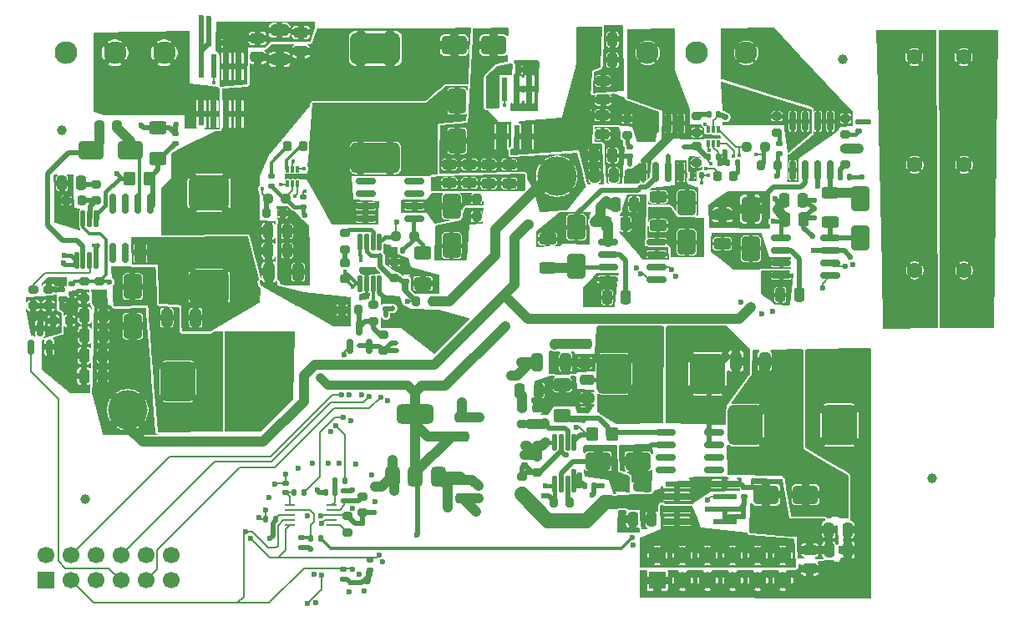
<source format=gtl>
G04 #@! TF.GenerationSoftware,KiCad,Pcbnew,9.0.3-9.0.3-0~ubuntu24.04.1*
G04 #@! TF.CreationDate,2025-08-16T17:29:31+02:00*
G04 #@! TF.ProjectId,acoustic-piezodriver-board,61636f75-7374-4696-932d-7069657a6f64,rev?*
G04 #@! TF.SameCoordinates,Original*
G04 #@! TF.FileFunction,Copper,L1,Top*
G04 #@! TF.FilePolarity,Positive*
%FSLAX46Y46*%
G04 Gerber Fmt 4.6, Leading zero omitted, Abs format (unit mm)*
G04 Created by KiCad (PCBNEW 9.0.3-9.0.3-0~ubuntu24.04.1) date 2025-08-16 17:29:31*
%MOMM*%
%LPD*%
G01*
G04 APERTURE LIST*
G04 Aperture macros list*
%AMRoundRect*
0 Rectangle with rounded corners*
0 $1 Rounding radius*
0 $2 $3 $4 $5 $6 $7 $8 $9 X,Y pos of 4 corners*
0 Add a 4 corners polygon primitive as box body*
4,1,4,$2,$3,$4,$5,$6,$7,$8,$9,$2,$3,0*
0 Add four circle primitives for the rounded corners*
1,1,$1+$1,$2,$3*
1,1,$1+$1,$4,$5*
1,1,$1+$1,$6,$7*
1,1,$1+$1,$8,$9*
0 Add four rect primitives between the rounded corners*
20,1,$1+$1,$2,$3,$4,$5,0*
20,1,$1+$1,$4,$5,$6,$7,0*
20,1,$1+$1,$6,$7,$8,$9,0*
20,1,$1+$1,$8,$9,$2,$3,0*%
G04 Aperture macros list end*
G04 #@! TA.AperFunction,SMDPad,CuDef*
%ADD10C,1.000000*%
G04 #@! TD*
G04 #@! TA.AperFunction,SMDPad,CuDef*
%ADD11RoundRect,0.200000X0.275000X-0.200000X0.275000X0.200000X-0.275000X0.200000X-0.275000X-0.200000X0*%
G04 #@! TD*
G04 #@! TA.AperFunction,ComponentPad*
%ADD12R,1.700000X1.700000*%
G04 #@! TD*
G04 #@! TA.AperFunction,ComponentPad*
%ADD13C,1.700000*%
G04 #@! TD*
G04 #@! TA.AperFunction,SMDPad,CuDef*
%ADD14RoundRect,0.250000X0.475000X-0.250000X0.475000X0.250000X-0.475000X0.250000X-0.475000X-0.250000X0*%
G04 #@! TD*
G04 #@! TA.AperFunction,SMDPad,CuDef*
%ADD15RoundRect,0.225000X0.225000X0.250000X-0.225000X0.250000X-0.225000X-0.250000X0.225000X-0.250000X0*%
G04 #@! TD*
G04 #@! TA.AperFunction,SMDPad,CuDef*
%ADD16RoundRect,0.140000X-0.170000X0.140000X-0.170000X-0.140000X0.170000X-0.140000X0.170000X0.140000X0*%
G04 #@! TD*
G04 #@! TA.AperFunction,SMDPad,CuDef*
%ADD17RoundRect,0.237500X-0.250000X-0.237500X0.250000X-0.237500X0.250000X0.237500X-0.250000X0.237500X0*%
G04 #@! TD*
G04 #@! TA.AperFunction,SMDPad,CuDef*
%ADD18RoundRect,0.140000X0.170000X-0.140000X0.170000X0.140000X-0.170000X0.140000X-0.170000X-0.140000X0*%
G04 #@! TD*
G04 #@! TA.AperFunction,SMDPad,CuDef*
%ADD19RoundRect,0.135000X-0.185000X0.135000X-0.185000X-0.135000X0.185000X-0.135000X0.185000X0.135000X0*%
G04 #@! TD*
G04 #@! TA.AperFunction,SMDPad,CuDef*
%ADD20RoundRect,0.125000X-0.125000X0.687500X-0.125000X-0.687500X0.125000X-0.687500X0.125000X0.687500X0*%
G04 #@! TD*
G04 #@! TA.AperFunction,SMDPad,CuDef*
%ADD21RoundRect,0.250000X0.650000X-1.000000X0.650000X1.000000X-0.650000X1.000000X-0.650000X-1.000000X0*%
G04 #@! TD*
G04 #@! TA.AperFunction,SMDPad,CuDef*
%ADD22RoundRect,0.237500X0.250000X0.237500X-0.250000X0.237500X-0.250000X-0.237500X0.250000X-0.237500X0*%
G04 #@! TD*
G04 #@! TA.AperFunction,SMDPad,CuDef*
%ADD23RoundRect,0.140000X-0.140000X-0.170000X0.140000X-0.170000X0.140000X0.170000X-0.140000X0.170000X0*%
G04 #@! TD*
G04 #@! TA.AperFunction,ComponentPad*
%ADD24C,2.300000*%
G04 #@! TD*
G04 #@! TA.AperFunction,SMDPad,CuDef*
%ADD25RoundRect,0.250000X0.250000X0.475000X-0.250000X0.475000X-0.250000X-0.475000X0.250000X-0.475000X0*%
G04 #@! TD*
G04 #@! TA.AperFunction,SMDPad,CuDef*
%ADD26RoundRect,0.135000X0.135000X0.185000X-0.135000X0.185000X-0.135000X-0.185000X0.135000X-0.185000X0*%
G04 #@! TD*
G04 #@! TA.AperFunction,SMDPad,CuDef*
%ADD27RoundRect,0.200000X-0.275000X0.200000X-0.275000X-0.200000X0.275000X-0.200000X0.275000X0.200000X0*%
G04 #@! TD*
G04 #@! TA.AperFunction,ComponentPad*
%ADD28C,4.000000*%
G04 #@! TD*
G04 #@! TA.AperFunction,ComponentPad*
%ADD29C,1.600000*%
G04 #@! TD*
G04 #@! TA.AperFunction,SMDPad,CuDef*
%ADD30RoundRect,0.218750X-0.218750X-0.256250X0.218750X-0.256250X0.218750X0.256250X-0.218750X0.256250X0*%
G04 #@! TD*
G04 #@! TA.AperFunction,SMDPad,CuDef*
%ADD31RoundRect,0.150000X0.150000X-0.825000X0.150000X0.825000X-0.150000X0.825000X-0.150000X-0.825000X0*%
G04 #@! TD*
G04 #@! TA.AperFunction,SMDPad,CuDef*
%ADD32RoundRect,0.250000X-0.250000X-0.475000X0.250000X-0.475000X0.250000X0.475000X-0.250000X0.475000X0*%
G04 #@! TD*
G04 #@! TA.AperFunction,SMDPad,CuDef*
%ADD33RoundRect,0.250000X-1.000000X-0.650000X1.000000X-0.650000X1.000000X0.650000X-1.000000X0.650000X0*%
G04 #@! TD*
G04 #@! TA.AperFunction,SMDPad,CuDef*
%ADD34R,1.100000X0.250000*%
G04 #@! TD*
G04 #@! TA.AperFunction,SMDPad,CuDef*
%ADD35RoundRect,0.140000X0.140000X0.170000X-0.140000X0.170000X-0.140000X-0.170000X0.140000X-0.170000X0*%
G04 #@! TD*
G04 #@! TA.AperFunction,SMDPad,CuDef*
%ADD36RoundRect,0.250000X0.625000X-0.400000X0.625000X0.400000X-0.625000X0.400000X-0.625000X-0.400000X0*%
G04 #@! TD*
G04 #@! TA.AperFunction,SMDPad,CuDef*
%ADD37RoundRect,0.525000X-1.475000X1.225000X-1.475000X-1.225000X1.475000X-1.225000X1.475000X1.225000X0*%
G04 #@! TD*
G04 #@! TA.AperFunction,SMDPad,CuDef*
%ADD38R,2.469157X0.622132*%
G04 #@! TD*
G04 #@! TA.AperFunction,SMDPad,CuDef*
%ADD39RoundRect,0.087500X-0.087500X0.250000X-0.087500X-0.250000X0.087500X-0.250000X0.087500X0.250000X0*%
G04 #@! TD*
G04 #@! TA.AperFunction,SMDPad,CuDef*
%ADD40RoundRect,0.250000X0.325000X0.650000X-0.325000X0.650000X-0.325000X-0.650000X0.325000X-0.650000X0*%
G04 #@! TD*
G04 #@! TA.AperFunction,SMDPad,CuDef*
%ADD41RoundRect,0.250000X-0.475000X0.250000X-0.475000X-0.250000X0.475000X-0.250000X0.475000X0.250000X0*%
G04 #@! TD*
G04 #@! TA.AperFunction,SMDPad,CuDef*
%ADD42RoundRect,0.525000X-1.225000X-1.475000X1.225000X-1.475000X1.225000X1.475000X-1.225000X1.475000X0*%
G04 #@! TD*
G04 #@! TA.AperFunction,SMDPad,CuDef*
%ADD43RoundRect,0.237500X0.237500X-0.250000X0.237500X0.250000X-0.237500X0.250000X-0.237500X-0.250000X0*%
G04 #@! TD*
G04 #@! TA.AperFunction,SMDPad,CuDef*
%ADD44RoundRect,0.200000X0.200000X0.275000X-0.200000X0.275000X-0.200000X-0.275000X0.200000X-0.275000X0*%
G04 #@! TD*
G04 #@! TA.AperFunction,SMDPad,CuDef*
%ADD45RoundRect,0.250000X1.000000X0.650000X-1.000000X0.650000X-1.000000X-0.650000X1.000000X-0.650000X0*%
G04 #@! TD*
G04 #@! TA.AperFunction,SMDPad,CuDef*
%ADD46RoundRect,0.150000X-0.150000X0.825000X-0.150000X-0.825000X0.150000X-0.825000X0.150000X0.825000X0*%
G04 #@! TD*
G04 #@! TA.AperFunction,SMDPad,CuDef*
%ADD47RoundRect,0.250000X-0.325000X-0.650000X0.325000X-0.650000X0.325000X0.650000X-0.325000X0.650000X0*%
G04 #@! TD*
G04 #@! TA.AperFunction,SMDPad,CuDef*
%ADD48RoundRect,0.150000X0.825000X0.150000X-0.825000X0.150000X-0.825000X-0.150000X0.825000X-0.150000X0*%
G04 #@! TD*
G04 #@! TA.AperFunction,SMDPad,CuDef*
%ADD49RoundRect,0.465000X-2.035000X1.085000X-2.035000X-1.085000X2.035000X-1.085000X2.035000X1.085000X0*%
G04 #@! TD*
G04 #@! TA.AperFunction,SMDPad,CuDef*
%ADD50RoundRect,0.250000X-0.350000X-0.450000X0.350000X-0.450000X0.350000X0.450000X-0.350000X0.450000X0*%
G04 #@! TD*
G04 #@! TA.AperFunction,SMDPad,CuDef*
%ADD51RoundRect,0.250000X0.625000X-0.312500X0.625000X0.312500X-0.625000X0.312500X-0.625000X-0.312500X0*%
G04 #@! TD*
G04 #@! TA.AperFunction,SMDPad,CuDef*
%ADD52R,0.622132X2.469157*%
G04 #@! TD*
G04 #@! TA.AperFunction,SMDPad,CuDef*
%ADD53RoundRect,0.150000X-0.825000X-0.150000X0.825000X-0.150000X0.825000X0.150000X-0.825000X0.150000X0*%
G04 #@! TD*
G04 #@! TA.AperFunction,SMDPad,CuDef*
%ADD54RoundRect,0.375000X0.375000X-0.625000X0.375000X0.625000X-0.375000X0.625000X-0.375000X-0.625000X0*%
G04 #@! TD*
G04 #@! TA.AperFunction,SMDPad,CuDef*
%ADD55RoundRect,0.500000X1.400000X-0.500000X1.400000X0.500000X-1.400000X0.500000X-1.400000X-0.500000X0*%
G04 #@! TD*
G04 #@! TA.AperFunction,SMDPad,CuDef*
%ADD56RoundRect,0.150000X0.150000X-0.587500X0.150000X0.587500X-0.150000X0.587500X-0.150000X-0.587500X0*%
G04 #@! TD*
G04 #@! TA.AperFunction,SMDPad,CuDef*
%ADD57RoundRect,0.250000X-0.625000X0.312500X-0.625000X-0.312500X0.625000X-0.312500X0.625000X0.312500X0*%
G04 #@! TD*
G04 #@! TA.AperFunction,SMDPad,CuDef*
%ADD58RoundRect,0.200000X-0.200000X-0.275000X0.200000X-0.275000X0.200000X0.275000X-0.200000X0.275000X0*%
G04 #@! TD*
G04 #@! TA.AperFunction,SMDPad,CuDef*
%ADD59RoundRect,0.250000X0.650000X-0.325000X0.650000X0.325000X-0.650000X0.325000X-0.650000X-0.325000X0*%
G04 #@! TD*
G04 #@! TA.AperFunction,SMDPad,CuDef*
%ADD60RoundRect,0.250000X-0.625000X0.400000X-0.625000X-0.400000X0.625000X-0.400000X0.625000X0.400000X0*%
G04 #@! TD*
G04 #@! TA.AperFunction,SMDPad,CuDef*
%ADD61RoundRect,0.218750X0.218750X0.256250X-0.218750X0.256250X-0.218750X-0.256250X0.218750X-0.256250X0*%
G04 #@! TD*
G04 #@! TA.AperFunction,SMDPad,CuDef*
%ADD62RoundRect,0.225000X-0.250000X0.225000X-0.250000X-0.225000X0.250000X-0.225000X0.250000X0.225000X0*%
G04 #@! TD*
G04 #@! TA.AperFunction,SMDPad,CuDef*
%ADD63RoundRect,0.225000X0.250000X-0.225000X0.250000X0.225000X-0.250000X0.225000X-0.250000X-0.225000X0*%
G04 #@! TD*
G04 #@! TA.AperFunction,ViaPad*
%ADD64C,0.400000*%
G04 #@! TD*
G04 #@! TA.AperFunction,ViaPad*
%ADD65C,0.600000*%
G04 #@! TD*
G04 #@! TA.AperFunction,Conductor*
%ADD66C,0.200000*%
G04 #@! TD*
G04 #@! TA.AperFunction,Conductor*
%ADD67C,0.500000*%
G04 #@! TD*
G04 #@! TA.AperFunction,Conductor*
%ADD68C,0.300000*%
G04 #@! TD*
G04 #@! TA.AperFunction,Conductor*
%ADD69C,1.000000*%
G04 #@! TD*
G04 #@! TA.AperFunction,Conductor*
%ADD70C,0.400000*%
G04 #@! TD*
G04 #@! TA.AperFunction,Conductor*
%ADD71C,1.500000*%
G04 #@! TD*
G04 #@! TA.AperFunction,Conductor*
%ADD72C,0.900000*%
G04 #@! TD*
G04 APERTURE END LIST*
D10*
X50970000Y-130800000D03*
X136830000Y-128650000D03*
X48650000Y-93330000D03*
X127790000Y-86120000D03*
D11*
X96830000Y-128075000D03*
X96830000Y-126425000D03*
D12*
X47000000Y-139000000D03*
D13*
X47000000Y-136460000D03*
X49540000Y-139000000D03*
X49540000Y-136460000D03*
X52080000Y-139000000D03*
X52080000Y-136460000D03*
X54620000Y-139000000D03*
X54620000Y-136460000D03*
X57160000Y-139000000D03*
X57160000Y-136460000D03*
X59700000Y-139000000D03*
X59700000Y-136460000D03*
D14*
X103425000Y-93725000D03*
X103425000Y-91825000D03*
D15*
X50625000Y-100475000D03*
X49075000Y-100475000D03*
D16*
X117815000Y-129575000D03*
X117815000Y-130535000D03*
D17*
X82517500Y-104070000D03*
X84342500Y-104070000D03*
D18*
X71276500Y-130095000D03*
X71276500Y-129135000D03*
D19*
X77140000Y-137850000D03*
X77140000Y-138870000D03*
D11*
X81225000Y-115725000D03*
X81225000Y-114075000D03*
D20*
X80825000Y-104712500D03*
X80175000Y-104712500D03*
X79525000Y-104712500D03*
X78875000Y-104712500D03*
X78875000Y-108937500D03*
X79525000Y-108937500D03*
X80175000Y-108937500D03*
X80825000Y-108937500D03*
D21*
X111975000Y-104700000D03*
X111975000Y-100700000D03*
D22*
X119877500Y-95045000D03*
X118052500Y-95045000D03*
D18*
X106225000Y-95970000D03*
X106225000Y-95010000D03*
D23*
X93940000Y-87200000D03*
X94900000Y-87200000D03*
D19*
X77276500Y-129905000D03*
X77276500Y-130925000D03*
D24*
X108000000Y-85500000D03*
X113000000Y-85500000D03*
X118000000Y-85500000D03*
D25*
X105810000Y-110300000D03*
X103910000Y-110300000D03*
D17*
X69512500Y-100250000D03*
X71337500Y-100250000D03*
D26*
X77336500Y-128865000D03*
X76316500Y-128865000D03*
D27*
X52125000Y-98800000D03*
X52125000Y-100450000D03*
D14*
X101660000Y-116950000D03*
X101660000Y-115050000D03*
D21*
X55800000Y-113200000D03*
X55800000Y-109200000D03*
D27*
X112995000Y-91925000D03*
X112995000Y-93575000D03*
D23*
X101580000Y-129430000D03*
X102540000Y-129430000D03*
D28*
X98800000Y-98000000D03*
D27*
X79101500Y-130465000D03*
X79101500Y-132115000D03*
D29*
X135075000Y-107550000D03*
X140075000Y-107550000D03*
D30*
X115112500Y-98000000D03*
X116687500Y-98000000D03*
D31*
X122710000Y-97375000D03*
X123980000Y-97375000D03*
X125250000Y-97375000D03*
X126520000Y-97375000D03*
X126520000Y-92425000D03*
X125250000Y-92425000D03*
X123980000Y-92425000D03*
X122710000Y-92425000D03*
D32*
X121850000Y-100440000D03*
X123750000Y-100440000D03*
D33*
X51600000Y-95387500D03*
X55600000Y-95387500D03*
D34*
X76001500Y-133390000D03*
X76001500Y-132890000D03*
X76001500Y-132390000D03*
X76001500Y-131890000D03*
X76001500Y-131390000D03*
X71701500Y-131390000D03*
X71701500Y-131890000D03*
X71701500Y-132390000D03*
X71701500Y-132890000D03*
X71701500Y-133390000D03*
D35*
X113480000Y-97900000D03*
X112520000Y-97900000D03*
D11*
X80200000Y-112700000D03*
X80200000Y-111050000D03*
D32*
X126400000Y-135910000D03*
X128300000Y-135910000D03*
D36*
X99360000Y-122270000D03*
X99360000Y-119170000D03*
D20*
X52075000Y-102312500D03*
X51425000Y-102312500D03*
X50775000Y-102312500D03*
X50125000Y-102312500D03*
X50125000Y-106537500D03*
X50775000Y-106537500D03*
X51425000Y-106537500D03*
X52075000Y-106537500D03*
D37*
X63555000Y-99720000D03*
X63555000Y-109220000D03*
D38*
X110986401Y-129225000D03*
X110986401Y-130495000D03*
X110986401Y-131765000D03*
X110986401Y-133035000D03*
X115813599Y-133035000D03*
X115813599Y-131765000D03*
X115813599Y-130495000D03*
X115813599Y-129225000D03*
D25*
X104450000Y-84100000D03*
X102550000Y-84100000D03*
D35*
X83140000Y-105500000D03*
X82180000Y-105500000D03*
D39*
X72520000Y-97297500D03*
X72020000Y-97297500D03*
X71520000Y-97297500D03*
X71520000Y-98722500D03*
X72020000Y-98722500D03*
X72520000Y-98722500D03*
D17*
X52400000Y-92862500D03*
X54225000Y-92862500D03*
D26*
X74840000Y-134730000D03*
X73820000Y-134730000D03*
D16*
X72920000Y-134670000D03*
X72920000Y-135630000D03*
D18*
X60100000Y-94655000D03*
X60100000Y-93695000D03*
D40*
X99705000Y-116870000D03*
X96755000Y-116870000D03*
D35*
X115170000Y-91700000D03*
X114210000Y-91700000D03*
D32*
X103840000Y-102840000D03*
X105740000Y-102840000D03*
D40*
X62200000Y-112350000D03*
X59250000Y-112350000D03*
D18*
X83540000Y-108650000D03*
X83540000Y-107690000D03*
D41*
X103492948Y-88342676D03*
X103492948Y-90242676D03*
D16*
X129385000Y-92470000D03*
X129385000Y-93430000D03*
D42*
X104605000Y-118045000D03*
X114105000Y-118045000D03*
D43*
X90665000Y-102097500D03*
X90665000Y-100272500D03*
D32*
X69555000Y-103555000D03*
X71455000Y-103555000D03*
D44*
X49400000Y-112650000D03*
X47750000Y-112650000D03*
D16*
X73110000Y-100150000D03*
X73110000Y-101110000D03*
D33*
X120000000Y-130300000D03*
X124000000Y-130300000D03*
D19*
X79820000Y-136950000D03*
X79820000Y-137970000D03*
D42*
X60400000Y-118825000D03*
X69900000Y-118825000D03*
D11*
X77330000Y-105415000D03*
X77330000Y-103765000D03*
D26*
X73211500Y-130040000D03*
X72191500Y-130040000D03*
D45*
X92400000Y-84700000D03*
X88400000Y-84700000D03*
D41*
X101870000Y-118620000D03*
X101870000Y-120520000D03*
D11*
X121100000Y-93575000D03*
X121100000Y-91925000D03*
D14*
X72850000Y-85325000D03*
X72850000Y-83425000D03*
D35*
X128500000Y-98050000D03*
X127540000Y-98050000D03*
D32*
X69555000Y-105555000D03*
X71455000Y-105555000D03*
D24*
X49000000Y-85500000D03*
X54000000Y-85500000D03*
X59000000Y-85500000D03*
D14*
X68450000Y-85925000D03*
X68450000Y-84025000D03*
D32*
X121940000Y-102420000D03*
X123840000Y-102420000D03*
D46*
X57605000Y-100825000D03*
X56335000Y-100825000D03*
X55065000Y-100825000D03*
X53795000Y-100825000D03*
X53795000Y-105775000D03*
X55065000Y-105775000D03*
X56335000Y-105775000D03*
X57605000Y-105775000D03*
D28*
X55300000Y-121700000D03*
D19*
X69850000Y-97965000D03*
X69850000Y-98985000D03*
D27*
X47275000Y-109475000D03*
X47275000Y-111125000D03*
D25*
X52775000Y-118275000D03*
X50875000Y-118275000D03*
D27*
X95246244Y-121495208D03*
X95246244Y-123145208D03*
D11*
X128070000Y-96825000D03*
X128070000Y-95175000D03*
D21*
X129525000Y-104250000D03*
X129525000Y-100250000D03*
D16*
X81450000Y-110470000D03*
X81450000Y-111430000D03*
D44*
X121175000Y-96875000D03*
X119525000Y-96875000D03*
D18*
X101465000Y-122700000D03*
X101465000Y-121740000D03*
D25*
X108410000Y-132800000D03*
X106510000Y-132800000D03*
D17*
X105255000Y-129520000D03*
X107080000Y-129520000D03*
D18*
X121375000Y-95675000D03*
X121375000Y-94715000D03*
D47*
X116940000Y-116775000D03*
X119890000Y-116775000D03*
D29*
X135075000Y-96850000D03*
X140075000Y-96850000D03*
D48*
X84375000Y-102305000D03*
X84375000Y-101035000D03*
X84375000Y-99765000D03*
X84375000Y-98495000D03*
X79425000Y-98495000D03*
X79425000Y-99765000D03*
X79425000Y-101035000D03*
X79425000Y-102305000D03*
D41*
X87900000Y-96800000D03*
X87900000Y-98700000D03*
D26*
X117085000Y-96625000D03*
X116065000Y-96625000D03*
D36*
X58375000Y-96200000D03*
X58375000Y-93100000D03*
D11*
X52450000Y-110350000D03*
X52450000Y-108700000D03*
D16*
X48600000Y-109520000D03*
X48600000Y-110480000D03*
D49*
X80410000Y-85035000D03*
X80410000Y-96135000D03*
D50*
X55500000Y-98225000D03*
X57500000Y-98225000D03*
D51*
X126500000Y-102637500D03*
X126500000Y-99712500D03*
D33*
X103010000Y-126910000D03*
X107010000Y-126910000D03*
D25*
X123360000Y-110050000D03*
X121460000Y-110050000D03*
D52*
X62735000Y-91682198D03*
X64005000Y-91682198D03*
X65275000Y-91682198D03*
X66545000Y-91682198D03*
X66545000Y-86855000D03*
X65275000Y-86855000D03*
X64005000Y-86855000D03*
X62735000Y-86855000D03*
D23*
X63545000Y-84500000D03*
X64505000Y-84500000D03*
D11*
X105915000Y-93820000D03*
X105915000Y-92170000D03*
D53*
X121550000Y-104300000D03*
X121550000Y-105570000D03*
X121550000Y-106840000D03*
X121550000Y-108110000D03*
X126500000Y-108110000D03*
X126500000Y-106840000D03*
X126500000Y-105570000D03*
X126500000Y-104300000D03*
D41*
X89290000Y-128780000D03*
X89290000Y-130680000D03*
D21*
X88700000Y-94400000D03*
X88700000Y-90400000D03*
D54*
X82166250Y-128460000D03*
X84466250Y-128460000D03*
D55*
X84466250Y-122160000D03*
D54*
X86766250Y-128460000D03*
D27*
X77596500Y-132495000D03*
X77596500Y-134145000D03*
D11*
X82340000Y-108355000D03*
X82340000Y-106705000D03*
D56*
X45475000Y-115325000D03*
X47375000Y-115325000D03*
X46425000Y-113450000D03*
D57*
X97875000Y-104375000D03*
X97875000Y-107300000D03*
X109075000Y-100087500D03*
X109075000Y-103012500D03*
D32*
X95026244Y-119712708D03*
X96926244Y-119712708D03*
D11*
X112965000Y-96635000D03*
X112965000Y-94985000D03*
D25*
X104450000Y-95900000D03*
X102550000Y-95900000D03*
D50*
X102400000Y-124160000D03*
X104400000Y-124160000D03*
D35*
X70276500Y-132765000D03*
X69316500Y-132765000D03*
D44*
X71050000Y-101750000D03*
X69400000Y-101750000D03*
D25*
X104450000Y-86200000D03*
X102550000Y-86200000D03*
D20*
X100545000Y-125037500D03*
X99895000Y-125037500D03*
X99245000Y-125037500D03*
X98595000Y-125037500D03*
X98595000Y-129262500D03*
X99245000Y-129262500D03*
X99895000Y-129262500D03*
X100545000Y-129262500D03*
D21*
X118460000Y-105340000D03*
X118460000Y-101340000D03*
D16*
X49630000Y-108940000D03*
X49630000Y-109900000D03*
D58*
X98475000Y-131080000D03*
X100125000Y-131080000D03*
X77030000Y-111570000D03*
X78680000Y-111570000D03*
D27*
X50875000Y-108700000D03*
X50875000Y-110350000D03*
D25*
X52800000Y-116200000D03*
X50900000Y-116200000D03*
D56*
X77845000Y-115267500D03*
X79745000Y-115267500D03*
X78795000Y-113392500D03*
D29*
X135025000Y-85925000D03*
X140025000Y-85925000D03*
D25*
X104550000Y-97900000D03*
X102650000Y-97900000D03*
D35*
X76331500Y-130040000D03*
X75371500Y-130040000D03*
D41*
X91900000Y-96825000D03*
X91900000Y-98725000D03*
D53*
X103970000Y-104650000D03*
X103970000Y-105920000D03*
X103970000Y-107190000D03*
X103970000Y-108460000D03*
X108920000Y-108460000D03*
X108920000Y-107190000D03*
X108920000Y-105920000D03*
X108920000Y-104650000D03*
D32*
X104750000Y-100830000D03*
X106650000Y-100830000D03*
D57*
X115580000Y-101927500D03*
X115580000Y-104852500D03*
D14*
X89213750Y-124380000D03*
X89213750Y-122480000D03*
D11*
X128075000Y-93775000D03*
X128075000Y-92125000D03*
D42*
X117905000Y-123265000D03*
X127405000Y-123265000D03*
D47*
X69630000Y-107705000D03*
X72580000Y-107705000D03*
D59*
X70700000Y-86150000D03*
X70700000Y-83200000D03*
D25*
X52825000Y-114150000D03*
X50925000Y-114150000D03*
D41*
X89930000Y-96795000D03*
X89930000Y-98695000D03*
D32*
X126360000Y-133850000D03*
X128260000Y-133850000D03*
D11*
X45725000Y-111125000D03*
X45725000Y-109475000D03*
D52*
X92195000Y-93997010D03*
X93465000Y-93997010D03*
X94735000Y-93997010D03*
X96005000Y-93997010D03*
X96005000Y-89169812D03*
X94735000Y-89169812D03*
X93465000Y-89169812D03*
X92195000Y-89169812D03*
D60*
X85210000Y-105780000D03*
X85210000Y-108880000D03*
D39*
X115175000Y-93275000D03*
X114675000Y-93275000D03*
X114175000Y-93275000D03*
X114175000Y-94700000D03*
X114675000Y-94700000D03*
X115175000Y-94700000D03*
D61*
X73060000Y-94970000D03*
X71485000Y-94970000D03*
D41*
X124460000Y-135920000D03*
X124460000Y-137820000D03*
D25*
X50550000Y-98700000D03*
X48650000Y-98700000D03*
D18*
X95530000Y-127300000D03*
X95530000Y-126340000D03*
D21*
X100775000Y-107175000D03*
X100775000Y-103175000D03*
D62*
X77310000Y-106825000D03*
X77310000Y-108375000D03*
D23*
X114170000Y-96050000D03*
X115130000Y-96050000D03*
D41*
X93960000Y-96825000D03*
X93960000Y-98725000D03*
D63*
X96756244Y-123090208D03*
X96756244Y-121540208D03*
D31*
X107585000Y-97570000D03*
X108855000Y-97570000D03*
X110125000Y-97570000D03*
X111395000Y-97570000D03*
X111395000Y-92620000D03*
X110125000Y-92620000D03*
X108855000Y-92620000D03*
X107585000Y-92620000D03*
D44*
X86200000Y-110670000D03*
X84550000Y-110670000D03*
D25*
X52825000Y-112125000D03*
X50925000Y-112125000D03*
D21*
X88140000Y-105035000D03*
X88140000Y-101035000D03*
D12*
X109000000Y-139000000D03*
D13*
X109000000Y-136460000D03*
X111540000Y-139000000D03*
X111540000Y-136460000D03*
X114080000Y-139000000D03*
X114080000Y-136460000D03*
X116620000Y-139000000D03*
X116620000Y-136460000D03*
X119160000Y-139000000D03*
X119160000Y-136460000D03*
X121700000Y-139000000D03*
X121700000Y-136460000D03*
D11*
X95300000Y-130100000D03*
X95300000Y-128450000D03*
D53*
X109795000Y-124015000D03*
X109795000Y-125285000D03*
X109795000Y-126555000D03*
X109795000Y-127825000D03*
X114745000Y-127825000D03*
X114745000Y-126555000D03*
X114745000Y-125285000D03*
X114745000Y-124015000D03*
D64*
X106110000Y-97560000D03*
X102190000Y-109040000D03*
X101750000Y-109760000D03*
X108790000Y-95340000D03*
X109510000Y-94580000D03*
X105990000Y-98210000D03*
X102220000Y-110190000D03*
X108110000Y-96020000D03*
X102730000Y-109530000D03*
X120280000Y-109030000D03*
X125610000Y-93740000D03*
X119847978Y-108689619D03*
X123380000Y-95770000D03*
X120330000Y-109670000D03*
X124140000Y-95100000D03*
X119920000Y-108000000D03*
X125030000Y-94350000D03*
D65*
X101200000Y-84100000D03*
X121340000Y-90850000D03*
X106900000Y-91050000D03*
X132170000Y-88580000D03*
X101300000Y-86600000D03*
X117060000Y-92040000D03*
X104800000Y-92300000D03*
X119930000Y-90370000D03*
X101200000Y-85300000D03*
X119520000Y-91960000D03*
X118230000Y-90150000D03*
X116100000Y-89820000D03*
X106100000Y-91200000D03*
X132010000Y-84620000D03*
X132090000Y-87100000D03*
X104800000Y-91600000D03*
X105600000Y-90900000D03*
X118290000Y-92040000D03*
X132170000Y-90150000D03*
X132120000Y-91390000D03*
X95800000Y-86900000D03*
D64*
X81450000Y-112125000D03*
X83310000Y-106390000D03*
D65*
X124900000Y-100420000D03*
X128550000Y-106180000D03*
X67200000Y-119400000D03*
X138210000Y-108740000D03*
X138380000Y-95490000D03*
X82280000Y-129950000D03*
X94200000Y-118200000D03*
D64*
X78900000Y-106575000D03*
D65*
X105000000Y-87550000D03*
D64*
X105325000Y-95975000D03*
D65*
X80316500Y-132090000D03*
X98590000Y-115070000D03*
D64*
X77288342Y-107675000D03*
D65*
X129420000Y-95190000D03*
D64*
X106225000Y-96800000D03*
D65*
X102390000Y-130350000D03*
X103360000Y-129440000D03*
X99400000Y-120250000D03*
D64*
X107000000Y-104475000D03*
D65*
X130120000Y-134920000D03*
X105000000Y-83050000D03*
D64*
X104900000Y-94200000D03*
D65*
X48900000Y-106040000D03*
X48540000Y-115270000D03*
X49740000Y-110780000D03*
D64*
X86700000Y-109495000D03*
D65*
X73870000Y-135810000D03*
X79013235Y-120175070D03*
D64*
X78720000Y-115210000D03*
D65*
X129980000Y-124740000D03*
X60240000Y-92710000D03*
X138690000Y-88960000D03*
D64*
X114421576Y-96725000D03*
D65*
X79300000Y-140050000D03*
X75600000Y-127100000D03*
X68400000Y-82880000D03*
D64*
X95240000Y-98090000D03*
D65*
X138430000Y-104390000D03*
X49200000Y-101800000D03*
D64*
X82550000Y-115700000D03*
D65*
X106569620Y-135439620D03*
X138290000Y-101140000D03*
X115900000Y-92020000D03*
X70250000Y-129200000D03*
X124870000Y-101300000D03*
D64*
X72054293Y-96504293D03*
X73283181Y-99500000D03*
D65*
X49330000Y-118840000D03*
X81627263Y-120802210D03*
X94850000Y-91050000D03*
X73500000Y-132490000D03*
X138170000Y-111870000D03*
X95220000Y-116870000D03*
X68800000Y-116000000D03*
D64*
X82520000Y-114900000D03*
D65*
X129920000Y-131470000D03*
X130160000Y-127530000D03*
X77750003Y-120190000D03*
D64*
X78100000Y-109250000D03*
D65*
X49080000Y-111420000D03*
X81142180Y-137132259D03*
X125239037Y-99001821D03*
X105330000Y-132360000D03*
X49460000Y-115110000D03*
X99920000Y-115050000D03*
X56630000Y-92840000D03*
X129840000Y-117140000D03*
D64*
X113500000Y-98675000D03*
D65*
X138490000Y-84480000D03*
X80350000Y-131000000D03*
X90622918Y-132013669D03*
D64*
X107330000Y-102290000D03*
D65*
X138180000Y-98370000D03*
X76700000Y-127100000D03*
X82150000Y-126790000D03*
X130400000Y-92470000D03*
X79086500Y-133230000D03*
D64*
X86475000Y-99125000D03*
D65*
X124730000Y-104110000D03*
X74000000Y-127100000D03*
X74876500Y-132420000D03*
X90920000Y-130740000D03*
X48750000Y-106800000D03*
X69900000Y-121600000D03*
X96500000Y-87400000D03*
D64*
X107280000Y-103040000D03*
X107326640Y-103588021D03*
D65*
X104950000Y-88500000D03*
X138340000Y-92780000D03*
D64*
X95270000Y-99150000D03*
D65*
X74379265Y-141299265D03*
X74158429Y-138364160D03*
X80000000Y-128300000D03*
X119540000Y-111970000D03*
X68569523Y-132590000D03*
X67190000Y-118230000D03*
D64*
X86675000Y-108320000D03*
D65*
X68500000Y-121300000D03*
X96790000Y-125370000D03*
X80400000Y-129500000D03*
X97470000Y-130430000D03*
X127570000Y-117250000D03*
X138530000Y-86440000D03*
X106841157Y-107286726D03*
X67060000Y-83090000D03*
X130020000Y-121790000D03*
X72900000Y-106100000D03*
D64*
X81470000Y-105120000D03*
D65*
X89213750Y-120930000D03*
D64*
X86500000Y-98425000D03*
D65*
X71300000Y-128200000D03*
X49410000Y-117240000D03*
X78100000Y-131700000D03*
X67480000Y-120430000D03*
X97625000Y-125032500D03*
D64*
X86657252Y-108896522D03*
D65*
X72900000Y-105100000D03*
X70300000Y-116000000D03*
X65780000Y-84730000D03*
X105300000Y-133300000D03*
X67400000Y-116700000D03*
X127600000Y-119720000D03*
X64870000Y-83480000D03*
X125330000Y-119990000D03*
D64*
X110125000Y-95925000D03*
D65*
X77750000Y-140160000D03*
X98600000Y-120660000D03*
X48700000Y-102600000D03*
X129720000Y-98040000D03*
X90993750Y-122420000D03*
X74536500Y-129865000D03*
X78728546Y-138348394D03*
X95590000Y-125350000D03*
X72900000Y-103000000D03*
X72900000Y-104100000D03*
D64*
X114150000Y-97875000D03*
X81440000Y-105700000D03*
X104800000Y-93400000D03*
D65*
X66900000Y-84690000D03*
X77898668Y-122841207D03*
X75880244Y-123908946D03*
X117424348Y-110757380D03*
X69650000Y-130550000D03*
D64*
X95250000Y-98600000D03*
D65*
X78450000Y-127200000D03*
X129870000Y-119230000D03*
X124860000Y-105510000D03*
X124890000Y-102230000D03*
X50650000Y-119660000D03*
X49610000Y-113830000D03*
D64*
X82175000Y-111400000D03*
D65*
X125210000Y-117300000D03*
X117690000Y-132550000D03*
X117720000Y-131410000D03*
X97650000Y-129390000D03*
X96000000Y-91050000D03*
X100120000Y-120600000D03*
X121100000Y-97970000D03*
X48500000Y-101700000D03*
X69310000Y-131880000D03*
X128824520Y-106959694D03*
X72550000Y-127650000D03*
X110841598Y-108145996D03*
X120690000Y-111710000D03*
X48210000Y-116650000D03*
X114069620Y-131789620D03*
D64*
X111700000Y-95050000D03*
D65*
X88950000Y-112560000D03*
X105250000Y-121000000D03*
X66680000Y-102110000D03*
X108430000Y-122040000D03*
X109040000Y-115400000D03*
X106800000Y-121000000D03*
X105190000Y-114230000D03*
X86260000Y-115230000D03*
X108500000Y-120950000D03*
X101110000Y-128340000D03*
X106850000Y-114230000D03*
X103800000Y-121000000D03*
D64*
X77560000Y-112920000D03*
D65*
X82200000Y-112900000D03*
X78066500Y-129865000D03*
X85000000Y-111900000D03*
D64*
X52300000Y-105000000D03*
D65*
X106820000Y-121980000D03*
X61110000Y-97310000D03*
D64*
X76800000Y-110400000D03*
D65*
X107620000Y-115330000D03*
X88100000Y-113500000D03*
X98500000Y-116100000D03*
X83900000Y-112300000D03*
X82470000Y-110670000D03*
X66760000Y-100460000D03*
X65300000Y-97020000D03*
X87200000Y-113400000D03*
X108580000Y-116430000D03*
X105330000Y-122060000D03*
X105970000Y-115320000D03*
X64330000Y-102370000D03*
X104260000Y-115250000D03*
D64*
X77700000Y-110500000D03*
D65*
X103820000Y-122090000D03*
X84000000Y-113300000D03*
X82800000Y-112100000D03*
D64*
X48775000Y-108550000D03*
D65*
X66650000Y-98430000D03*
D64*
X51800000Y-105000000D03*
D65*
X88100000Y-112700000D03*
D64*
X48025000Y-108550000D03*
D65*
X103690000Y-114250000D03*
X62740000Y-96950000D03*
D64*
X76900000Y-112900000D03*
X47275000Y-108550000D03*
D65*
X98500000Y-116870000D03*
X86200000Y-114300000D03*
X100490331Y-127940331D03*
X60430000Y-100110000D03*
X108500000Y-114260000D03*
X87200000Y-114300000D03*
X107380000Y-116470000D03*
X61200000Y-102460000D03*
X113980000Y-128980000D03*
X112870000Y-129660000D03*
X92500000Y-90800000D03*
X93050000Y-87400000D03*
X63480000Y-81960000D03*
X62750000Y-81910000D03*
X113150000Y-129010000D03*
X113630000Y-129580000D03*
X87700000Y-131590000D03*
X90835000Y-129385000D03*
X120920000Y-100320000D03*
X95930000Y-102890000D03*
X118500000Y-111280000D03*
X121170000Y-101390000D03*
X102630000Y-102650000D03*
X103850000Y-100510000D03*
X103220000Y-101190000D03*
X120730000Y-102590000D03*
X69740000Y-134760000D03*
X73270000Y-101970000D03*
X77890000Y-139231000D03*
X115830000Y-95520000D03*
X79620000Y-139160000D03*
X84640000Y-134400000D03*
X74787000Y-118433000D03*
X93560000Y-113200000D03*
X115322576Y-96760000D03*
X53460000Y-108710000D03*
X83670000Y-110710000D03*
D64*
X113850000Y-92710000D03*
X113925000Y-97200000D03*
X89300000Y-106025000D03*
X80400000Y-107575000D03*
X86625000Y-105175000D03*
X86675000Y-104450000D03*
X79150000Y-107625000D03*
X89325000Y-104475000D03*
X86600000Y-105925000D03*
X89375000Y-105150000D03*
X79560000Y-110180000D03*
X78960000Y-110330000D03*
X79800000Y-107625000D03*
D65*
X128050000Y-107160000D03*
X80930000Y-120410000D03*
X110430000Y-107460000D03*
X125710000Y-109380000D03*
X107330000Y-107920000D03*
X79800000Y-120320000D03*
X67258207Y-134101345D03*
X78080000Y-137880000D03*
D64*
X72270000Y-100060000D03*
X116711573Y-95955132D03*
D65*
X76950000Y-120190000D03*
X77270000Y-116120000D03*
X67740000Y-134740000D03*
D64*
X73210000Y-97270000D03*
D65*
X80820000Y-136400000D03*
D64*
X117310000Y-95911685D03*
D65*
X100740000Y-123480000D03*
D64*
X70770000Y-98840000D03*
X68925000Y-99250000D03*
D65*
X54240000Y-97720000D03*
X82550000Y-102650000D03*
D64*
X64000000Y-88500000D03*
D65*
X76405735Y-123305735D03*
X99790000Y-126250000D03*
D64*
X93500000Y-90800000D03*
D65*
X77190000Y-122470000D03*
X74953881Y-133216250D03*
X73510000Y-141320000D03*
X74950000Y-138480000D03*
D64*
X118950000Y-95825000D03*
X114200000Y-95340000D03*
D65*
X114070000Y-130870000D03*
X106460000Y-134630000D03*
D66*
X67258207Y-134101345D02*
X67040000Y-134319552D01*
X67040000Y-140630000D02*
X66400000Y-141270000D01*
X67040000Y-134319552D02*
X67040000Y-140630000D01*
X70320000Y-135700000D02*
X70550000Y-135470000D01*
X71089050Y-132890000D02*
X71701500Y-132890000D01*
X70550000Y-133429050D02*
X71089050Y-132890000D01*
X70550000Y-135470000D02*
X70550000Y-133429050D01*
X69560000Y-135700000D02*
X70320000Y-135700000D01*
X67961345Y-134101345D02*
X69560000Y-135700000D01*
X67258207Y-134101345D02*
X67961345Y-134101345D01*
X67740000Y-134740000D02*
X69680000Y-136680000D01*
X69680000Y-136680000D02*
X80540000Y-136680000D01*
X80540000Y-136680000D02*
X80820000Y-136400000D01*
D67*
X107585000Y-98407736D02*
X107585000Y-97570000D01*
X105150000Y-105920000D02*
X103970000Y-105920000D01*
X105810000Y-106580000D02*
X105150000Y-105920000D01*
X105810000Y-110300000D02*
X105810000Y-106580000D01*
X123360000Y-110050000D02*
X123360000Y-106405001D01*
X122524999Y-105570000D02*
X121550000Y-105570000D01*
X120992900Y-105570000D02*
X121550000Y-105570000D01*
X123360000Y-106405001D02*
X122524999Y-105570000D01*
X123840000Y-103220000D02*
X123840000Y-102420000D01*
D66*
X73283181Y-99500000D02*
X73283181Y-99436819D01*
D68*
X78100000Y-109250000D02*
X78100000Y-109165000D01*
D69*
X90540000Y-131930000D02*
X89290000Y-130680000D01*
D67*
X74711500Y-130040000D02*
X74536500Y-129865000D01*
D66*
X114675000Y-92349232D02*
X114675000Y-93275000D01*
D67*
X124920000Y-105570000D02*
X124860000Y-105510000D01*
X80291500Y-132115000D02*
X80316500Y-132090000D01*
D66*
X77491500Y-132390000D02*
X77596500Y-132495000D01*
X114791000Y-92199000D02*
X114791000Y-92226550D01*
D67*
X78331500Y-133230000D02*
X77596500Y-132495000D01*
X126500000Y-105570000D02*
X127940000Y-105570000D01*
X75371500Y-130040000D02*
X74711500Y-130040000D01*
X102540000Y-129430000D02*
X103350000Y-129430000D01*
D66*
X115120000Y-91750000D02*
X115120000Y-91870000D01*
D69*
X96103156Y-116870000D02*
X96755000Y-116870000D01*
D67*
X123750000Y-100440000D02*
X124880000Y-100440000D01*
D69*
X94200000Y-118200000D02*
X94773156Y-118200000D01*
X96790000Y-125370000D02*
X97287500Y-125370000D01*
D66*
X68608073Y-132765000D02*
X69316500Y-132765000D01*
X114791000Y-92226550D02*
X114771000Y-92246550D01*
X69316500Y-132765000D02*
X69316500Y-131886500D01*
D67*
X127940000Y-105570000D02*
X128550000Y-106180000D01*
D69*
X96790000Y-125370000D02*
X96790000Y-126385000D01*
X96830000Y-126425000D02*
X96699000Y-126294000D01*
X82166250Y-128460000D02*
X82090000Y-128460000D01*
D67*
X113980000Y-96050000D02*
X114170000Y-96050000D01*
D68*
X78412500Y-108937500D02*
X78875000Y-108937500D01*
D66*
X69316500Y-132765000D02*
X69301500Y-132780000D01*
D67*
X79101500Y-133215000D02*
X79086500Y-133230000D01*
D68*
X77288342Y-107675000D02*
X77302368Y-107689026D01*
D67*
X105740000Y-102900000D02*
X105740000Y-102560000D01*
D69*
X96790000Y-126385000D02*
X96830000Y-126425000D01*
D70*
X48890000Y-106940000D02*
X49822500Y-106940000D01*
D67*
X107280000Y-103040000D02*
X105880000Y-103040000D01*
X115170000Y-91700000D02*
X115170000Y-91730000D01*
X78720000Y-115210000D02*
X79687500Y-115210000D01*
X124870000Y-102250000D02*
X124890000Y-102230000D01*
D66*
X114771000Y-92253232D02*
X114675000Y-92349232D01*
D67*
X59505000Y-93100000D02*
X60100000Y-93695000D01*
X106225000Y-95970000D02*
X106225000Y-96800000D01*
D69*
X129385000Y-95225000D02*
X129420000Y-95190000D01*
D67*
X117690000Y-132550000D02*
X116298599Y-132550000D01*
D70*
X98595000Y-125037500D02*
X97630000Y-125037500D01*
D67*
X81450000Y-111430000D02*
X81450000Y-112125000D01*
D69*
X96699000Y-126294000D02*
X95530000Y-126294000D01*
D70*
X48900000Y-106040000D02*
X49520000Y-106040000D01*
X121175000Y-96875000D02*
X121175000Y-97895000D01*
D66*
X115120000Y-91870000D02*
X114791000Y-92199000D01*
D69*
X69880000Y-118805000D02*
X69900000Y-118825000D01*
D68*
X78900000Y-106575000D02*
X78900000Y-106025000D01*
D67*
X60100000Y-93695000D02*
X60100000Y-92850000D01*
D66*
X71001500Y-129135000D02*
X71276500Y-129135000D01*
D69*
X69900000Y-119790000D02*
X69900000Y-118825000D01*
D68*
X78100000Y-109250000D02*
X78412500Y-108937500D01*
D67*
X124870000Y-101300000D02*
X124790000Y-101300000D01*
D68*
X77288342Y-107675000D02*
X77314026Y-107700684D01*
D66*
X113480000Y-97900000D02*
X114125000Y-97900000D01*
D67*
X124790000Y-101300000D02*
X123840000Y-102250000D01*
D68*
X77302368Y-107689026D02*
X77314026Y-107689026D01*
D66*
X69316500Y-131886500D02*
X69310000Y-131880000D01*
D69*
X81050000Y-129500000D02*
X80400000Y-129500000D01*
X95590000Y-125350000D02*
X95755000Y-125350000D01*
D67*
X124010000Y-100440000D02*
X124870000Y-101300000D01*
D69*
X99920000Y-115050000D02*
X101660000Y-115050000D01*
D67*
X115895000Y-92025000D02*
X115900000Y-92020000D01*
D70*
X98595000Y-129262500D02*
X98595000Y-131100000D01*
D69*
X89213750Y-122480000D02*
X90933750Y-122480000D01*
D70*
X98595000Y-131100000D02*
X98545000Y-131150000D01*
X97650000Y-129390000D02*
X98377500Y-129390000D01*
D69*
X123840000Y-102370000D02*
X123840000Y-102250000D01*
D67*
X102540000Y-130200000D02*
X102390000Y-130350000D01*
D70*
X48750000Y-106800000D02*
X48890000Y-106940000D01*
X121175000Y-97895000D02*
X121100000Y-97970000D01*
D67*
X112965000Y-95035000D02*
X113980000Y-96050000D01*
X105880000Y-103040000D02*
X105740000Y-102900000D01*
D69*
X95755000Y-125350000D02*
X96699000Y-126294000D01*
D67*
X73690000Y-135630000D02*
X73870000Y-135810000D01*
D70*
X97630000Y-125037500D02*
X97625000Y-125032500D01*
D67*
X82145000Y-111430000D02*
X82175000Y-111400000D01*
D66*
X113480000Y-97900000D02*
X113480000Y-98655000D01*
X114170000Y-96473424D02*
X114421576Y-96725000D01*
D67*
X107330000Y-101510000D02*
X106650000Y-100830000D01*
X105330000Y-95970000D02*
X105325000Y-95975000D01*
D69*
X82166250Y-126806250D02*
X82150000Y-126790000D01*
D67*
X97470000Y-130430000D02*
X97970000Y-130430000D01*
D66*
X72020000Y-96650000D02*
X72020000Y-97297500D01*
D67*
X124880000Y-100440000D02*
X124900000Y-100420000D01*
D69*
X82166250Y-128460000D02*
X82166250Y-126806250D01*
D67*
X107330000Y-102290000D02*
X107330000Y-101510000D01*
X105300000Y-132390000D02*
X105330000Y-132360000D01*
X79745000Y-115267500D02*
X80767500Y-115267500D01*
X56890000Y-93100000D02*
X56630000Y-92840000D01*
D66*
X115170000Y-91700000D02*
X115120000Y-91750000D01*
D67*
X123840000Y-102250000D02*
X124870000Y-102250000D01*
D68*
X78562500Y-108937500D02*
X78875000Y-108937500D01*
D66*
X70300000Y-129150000D02*
X70986500Y-129150000D01*
D67*
X125239037Y-99001821D02*
X125250000Y-98990858D01*
D66*
X71300000Y-128416500D02*
X71276500Y-128440000D01*
X71276500Y-128440000D02*
X71276500Y-129135000D01*
D67*
X117720000Y-131410000D02*
X117720000Y-132520000D01*
D69*
X94773156Y-118200000D02*
X96103156Y-116870000D01*
D70*
X128500000Y-98050000D02*
X129710000Y-98050000D01*
D67*
X124730000Y-104110000D02*
X123840000Y-103220000D01*
D69*
X128070000Y-95225000D02*
X129385000Y-95225000D01*
D66*
X71300000Y-128200000D02*
X71300000Y-128416500D01*
X72054293Y-96504293D02*
X72054293Y-96615707D01*
D67*
X60100000Y-92850000D02*
X60240000Y-92710000D01*
X115240000Y-91800000D02*
X115630000Y-91800000D01*
D66*
X114125000Y-97900000D02*
X114150000Y-97875000D01*
D67*
X115813599Y-131765000D02*
X117365000Y-131765000D01*
X72920000Y-135630000D02*
X73690000Y-135630000D01*
X102540000Y-129430000D02*
X102540000Y-130200000D01*
X117815000Y-131315000D02*
X117720000Y-131410000D01*
X80767500Y-115267500D02*
X81225000Y-115725000D01*
D69*
X82090000Y-128460000D02*
X81050000Y-129500000D01*
D66*
X113480000Y-98655000D02*
X113500000Y-98675000D01*
D68*
X77314026Y-108370974D02*
X77310000Y-108375000D01*
X78900000Y-106025000D02*
X78875000Y-106000000D01*
D67*
X110125000Y-97570000D02*
X110125000Y-95925000D01*
X117720000Y-132520000D02*
X117690000Y-132550000D01*
D69*
X96755000Y-116870000D02*
X95220000Y-116870000D01*
D66*
X72054293Y-96615707D02*
X72020000Y-96650000D01*
D67*
X115813599Y-131765000D02*
X114094240Y-131765000D01*
X115813599Y-131765000D02*
X115813599Y-133035000D01*
D66*
X68569523Y-132590000D02*
X68569523Y-132726450D01*
D67*
X82520000Y-114900000D02*
X82050000Y-114900000D01*
D70*
X49520000Y-106040000D02*
X50017500Y-106537500D01*
D67*
X106225000Y-95970000D02*
X105330000Y-95970000D01*
X105300000Y-133300000D02*
X105300000Y-132390000D01*
D69*
X97287500Y-125370000D02*
X97625000Y-125032500D01*
X89213750Y-122480000D02*
X89213750Y-120930000D01*
D67*
X98545000Y-131005000D02*
X98545000Y-131150000D01*
D66*
X76001500Y-132390000D02*
X77491500Y-132390000D01*
D67*
X81450000Y-111430000D02*
X82145000Y-111430000D01*
X115630000Y-91800000D02*
X115855000Y-92025000D01*
X79101500Y-132115000D02*
X80291500Y-132115000D01*
D66*
X114170000Y-96050000D02*
X114170000Y-96473424D01*
X73210000Y-99500000D02*
X73110000Y-99600000D01*
D67*
X58375000Y-93100000D02*
X59505000Y-93100000D01*
D66*
X76001500Y-132390000D02*
X74906500Y-132390000D01*
D67*
X79687500Y-115210000D02*
X79745000Y-115267500D01*
X117815000Y-130535000D02*
X117815000Y-131315000D01*
D66*
X70250000Y-129200000D02*
X70300000Y-129150000D01*
D67*
X79101500Y-132115000D02*
X79101500Y-133215000D01*
D69*
X90933750Y-122480000D02*
X90993750Y-122420000D01*
D68*
X82260000Y-105695000D02*
X82115000Y-105550000D01*
D67*
X106510000Y-133130000D02*
X106510000Y-132800000D01*
D69*
X90622918Y-132013669D02*
X90540000Y-131930751D01*
D66*
X73283181Y-99500000D02*
X73210000Y-99500000D01*
D67*
X126500000Y-105570000D02*
X124920000Y-105570000D01*
X81225000Y-115725000D02*
X82525000Y-115725000D01*
X58375000Y-93100000D02*
X56890000Y-93100000D01*
D66*
X70986500Y-129150000D02*
X71001500Y-129135000D01*
D67*
X125250000Y-98990858D02*
X125250000Y-97375000D01*
X79086500Y-133230000D02*
X78331500Y-133230000D01*
D69*
X101660000Y-115050000D02*
X98610000Y-115050000D01*
X89290000Y-130680000D02*
X90860000Y-130680000D01*
D67*
X82050000Y-114900000D02*
X81225000Y-115725000D01*
D69*
X98610000Y-115050000D02*
X98590000Y-115070000D01*
D70*
X129710000Y-98050000D02*
X129720000Y-98040000D01*
D67*
X116298599Y-132550000D02*
X115813599Y-133035000D01*
D70*
X98505000Y-129262500D02*
X98595000Y-129262500D01*
X121175000Y-95875000D02*
X121375000Y-95675000D01*
D66*
X68569523Y-132726450D02*
X68608073Y-132765000D01*
D68*
X78100000Y-109165000D02*
X77310000Y-108375000D01*
X78875000Y-106000000D02*
X78875000Y-104712500D01*
D67*
X123750000Y-100440000D02*
X124010000Y-100440000D01*
D69*
X90540000Y-131930751D02*
X90540000Y-131930000D01*
D70*
X98377500Y-129390000D02*
X98505000Y-129262500D01*
D69*
X82280000Y-128400000D02*
X82280000Y-129950000D01*
D70*
X49982500Y-106780000D02*
X49982500Y-106537500D01*
D66*
X114771000Y-92246550D02*
X114771000Y-92253232D01*
D67*
X114094240Y-131765000D02*
X114069620Y-131789620D01*
X103350000Y-129430000D02*
X103360000Y-129440000D01*
X111715000Y-95035000D02*
X111700000Y-95050000D01*
D70*
X121175000Y-96875000D02*
X121175000Y-95875000D01*
D67*
X117365000Y-131765000D02*
X117720000Y-131410000D01*
D68*
X77314026Y-107700684D02*
X77314026Y-108370974D01*
D67*
X115855000Y-92025000D02*
X115895000Y-92025000D01*
X115170000Y-91730000D02*
X115240000Y-91800000D01*
X112965000Y-95035000D02*
X111715000Y-95035000D01*
D66*
X74906500Y-132390000D02*
X74876500Y-132420000D01*
D67*
X82525000Y-115725000D02*
X82550000Y-115700000D01*
X97970000Y-130430000D02*
X98545000Y-131005000D01*
D66*
X73110000Y-99600000D02*
X73110000Y-100150000D01*
D67*
X129385000Y-92470000D02*
X130400000Y-92470000D01*
D68*
X77314026Y-107689026D02*
X78562500Y-108937500D01*
D70*
X49822500Y-106940000D02*
X49982500Y-106780000D01*
X129090000Y-93725000D02*
X129385000Y-93430000D01*
X128075000Y-93725000D02*
X129090000Y-93725000D01*
D67*
X112995000Y-91925000D02*
X112995000Y-91975000D01*
X112995000Y-91925000D02*
X113220000Y-91700000D01*
X113220000Y-91700000D02*
X114210000Y-91700000D01*
D70*
X105915000Y-93770000D02*
X105915000Y-94700000D01*
X105915000Y-94700000D02*
X106225000Y-95010000D01*
D67*
X128070000Y-96775000D02*
X127540000Y-97305000D01*
X127540000Y-97305000D02*
X127540000Y-98050000D01*
D70*
X121320000Y-94660000D02*
X121375000Y-94715000D01*
X121320000Y-93745000D02*
X121320000Y-94660000D01*
X121100000Y-93525000D02*
X121320000Y-93745000D01*
D69*
X95238523Y-120693523D02*
X95246244Y-120701244D01*
X95026244Y-119712708D02*
X95026244Y-120061698D01*
X95238523Y-120273977D02*
X95238523Y-120693523D01*
X95246244Y-120701244D02*
X95246244Y-121495208D01*
X95026244Y-120061698D02*
X95238523Y-120273977D01*
D68*
X99895000Y-124225001D02*
X99895000Y-125037500D01*
D67*
X99600000Y-123530000D02*
X99895000Y-123825000D01*
D69*
X97485000Y-123135000D02*
X97540000Y-123080000D01*
D67*
X97990000Y-123530000D02*
X99600000Y-123530000D01*
X97540000Y-123080000D02*
X97990000Y-123530000D01*
D69*
X96030000Y-123135000D02*
X97485000Y-123135000D01*
D67*
X99895000Y-123825000D02*
X99895000Y-124225001D01*
X101110000Y-128900000D02*
X100910000Y-129100000D01*
X77276500Y-129905000D02*
X78026500Y-129905000D01*
D66*
X99270000Y-116870000D02*
X99705000Y-116870000D01*
D67*
X100702500Y-129420000D02*
X101185000Y-129420000D01*
D70*
X104030000Y-118620000D02*
X104605000Y-118045000D01*
D68*
X51800000Y-105000000D02*
X52075000Y-105000000D01*
D67*
X100545000Y-127995000D02*
X100545000Y-129262500D01*
X101250000Y-129100000D02*
X101580000Y-129430000D01*
X100910000Y-129100000D02*
X101250000Y-129100000D01*
X52300000Y-105000000D02*
X52127000Y-105173000D01*
X101110000Y-128340000D02*
X101110000Y-128900000D01*
X78026500Y-129905000D02*
X78066500Y-129865000D01*
X52127000Y-105173000D02*
X52127000Y-106537500D01*
X100545000Y-128905000D02*
X101110000Y-128340000D01*
D68*
X52075000Y-105000000D02*
X52075000Y-106537500D01*
D70*
X101870000Y-118620000D02*
X104030000Y-118620000D01*
D67*
X100545000Y-129262500D02*
X100702500Y-129420000D01*
X100490331Y-127940331D02*
X100545000Y-127995000D01*
X80825000Y-109845000D02*
X81450000Y-110470000D01*
X100545000Y-129262500D02*
X100545000Y-128905000D01*
X80825000Y-108937500D02*
X80825000Y-109845000D01*
X103091000Y-122571000D02*
X104000000Y-123480000D01*
D70*
X102371000Y-122571000D02*
X101694000Y-122571000D01*
D67*
X99675000Y-122260000D02*
X99986000Y-122571000D01*
X104000000Y-123480000D02*
X104000000Y-124200000D01*
X100145000Y-122730000D02*
X101500000Y-122730000D01*
X102371000Y-122571000D02*
X103091000Y-122571000D01*
D70*
X101694000Y-122571000D02*
X101465000Y-122800000D01*
D67*
X99986000Y-122571000D02*
X102371000Y-122571000D01*
X104185000Y-124015000D02*
X109795000Y-124015000D01*
D70*
X104000000Y-124200000D02*
X104185000Y-124015000D01*
D67*
X99675000Y-122260000D02*
X100145000Y-122730000D01*
X114205000Y-123850000D02*
X114205000Y-118145000D01*
X114105000Y-123750000D02*
X114205000Y-123850000D01*
X114205000Y-118145000D02*
X114105000Y-118045000D01*
X114205000Y-123850000D02*
X114205000Y-125120000D01*
D69*
X119820000Y-116845000D02*
X119890000Y-116775000D01*
X119820000Y-121350000D02*
X119820000Y-116845000D01*
X117905000Y-123265000D02*
X119820000Y-121350000D01*
X88970000Y-128460000D02*
X89290000Y-128780000D01*
D70*
X92195000Y-89105000D02*
X92195000Y-89769812D01*
X92195000Y-89769812D02*
X92195000Y-88846300D01*
D69*
X86766250Y-128460000D02*
X88970000Y-128460000D01*
X90230000Y-128780000D02*
X89290000Y-128780000D01*
D67*
X63480000Y-81960000D02*
X63480000Y-82790000D01*
D69*
X86766250Y-128460000D02*
X88245000Y-128460000D01*
X88245000Y-128460000D02*
X88565000Y-128780000D01*
D67*
X119497500Y-129575000D02*
X120537500Y-130615000D01*
X62750000Y-81910000D02*
X62750000Y-82820000D01*
X117815000Y-129575000D02*
X117465000Y-129225000D01*
D71*
X95270000Y-130290000D02*
X97920000Y-132940000D01*
D67*
X62735000Y-82835000D02*
X62735000Y-86855000D01*
D71*
X101820000Y-132940000D02*
X103630000Y-131130000D01*
D69*
X95270000Y-130145000D02*
X95270000Y-130290000D01*
X88565000Y-128780000D02*
X89290000Y-128780000D01*
D67*
X62750000Y-82820000D02*
X62735000Y-82835000D01*
X62735000Y-85310000D02*
X63545000Y-84500000D01*
X63545000Y-82855000D02*
X63545000Y-84500000D01*
X63480000Y-82790000D02*
X63545000Y-82855000D01*
X117465000Y-129225000D02*
X115813599Y-129225000D01*
X62735000Y-86855000D02*
X62735000Y-85310000D01*
D71*
X97920000Y-132940000D02*
X101820000Y-132940000D01*
D69*
X126360000Y-135870000D02*
X126400000Y-135910000D01*
X87700000Y-131590000D02*
X87700000Y-129393750D01*
D70*
X92200000Y-89100000D02*
X92195000Y-89105000D01*
D69*
X88400000Y-128780000D02*
X89290000Y-128780000D01*
X90835000Y-129385000D02*
X90230000Y-128780000D01*
X87700000Y-129393750D02*
X86766250Y-128460000D01*
D67*
X117815000Y-129575000D02*
X119497500Y-129575000D01*
D70*
X120920000Y-100320000D02*
X121040000Y-100440000D01*
D69*
X93435000Y-110095000D02*
X93455000Y-110115000D01*
X73140000Y-120830000D02*
X73140000Y-118250000D01*
X86410000Y-117120000D02*
X93435000Y-110095000D01*
X94500000Y-109000000D02*
X94500000Y-104300000D01*
X56800000Y-124950000D02*
X69020000Y-124950000D01*
X55300000Y-123450000D02*
X56800000Y-124950000D01*
X94500000Y-104300000D02*
X95880000Y-102920000D01*
X121170000Y-101390000D02*
X121390000Y-101610000D01*
D70*
X121085873Y-100485873D02*
X121085873Y-101055873D01*
D69*
X95830000Y-112490000D02*
X93455000Y-110115000D01*
X121390000Y-101610000D02*
X121390000Y-101700000D01*
X95960000Y-102920000D02*
X95930000Y-102890000D01*
D70*
X121600000Y-102590000D02*
X121940000Y-102250000D01*
D69*
X95880000Y-102920000D02*
X95960000Y-102920000D01*
X102630000Y-102650000D02*
X103675000Y-102650000D01*
X74270000Y-117120000D02*
X86410000Y-117120000D01*
X117290000Y-112490000D02*
X95830000Y-112490000D01*
D70*
X121550000Y-102640000D02*
X121940000Y-102250000D01*
D69*
X104750000Y-100830000D02*
X104170000Y-100830000D01*
X73140000Y-118250000D02*
X74270000Y-117120000D01*
X93455000Y-110115000D02*
X93455000Y-110045000D01*
X55300000Y-121700000D02*
X55300000Y-123450000D01*
X103970000Y-102945000D02*
X103970000Y-104650000D01*
D70*
X120730000Y-102590000D02*
X121600000Y-102590000D01*
D69*
X93455000Y-110045000D02*
X94500000Y-109000000D01*
X118500000Y-111280000D02*
X117290000Y-112490000D01*
X102630000Y-102650000D02*
X102637459Y-102657459D01*
X121390000Y-101700000D02*
X121940000Y-102250000D01*
X103675000Y-102650000D02*
X103970000Y-102945000D01*
X104170000Y-100830000D02*
X103850000Y-100510000D01*
D70*
X121550000Y-104300000D02*
X121550000Y-102640000D01*
X121170000Y-101140000D02*
X121170000Y-101390000D01*
D69*
X103220000Y-101140000D02*
X103220000Y-102060000D01*
X103850000Y-100510000D02*
X103220000Y-101140000D01*
X69020000Y-124950000D02*
X73140000Y-120830000D01*
D70*
X121085873Y-101055873D02*
X121170000Y-101140000D01*
X121040000Y-100440000D02*
X121850000Y-100440000D01*
X120920000Y-100320000D02*
X121085873Y-100485873D01*
D69*
X103220000Y-102060000D02*
X102630000Y-102650000D01*
D66*
X70651500Y-132390000D02*
X71701500Y-132390000D01*
X114675000Y-95106479D02*
X115130000Y-95561479D01*
D67*
X116065000Y-96625000D02*
X115830000Y-96390000D01*
D69*
X85686250Y-124380000D02*
X89213750Y-124380000D01*
D67*
X77529000Y-138870000D02*
X77140000Y-138870000D01*
X79039000Y-139231000D02*
X77890000Y-139231000D01*
D69*
X89213750Y-124380000D02*
X88160000Y-124380000D01*
D66*
X72020000Y-98722500D02*
X72020000Y-99415800D01*
D69*
X84466250Y-128073750D02*
X84466250Y-128460000D01*
X84466250Y-120420000D02*
X84466250Y-122160000D01*
D72*
X84466250Y-119966250D02*
X83670000Y-119170000D01*
D66*
X114675000Y-94700000D02*
X114675000Y-95106479D01*
X115130000Y-96567424D02*
X115322576Y-96760000D01*
D67*
X79820000Y-137970000D02*
X79820000Y-138450000D01*
D69*
X84466250Y-123160000D02*
X85686250Y-124380000D01*
D67*
X79820000Y-138450000D02*
X79039000Y-139231000D01*
D66*
X72020000Y-99415800D02*
X71337500Y-100098300D01*
D67*
X69999000Y-133181000D02*
X70276500Y-132903500D01*
D69*
X85150000Y-119270000D02*
X84466250Y-119953750D01*
X84466250Y-122160000D02*
X84466250Y-128460000D01*
D67*
X115705000Y-96625000D02*
X115130000Y-96050000D01*
D66*
X115130000Y-96050000D02*
X115300000Y-96050000D01*
X115130000Y-95561479D02*
X115130000Y-96050000D01*
D67*
X116065000Y-96625000D02*
X115705000Y-96625000D01*
X69999000Y-134501000D02*
X69999000Y-133181000D01*
D69*
X84466250Y-119953750D02*
X84466250Y-120420000D01*
D70*
X73110000Y-101110000D02*
X73110000Y-101810000D01*
D67*
X79690000Y-139090000D02*
X79620000Y-139160000D01*
D72*
X83670000Y-119170000D02*
X75524000Y-119170000D01*
D67*
X69740000Y-134760000D02*
X69999000Y-134501000D01*
D66*
X115300000Y-96050000D02*
X115830000Y-95520000D01*
D69*
X93560000Y-113200000D02*
X87490000Y-119270000D01*
X84466250Y-122160000D02*
X84466250Y-123160000D01*
D67*
X77890000Y-139231000D02*
X77529000Y-138870000D01*
D72*
X84466250Y-120420000D02*
X84466250Y-119966250D01*
D69*
X87490000Y-119270000D02*
X85150000Y-119270000D01*
X84466250Y-128460000D02*
X84690000Y-128683750D01*
D67*
X79820000Y-137970000D02*
X79690000Y-138100000D01*
D66*
X115130000Y-96050000D02*
X115130000Y-96567424D01*
D70*
X71115000Y-100250000D02*
X71337500Y-100250000D01*
D72*
X75524000Y-119170000D02*
X74787000Y-118433000D01*
D70*
X71337500Y-100250000D02*
X72197500Y-101110000D01*
D66*
X70276500Y-132765000D02*
X70651500Y-132390000D01*
D67*
X70276500Y-132903500D02*
X70276500Y-132765000D01*
X84690000Y-128683750D02*
X84690000Y-134350000D01*
D69*
X88160000Y-124380000D02*
X84466250Y-128073750D01*
D66*
X71337500Y-100098300D02*
X71337500Y-100250000D01*
D70*
X72197500Y-101110000D02*
X73110000Y-101110000D01*
D67*
X115830000Y-96390000D02*
X115830000Y-95520000D01*
X79690000Y-138100000D02*
X79690000Y-139090000D01*
D70*
X69850000Y-98985000D02*
X71115000Y-100250000D01*
X73110000Y-101810000D02*
X73270000Y-101970000D01*
D67*
X50700000Y-98800000D02*
X50600000Y-98900000D01*
X52125000Y-98800000D02*
X50700000Y-98800000D01*
X57500000Y-98225000D02*
X57805000Y-98530000D01*
X57805000Y-100995000D02*
X57795000Y-101005000D01*
X58555000Y-96200000D02*
X60100000Y-94655000D01*
X58375000Y-96200000D02*
X58375000Y-97350000D01*
X57805000Y-98530000D02*
X57805000Y-100995000D01*
X58375000Y-97350000D02*
X57500000Y-98225000D01*
X58375000Y-96200000D02*
X58555000Y-96200000D01*
D68*
X50775000Y-102312500D02*
X50775000Y-103175000D01*
X52450000Y-108700000D02*
X53450000Y-108700000D01*
X53450000Y-108700000D02*
X53460000Y-108710000D01*
X50775000Y-108600000D02*
X50875000Y-108700000D01*
X49870000Y-108700000D02*
X49630000Y-108940000D01*
X50875000Y-108700000D02*
X52450000Y-108700000D01*
X50775000Y-103175000D02*
X51400000Y-103800000D01*
X53130000Y-104430000D02*
X53130000Y-108020000D01*
D70*
X50675000Y-108700000D02*
X50775000Y-108600000D01*
D68*
X53130000Y-108020000D02*
X52450000Y-108700000D01*
X51400000Y-103800000D02*
X52500000Y-103800000D01*
X50875000Y-108700000D02*
X49870000Y-108700000D01*
X52500000Y-103800000D02*
X53130000Y-104430000D01*
D67*
X51500000Y-101398370D02*
X51500000Y-101075000D01*
X51474000Y-102263500D02*
X51474000Y-101424370D01*
X50625000Y-100475000D02*
X52100000Y-100475000D01*
X52100000Y-100475000D02*
X52125000Y-100450000D01*
X51425000Y-102312500D02*
X51474000Y-102263500D01*
X51474000Y-101424370D02*
X51500000Y-101398370D01*
X51500000Y-101075000D02*
X52125000Y-100450000D01*
D68*
X51875000Y-100700000D02*
X52125000Y-100450000D01*
D67*
X77310000Y-105435000D02*
X77330000Y-105415000D01*
X77310000Y-106825000D02*
X77310000Y-105435000D01*
D70*
X83120000Y-105570000D02*
X83100000Y-105550000D01*
X84975000Y-105900000D02*
X84975000Y-105715000D01*
X83100000Y-105550000D02*
X83075000Y-105550000D01*
X84975000Y-105715000D02*
X84980000Y-105710000D01*
X84980000Y-105710000D02*
X85140000Y-105710000D01*
X85140000Y-105710000D02*
X85210000Y-105780000D01*
X85210000Y-105780000D02*
X85210000Y-104937500D01*
X84342500Y-104070000D02*
X84342500Y-104347500D01*
X84342500Y-104347500D02*
X83120000Y-105570000D01*
X84230000Y-102610000D02*
X84230000Y-103957500D01*
X85210000Y-104937500D02*
X84342500Y-104070000D01*
D66*
X84550000Y-110670000D02*
X83710000Y-110670000D01*
D67*
X81051000Y-107305346D02*
X80895057Y-107149403D01*
D70*
X79525000Y-105625000D02*
X79970000Y-106070000D01*
D67*
X81051000Y-107321000D02*
X81051000Y-107305346D01*
X83540000Y-109660000D02*
X83370000Y-109490000D01*
D66*
X84510000Y-110710000D02*
X84550000Y-110670000D01*
D67*
X83540000Y-109660000D02*
X83540000Y-109011000D01*
X83540000Y-109011000D02*
X83159000Y-108630000D01*
X84550000Y-110670000D02*
X83540000Y-109660000D01*
D70*
X79970000Y-106070000D02*
X80895057Y-106070000D01*
D66*
X83710000Y-110670000D02*
X83670000Y-110710000D01*
D67*
X83040000Y-108630000D02*
X82765000Y-108355000D01*
X82765000Y-108355000D02*
X82340000Y-108355000D01*
X83370000Y-108841000D02*
X83540000Y-108671000D01*
X83370000Y-109490000D02*
X83370000Y-108841000D01*
X83159000Y-108630000D02*
X83040000Y-108630000D01*
D70*
X79525000Y-104712500D02*
X79525000Y-105625000D01*
D67*
X82340000Y-108355000D02*
X82085000Y-108355000D01*
X82085000Y-108355000D02*
X81051000Y-107321000D01*
X80895057Y-107149403D02*
X80895057Y-106070000D01*
X108405000Y-125285000D02*
X108000000Y-125690000D01*
X109795000Y-125285000D02*
X108405000Y-125285000D01*
D68*
X102270829Y-126631927D02*
X102551829Y-126912927D01*
D67*
X102910000Y-126910000D02*
X100460000Y-126910000D01*
X99245000Y-128125000D02*
X99245000Y-129262500D01*
X100460000Y-126910000D02*
X99245000Y-128125000D01*
X107875364Y-99108736D02*
X107294636Y-99108736D01*
X108855000Y-98129100D02*
X107875364Y-99108736D01*
X100775000Y-101915000D02*
X100775000Y-103175000D01*
X108855000Y-97570000D02*
X108855000Y-98129100D01*
X107294636Y-99108736D02*
X107003372Y-99400000D01*
X107003372Y-99400000D02*
X103290000Y-99400000D01*
X103290000Y-99400000D02*
X100775000Y-101915000D01*
D70*
X100790000Y-107190000D02*
X100775000Y-107175000D01*
X103970000Y-107190000D02*
X100790000Y-107190000D01*
D69*
X97875000Y-107300000D02*
X100650000Y-107300000D01*
X100650000Y-107300000D02*
X100775000Y-107175000D01*
X129525000Y-100250000D02*
X128985000Y-99710000D01*
X126502500Y-99710000D02*
X126500000Y-99712500D01*
D67*
X126520000Y-99692500D02*
X126500000Y-99712500D01*
X126520000Y-97375000D02*
X126520000Y-99692500D01*
D69*
X128985000Y-99710000D02*
X126502500Y-99710000D01*
D67*
X126500000Y-97395000D02*
X126520000Y-97375000D01*
X129525000Y-104250000D02*
X126550000Y-104250000D01*
X126550000Y-104250000D02*
X126500000Y-104300000D01*
X126500000Y-102637500D02*
X126500000Y-104300000D01*
X123570000Y-99060000D02*
X123980000Y-98650000D01*
X120740000Y-99060000D02*
X123570000Y-99060000D01*
X123980000Y-98650000D02*
X123980000Y-97375000D01*
X118460000Y-101340000D02*
X120740000Y-99060000D01*
D68*
X71414000Y-97217500D02*
X71494000Y-97297500D01*
X71414000Y-96366768D02*
X71414000Y-97217500D01*
X73060000Y-94970000D02*
X72810768Y-94970000D01*
X72810768Y-94970000D02*
X71414000Y-96366768D01*
X69850000Y-96605000D02*
X69850000Y-97965000D01*
X71485000Y-94970000D02*
X69850000Y-96605000D01*
D66*
X115112500Y-97900000D02*
X115102500Y-97890000D01*
X113950000Y-97225000D02*
X114725000Y-97225000D01*
X114175000Y-93035000D02*
X114175000Y-93275000D01*
X113850000Y-92710000D02*
X114175000Y-93035000D01*
X114725000Y-97225000D02*
X115112500Y-97612500D01*
X115102500Y-97890000D02*
X115102500Y-97845000D01*
X113925000Y-97200000D02*
X113950000Y-97225000D01*
X115112500Y-97612500D02*
X115112500Y-97900000D01*
D70*
X117085000Y-97602500D02*
X117085000Y-96625000D01*
X116677500Y-97845000D02*
X116687500Y-97855000D01*
X116687500Y-98000000D02*
X117085000Y-97602500D01*
X116687500Y-97855000D02*
X116687500Y-98000000D01*
D67*
X49300000Y-95600000D02*
X47200000Y-97700000D01*
X47200000Y-103000000D02*
X48700000Y-104500000D01*
X50475000Y-95600000D02*
X49300000Y-95600000D01*
X50168050Y-104500000D02*
X50734025Y-105065975D01*
X50775000Y-105106950D02*
X50775000Y-106537500D01*
D69*
X52400000Y-94587500D02*
X51600000Y-95387500D01*
X52400000Y-92862500D02*
X52400000Y-94587500D01*
D67*
X47200000Y-97700000D02*
X47200000Y-103000000D01*
X48700000Y-104500000D02*
X50168050Y-104500000D01*
D68*
X56525000Y-96312500D02*
X56525000Y-101005000D01*
X55600000Y-95387500D02*
X56525000Y-96312500D01*
D69*
X54225000Y-93047500D02*
X55600000Y-94422500D01*
D67*
X87660000Y-101340000D02*
X88000000Y-101000000D01*
X90512500Y-100250000D02*
X90525000Y-100237500D01*
D66*
X128050000Y-107160000D02*
X126820000Y-107160000D01*
X126820000Y-107160000D02*
X126500000Y-106840000D01*
X110430000Y-107460000D02*
X110160000Y-107190000D01*
X110160000Y-107190000D02*
X108920000Y-107190000D01*
X70189000Y-127581000D02*
X76240000Y-121530000D01*
X76240000Y-121530000D02*
X79810000Y-121530000D01*
X79810000Y-121530000D02*
X80930000Y-120410000D01*
X58311000Y-137849000D02*
X58311000Y-135939000D01*
X57160000Y-139000000D02*
X58311000Y-137849000D01*
X58311000Y-135939000D02*
X66669000Y-127581000D01*
X66669000Y-127581000D02*
X70189000Y-127581000D01*
X125710000Y-108900000D02*
X126500000Y-108110000D01*
X125710000Y-109380000D02*
X125710000Y-108900000D01*
X107570000Y-107920000D02*
X108110000Y-108460000D01*
X64100000Y-126980000D02*
X69870000Y-126980000D01*
X75920000Y-120930000D02*
X79190000Y-120930000D01*
X108110000Y-108460000D02*
X108920000Y-108460000D01*
X54620000Y-136460000D02*
X64100000Y-126980000D01*
X79190000Y-120930000D02*
X79800000Y-120320000D01*
X69870000Y-126980000D02*
X75920000Y-120930000D01*
X107330000Y-107920000D02*
X107570000Y-107920000D01*
X116778900Y-95446000D02*
X116032900Y-94700000D01*
X73156840Y-137763160D02*
X69650000Y-141270000D01*
X116780000Y-95820000D02*
X116780000Y-95446000D01*
X116780000Y-95446000D02*
X116778900Y-95446000D01*
X72520000Y-99810000D02*
X72520000Y-98722500D01*
X78000000Y-137800000D02*
X74444212Y-137800000D01*
X116032900Y-94700000D02*
X115175000Y-94700000D01*
X69650000Y-141270000D02*
X66400000Y-141270000D01*
X116711573Y-95955132D02*
X116711573Y-95888427D01*
X72270000Y-100060000D02*
X72520000Y-99810000D01*
X74444212Y-137800000D02*
X74407372Y-137763160D01*
X78080000Y-137880000D02*
X78000000Y-137800000D01*
X49540000Y-139000000D02*
X51810000Y-141270000D01*
X51810000Y-141270000D02*
X66400000Y-141270000D01*
X116711573Y-95888427D02*
X116780000Y-95820000D01*
X74407372Y-137763160D02*
X73156840Y-137763160D01*
X69813900Y-126469000D02*
X76092900Y-120190000D01*
X77270000Y-116120000D02*
X77270000Y-115842500D01*
X77270000Y-115842500D02*
X77845000Y-115267500D01*
X76092900Y-120190000D02*
X76950000Y-120190000D01*
X49540000Y-136460000D02*
X59531000Y-126469000D01*
X77897500Y-115267500D02*
X77845000Y-115267500D01*
X59531000Y-126469000D02*
X69813900Y-126469000D01*
X72547500Y-97270000D02*
X72520000Y-97297500D01*
X116940000Y-95040000D02*
X116825000Y-94925000D01*
X73210000Y-97270000D02*
X72547500Y-97270000D01*
X117310000Y-95911685D02*
X117310000Y-95860000D01*
X70400000Y-136680000D02*
X70520000Y-136680000D01*
X116825000Y-94925000D02*
X116945000Y-95045000D01*
X117260000Y-95810000D02*
X117260000Y-95040000D01*
X71300000Y-133791500D02*
X71701500Y-133390000D01*
X117260000Y-95040000D02*
X116940000Y-95040000D01*
X70520000Y-136680000D02*
X71300000Y-135900000D01*
X115175000Y-93275000D02*
X116825000Y-94925000D01*
X71300000Y-135900000D02*
X71300000Y-133791500D01*
X117310000Y-95860000D02*
X117260000Y-95810000D01*
X116945000Y-95045000D02*
X118052500Y-95045000D01*
X54620000Y-139000000D02*
X53400000Y-137780000D01*
X45475000Y-117835000D02*
X45475000Y-115325000D01*
X53400000Y-137780000D02*
X48991105Y-137780000D01*
X48240000Y-137028895D02*
X48240000Y-120600000D01*
X48240000Y-120600000D02*
X45475000Y-117835000D01*
X48991105Y-137780000D02*
X48240000Y-137028895D01*
D67*
X47275000Y-111125000D02*
X47350000Y-111200000D01*
X80875000Y-114075000D02*
X81225000Y-114075000D01*
X79375000Y-112700000D02*
X80200000Y-112700000D01*
X80200000Y-112700000D02*
X80200000Y-113400000D01*
X80200000Y-113400000D02*
X80875000Y-114075000D01*
X78795000Y-111685000D02*
X78795000Y-113392500D01*
X78795000Y-113392500D02*
X78795000Y-113280000D01*
X78795000Y-113280000D02*
X79375000Y-112700000D01*
X78680000Y-111570000D02*
X78795000Y-111685000D01*
X100125000Y-131080000D02*
X99895000Y-130850000D01*
X99895000Y-130850000D02*
X99895000Y-129603864D01*
D66*
X101080000Y-123480000D02*
X101760000Y-124160000D01*
D67*
X102350000Y-124210000D02*
X101190000Y-124210000D01*
X100545000Y-124855000D02*
X100545000Y-125037500D01*
D66*
X100740000Y-123480000D02*
X101080000Y-123480000D01*
D67*
X101190000Y-124210000D02*
X100545000Y-124855000D01*
D66*
X101760000Y-124160000D02*
X102400000Y-124160000D01*
D67*
X69400000Y-101750000D02*
X69400000Y-100362500D01*
D66*
X68925000Y-99250000D02*
X68925000Y-99775000D01*
X71382500Y-98860000D02*
X70790000Y-98860000D01*
X71520000Y-98722500D02*
X71382500Y-98860000D01*
X68925000Y-99775000D02*
X69400000Y-100250000D01*
X70790000Y-98860000D02*
X70770000Y-98840000D01*
D67*
X69400000Y-100362500D02*
X69512500Y-100250000D01*
D66*
X69400000Y-100250000D02*
X69512500Y-100250000D01*
X51426630Y-107825000D02*
X46925000Y-107825000D01*
X51525000Y-106796021D02*
X51525000Y-107726630D01*
X45725000Y-109025000D02*
X45725000Y-109475000D01*
X51576000Y-106745021D02*
X51525000Y-106796021D01*
X51576000Y-106686500D02*
X51576000Y-106745021D01*
X46925000Y-107825000D02*
X45725000Y-109025000D01*
X51525000Y-107726630D02*
X51426630Y-107825000D01*
D70*
X52176000Y-101824000D02*
X52176000Y-102312500D01*
X53051000Y-100949000D02*
X52176000Y-101824000D01*
X55500000Y-98225000D02*
X54449854Y-98225000D01*
X53051000Y-99623854D02*
X53051000Y-100949000D01*
X54449854Y-98225000D02*
X53051000Y-99623854D01*
X54745000Y-98225000D02*
X54240000Y-97720000D01*
X55500000Y-98225000D02*
X54745000Y-98225000D01*
D68*
X80175000Y-108937500D02*
X80175000Y-111025000D01*
X80175000Y-111025000D02*
X80200000Y-111050000D01*
D70*
X77720000Y-103375000D02*
X77330000Y-103765000D01*
X80175000Y-104712500D02*
X80175000Y-103625000D01*
X80175000Y-103625000D02*
X79925000Y-103375000D01*
X79925000Y-103375000D02*
X77720000Y-103375000D01*
D66*
X82517500Y-104070000D02*
X82517500Y-102682500D01*
D70*
X82517500Y-104165000D02*
X81372500Y-104165000D01*
D66*
X82517500Y-102682500D02*
X82550000Y-102650000D01*
D70*
X81372500Y-104165000D02*
X80825000Y-104712500D01*
D66*
X76405735Y-123305735D02*
X77336500Y-124236500D01*
X64000000Y-88500000D02*
X64000000Y-88250000D01*
X77336500Y-124236500D02*
X77336500Y-128865000D01*
X64000000Y-88250000D02*
X64005000Y-88245000D01*
X64005000Y-88245000D02*
X64005000Y-86855000D01*
D67*
X97046630Y-128075000D02*
X99245000Y-125876630D01*
X96830000Y-128075000D02*
X96305000Y-128075000D01*
X95300000Y-128450000D02*
X95300000Y-127530000D01*
X99245000Y-125876630D02*
X99245000Y-125037500D01*
X95300000Y-127530000D02*
X95530000Y-127300000D01*
X95675000Y-128075000D02*
X95300000Y-128450000D01*
X96830000Y-128075000D02*
X95675000Y-128075000D01*
X96830000Y-128075000D02*
X97046630Y-128075000D01*
X99245000Y-125876630D02*
X99618370Y-126250000D01*
X96305000Y-128075000D02*
X95530000Y-127300000D01*
X99618370Y-126250000D02*
X99790000Y-126250000D01*
D66*
X76270000Y-122470000D02*
X74760000Y-123980000D01*
X74760000Y-128491500D02*
X73211500Y-130040000D01*
X93500000Y-89804812D02*
X93465000Y-89769812D01*
X93500000Y-90800000D02*
X93500000Y-89804812D01*
X77190000Y-122470000D02*
X76270000Y-122470000D01*
X74760000Y-123980000D02*
X74760000Y-128491500D01*
D67*
X76316500Y-128865000D02*
X76316500Y-130025000D01*
X76316500Y-130025000D02*
X76331500Y-130040000D01*
D66*
X76326500Y-130045000D02*
X76331500Y-130040000D01*
X76326500Y-131065000D02*
X76326500Y-130045000D01*
X76001500Y-131390000D02*
X76326500Y-131065000D01*
X71276500Y-130095000D02*
X72136500Y-130095000D01*
X71701500Y-131390000D02*
X71701500Y-130520000D01*
X71701500Y-130520000D02*
X71276500Y-130095000D01*
X72136500Y-130095000D02*
X72191500Y-130040000D01*
X74173844Y-132273844D02*
X74173844Y-133006156D01*
D68*
X73760000Y-134670000D02*
X73820000Y-134730000D01*
D66*
X73820000Y-133360000D02*
X73820000Y-134730000D01*
D68*
X72920000Y-134670000D02*
X73760000Y-134670000D01*
D66*
X74173844Y-133006156D02*
X73820000Y-133360000D01*
X73790000Y-131890000D02*
X74173844Y-132273844D01*
X71701500Y-131890000D02*
X73790000Y-131890000D01*
D69*
X97960000Y-98000000D02*
X92560000Y-103400000D01*
X92560000Y-103400000D02*
X92560000Y-106020000D01*
X87910000Y-110670000D02*
X86200000Y-110670000D01*
X98800000Y-98000000D02*
X97960000Y-98000000D01*
X92560000Y-106020000D02*
X87910000Y-110670000D01*
D66*
X74950000Y-139880000D02*
X73510000Y-141320000D01*
X74950000Y-138480000D02*
X74950000Y-139880000D01*
X75280131Y-132890000D02*
X76001500Y-132890000D01*
X74953881Y-133216250D02*
X75280131Y-132890000D01*
X119550000Y-95825000D02*
X119877500Y-95497500D01*
X114175000Y-94700000D02*
X114175000Y-95315000D01*
X119877500Y-95497500D02*
X119877500Y-95045000D01*
D70*
X119525000Y-96875000D02*
X119725000Y-96675000D01*
D66*
X118950000Y-95825000D02*
X119550000Y-95825000D01*
D70*
X119725000Y-96675000D02*
X119725000Y-95197500D01*
D66*
X114175000Y-95315000D02*
X114200000Y-95340000D01*
D70*
X119725000Y-95197500D02*
X119877500Y-95045000D01*
D66*
X76001500Y-133390000D02*
X76841500Y-133390000D01*
X76841500Y-133390000D02*
X77596500Y-134145000D01*
X76778500Y-131890000D02*
X77276500Y-131392000D01*
D67*
X78641500Y-130925000D02*
X79101500Y-130465000D01*
X77276500Y-130925000D02*
X78641500Y-130925000D01*
D66*
X76001500Y-131890000D02*
X76778500Y-131890000D01*
X77276500Y-131392000D02*
X77276500Y-130925000D01*
X115813599Y-130495000D02*
X114445000Y-130495000D01*
X114445000Y-130495000D02*
X114070000Y-130870000D01*
D68*
X74840000Y-134730000D02*
X75860000Y-135750000D01*
X105340000Y-135750000D02*
X106460000Y-134630000D01*
X75860000Y-135750000D02*
X105340000Y-135750000D01*
G04 #@! TA.AperFunction,Conductor*
G36*
X61590056Y-83299607D02*
G01*
X61604993Y-83334007D01*
X61605000Y-83334838D01*
X61605000Y-88625000D01*
X63778992Y-88839892D01*
X63798662Y-88846215D01*
X63845413Y-88873207D01*
X63904044Y-88888917D01*
X63947269Y-88900499D01*
X63947270Y-88900500D01*
X63947273Y-88900500D01*
X64052729Y-88900500D01*
X64072330Y-88895247D01*
X64135582Y-88878299D01*
X64153069Y-88876868D01*
X64406468Y-88901916D01*
X64439534Y-88919605D01*
X64449039Y-88938232D01*
X64457249Y-88969497D01*
X64457251Y-88969504D01*
X64474342Y-89002875D01*
X64474343Y-89002878D01*
X64515549Y-89058035D01*
X64515550Y-89058036D01*
X64594158Y-89104781D01*
X64604968Y-89108268D01*
X64606578Y-89108788D01*
X64635147Y-89133084D01*
X64640534Y-89155307D01*
X64649884Y-93175415D01*
X64635613Y-93210097D01*
X64600998Y-93224529D01*
X64600417Y-93224527D01*
X63093255Y-93210173D01*
X63058745Y-93195492D01*
X63044724Y-93160708D01*
X63059405Y-93126198D01*
X63084164Y-93113116D01*
X63124101Y-93105172D01*
X63190258Y-93060969D01*
X63234461Y-92994813D01*
X63246066Y-92936471D01*
X63493934Y-92936471D01*
X63505538Y-92994813D01*
X63549741Y-93060969D01*
X63615897Y-93105172D01*
X63674239Y-93116777D01*
X63705000Y-93116777D01*
X64305000Y-93116777D01*
X64335761Y-93116777D01*
X64394102Y-93105172D01*
X64460258Y-93060969D01*
X64504461Y-92994813D01*
X64516066Y-92936471D01*
X64516066Y-91982198D01*
X64305000Y-91982198D01*
X64305000Y-93116777D01*
X63705000Y-93116777D01*
X63705000Y-91982198D01*
X63493934Y-91982198D01*
X63493934Y-92936471D01*
X63246066Y-92936471D01*
X63246066Y-91982198D01*
X62223934Y-91982198D01*
X62223934Y-92936471D01*
X62235538Y-92994813D01*
X62279741Y-93060969D01*
X62345897Y-93105172D01*
X62349756Y-93105940D01*
X62380939Y-93126776D01*
X62388256Y-93163558D01*
X62367420Y-93194741D01*
X62339730Y-93202997D01*
X61101413Y-93191203D01*
X61066903Y-93176522D01*
X61052891Y-93143242D01*
X61025000Y-91825000D01*
X52982291Y-91825000D01*
X52968024Y-91822877D01*
X51859959Y-91485639D01*
X51830991Y-91461821D01*
X51825227Y-91438459D01*
X51831523Y-90427924D01*
X62223934Y-90427924D01*
X62223934Y-91382198D01*
X62435000Y-91382198D01*
X63035000Y-91382198D01*
X63246066Y-91382198D01*
X63246066Y-90427924D01*
X63493934Y-90427924D01*
X63493934Y-91382198D01*
X63705000Y-91382198D01*
X64305000Y-91382198D01*
X64516066Y-91382198D01*
X64516066Y-90427924D01*
X64504461Y-90369582D01*
X64460258Y-90303426D01*
X64394102Y-90259223D01*
X64335761Y-90247619D01*
X64305000Y-90247619D01*
X64305000Y-91382198D01*
X63705000Y-91382198D01*
X63705000Y-90247619D01*
X63674239Y-90247619D01*
X63615897Y-90259223D01*
X63549741Y-90303426D01*
X63505538Y-90369582D01*
X63493934Y-90427924D01*
X63246066Y-90427924D01*
X63234461Y-90369582D01*
X63190258Y-90303426D01*
X63124102Y-90259223D01*
X63065761Y-90247619D01*
X63035000Y-90247619D01*
X63035000Y-91382198D01*
X62435000Y-91382198D01*
X62435000Y-90247619D01*
X62404239Y-90247619D01*
X62345897Y-90259223D01*
X62279741Y-90303426D01*
X62235538Y-90369582D01*
X62223934Y-90427924D01*
X51831523Y-90427924D01*
X51862889Y-85393753D01*
X52650000Y-85393753D01*
X52650000Y-85606246D01*
X52683241Y-85816123D01*
X52683242Y-85816126D01*
X52748905Y-86018218D01*
X52845377Y-86207554D01*
X52854973Y-86220761D01*
X53378238Y-85697496D01*
X53423967Y-85807896D01*
X53495103Y-85914358D01*
X53585642Y-86004897D01*
X53692104Y-86076033D01*
X53802502Y-86121761D01*
X53279236Y-86645026D01*
X53292446Y-86654622D01*
X53481781Y-86751094D01*
X53683873Y-86816757D01*
X53683876Y-86816758D01*
X53893754Y-86850000D01*
X54106246Y-86850000D01*
X54316123Y-86816758D01*
X54316126Y-86816757D01*
X54518218Y-86751094D01*
X54707554Y-86654622D01*
X54720762Y-86645025D01*
X54197497Y-86121761D01*
X54307896Y-86076033D01*
X54414358Y-86004897D01*
X54504897Y-85914358D01*
X54576033Y-85807896D01*
X54621761Y-85697497D01*
X55145025Y-86220762D01*
X55145025Y-86220761D01*
X55154622Y-86207554D01*
X55251094Y-86018218D01*
X55316757Y-85816126D01*
X55316758Y-85816123D01*
X55350000Y-85606246D01*
X55350000Y-85393753D01*
X57650000Y-85393753D01*
X57650000Y-85606246D01*
X57683241Y-85816123D01*
X57683242Y-85816126D01*
X57748905Y-86018218D01*
X57845377Y-86207554D01*
X57854973Y-86220761D01*
X58378238Y-85697496D01*
X58423967Y-85807896D01*
X58495103Y-85914358D01*
X58585642Y-86004897D01*
X58692104Y-86076033D01*
X58802502Y-86121761D01*
X58279236Y-86645026D01*
X58292446Y-86654622D01*
X58481781Y-86751094D01*
X58683873Y-86816757D01*
X58683876Y-86816758D01*
X58893754Y-86850000D01*
X59106246Y-86850000D01*
X59316123Y-86816758D01*
X59316126Y-86816757D01*
X59518218Y-86751094D01*
X59707554Y-86654622D01*
X59720761Y-86645025D01*
X59720762Y-86645025D01*
X59197497Y-86121761D01*
X59307896Y-86076033D01*
X59414358Y-86004897D01*
X59504897Y-85914358D01*
X59576033Y-85807896D01*
X59621761Y-85697497D01*
X60145025Y-86220762D01*
X60145025Y-86220761D01*
X60154622Y-86207554D01*
X60251094Y-86018218D01*
X60316757Y-85816126D01*
X60316758Y-85816123D01*
X60350000Y-85606246D01*
X60350000Y-85393753D01*
X60316758Y-85183876D01*
X60316757Y-85183873D01*
X60251094Y-84981781D01*
X60154622Y-84792446D01*
X60145026Y-84779236D01*
X59621760Y-85302501D01*
X59576033Y-85192104D01*
X59504897Y-85085642D01*
X59414358Y-84995103D01*
X59307896Y-84923967D01*
X59197496Y-84878238D01*
X59720761Y-84354973D01*
X59720761Y-84354972D01*
X59707554Y-84345377D01*
X59518218Y-84248905D01*
X59316126Y-84183242D01*
X59316123Y-84183241D01*
X59106246Y-84150000D01*
X58893754Y-84150000D01*
X58683876Y-84183241D01*
X58683873Y-84183242D01*
X58481781Y-84248905D01*
X58292444Y-84345378D01*
X58292442Y-84345379D01*
X58279237Y-84354973D01*
X58279236Y-84354973D01*
X58802502Y-84878239D01*
X58692104Y-84923967D01*
X58585642Y-84995103D01*
X58495103Y-85085642D01*
X58423967Y-85192104D01*
X58378239Y-85302502D01*
X57854973Y-84779236D01*
X57854973Y-84779237D01*
X57845379Y-84792442D01*
X57845378Y-84792444D01*
X57748905Y-84981781D01*
X57683242Y-85183873D01*
X57683241Y-85183876D01*
X57650000Y-85393753D01*
X55350000Y-85393753D01*
X55316758Y-85183876D01*
X55316757Y-85183873D01*
X55251094Y-84981781D01*
X55154622Y-84792446D01*
X55145026Y-84779236D01*
X54621760Y-85302501D01*
X54576033Y-85192104D01*
X54504897Y-85085642D01*
X54414358Y-84995103D01*
X54307896Y-84923967D01*
X54197496Y-84878238D01*
X54720761Y-84354973D01*
X54720761Y-84354972D01*
X54707554Y-84345377D01*
X54518218Y-84248905D01*
X54316126Y-84183242D01*
X54316123Y-84183241D01*
X54106246Y-84150000D01*
X53893754Y-84150000D01*
X53683876Y-84183241D01*
X53683873Y-84183242D01*
X53481781Y-84248905D01*
X53292444Y-84345378D01*
X53292442Y-84345379D01*
X53279237Y-84354973D01*
X53279236Y-84354973D01*
X53802502Y-84878239D01*
X53692104Y-84923967D01*
X53585642Y-84995103D01*
X53495103Y-85085642D01*
X53423967Y-85192104D01*
X53378239Y-85302502D01*
X52854973Y-84779236D01*
X52854973Y-84779237D01*
X52845379Y-84792442D01*
X52845378Y-84792444D01*
X52748905Y-84981781D01*
X52683242Y-85183873D01*
X52683241Y-85183876D01*
X52650000Y-85393753D01*
X51862889Y-85393753D01*
X51874701Y-83497874D01*
X51889268Y-83463318D01*
X51922868Y-83449188D01*
X61555169Y-83285845D01*
X61590056Y-83299607D01*
G37*
G04 #@! TD.AperFunction*
G04 #@! TA.AperFunction,Conductor*
G36*
X102429055Y-92827557D02*
G01*
X102399999Y-94699999D01*
X102400000Y-94700000D01*
X103281791Y-94700000D01*
X103348830Y-94719685D01*
X103394585Y-94772489D01*
X103405649Y-94818074D01*
X103593783Y-98750074D01*
X103577325Y-98817977D01*
X103526768Y-98866204D01*
X103469925Y-98880000D01*
X103189338Y-98880000D01*
X103122299Y-98860315D01*
X103076544Y-98807511D01*
X103066600Y-98738353D01*
X103095625Y-98674797D01*
X103101657Y-98668319D01*
X103188785Y-98581190D01*
X103188787Y-98581188D01*
X103240087Y-98476251D01*
X103240088Y-98476248D01*
X103250000Y-98408219D01*
X103250000Y-98350000D01*
X102050001Y-98350000D01*
X102050001Y-98408217D01*
X102059912Y-98476249D01*
X102111215Y-98581191D01*
X102198343Y-98668319D01*
X102231828Y-98729642D01*
X102226844Y-98799334D01*
X102184972Y-98855267D01*
X102119508Y-98879684D01*
X102110662Y-98880000D01*
X101997059Y-98880000D01*
X101930020Y-98860315D01*
X101884265Y-98807511D01*
X101876689Y-98785782D01*
X101538042Y-97417076D01*
X101531783Y-97391780D01*
X102050000Y-97391780D01*
X102050000Y-97450000D01*
X102200000Y-97450000D01*
X103100000Y-97450000D01*
X103249999Y-97450000D01*
X103249999Y-97391782D01*
X103240087Y-97323750D01*
X103188784Y-97218808D01*
X103106191Y-97136215D01*
X103106188Y-97136213D01*
X103100000Y-97133187D01*
X103100000Y-97450000D01*
X102200000Y-97450000D01*
X102200000Y-97133188D01*
X102199999Y-97133187D01*
X102193811Y-97136213D01*
X102193808Y-97136215D01*
X102111212Y-97218811D01*
X102059912Y-97323748D01*
X102059911Y-97323751D01*
X102050000Y-97391780D01*
X101531783Y-97391780D01*
X101288429Y-96408217D01*
X101950001Y-96408217D01*
X101959912Y-96476249D01*
X102011214Y-96581189D01*
X102093813Y-96663787D01*
X102100000Y-96666811D01*
X102100000Y-96666810D01*
X103000000Y-96666810D01*
X103006186Y-96663787D01*
X103088787Y-96581187D01*
X103140087Y-96476251D01*
X103140088Y-96476248D01*
X103150000Y-96408219D01*
X103150000Y-96350000D01*
X103000000Y-96350000D01*
X103000000Y-96666810D01*
X102100000Y-96666810D01*
X102100000Y-96350000D01*
X101950001Y-96350000D01*
X101950001Y-96408217D01*
X101288429Y-96408217D01*
X101036942Y-95391780D01*
X101950000Y-95391780D01*
X101950000Y-95450000D01*
X102100000Y-95450000D01*
X103000000Y-95450000D01*
X103149999Y-95450000D01*
X103149999Y-95391782D01*
X103140087Y-95323750D01*
X103088784Y-95218808D01*
X103006191Y-95136215D01*
X103006188Y-95136213D01*
X103000000Y-95133187D01*
X103000000Y-95450000D01*
X102100000Y-95450000D01*
X102100000Y-95133188D01*
X102099999Y-95133187D01*
X102093811Y-95136213D01*
X102093808Y-95136215D01*
X102011212Y-95218811D01*
X101959912Y-95323748D01*
X101959911Y-95323751D01*
X101950000Y-95391780D01*
X101036942Y-95391780D01*
X101035424Y-95385644D01*
X94232877Y-95873874D01*
X94164600Y-95859039D01*
X94115183Y-95809646D01*
X94100000Y-95750192D01*
X94100000Y-95335555D01*
X94119685Y-95268516D01*
X94172489Y-95222761D01*
X94241647Y-95212817D01*
X94305203Y-95241842D01*
X94327103Y-95266665D01*
X94351838Y-95303685D01*
X94384916Y-95325786D01*
X94414087Y-95331588D01*
X94414092Y-95331589D01*
X94423934Y-95331588D01*
X95046066Y-95331588D01*
X95055911Y-95331588D01*
X95085084Y-95325786D01*
X95118161Y-95303684D01*
X95140264Y-95270605D01*
X95140265Y-95270604D01*
X95146065Y-95241442D01*
X95146066Y-95241439D01*
X95146066Y-95241433D01*
X95593935Y-95241433D01*
X95599736Y-95270607D01*
X95621838Y-95303684D01*
X95654916Y-95325786D01*
X95684087Y-95331588D01*
X95684092Y-95331589D01*
X95693934Y-95331588D01*
X96316066Y-95331588D01*
X96325911Y-95331588D01*
X96355084Y-95325786D01*
X96388161Y-95303684D01*
X96410264Y-95270605D01*
X96410265Y-95270604D01*
X96416065Y-95241442D01*
X96416066Y-95241439D01*
X96416066Y-94308076D01*
X96316066Y-94308076D01*
X96316066Y-95331588D01*
X95693934Y-95331588D01*
X95693934Y-94308076D01*
X95593935Y-94308076D01*
X95593935Y-95241433D01*
X95146066Y-95241433D01*
X95146066Y-94308076D01*
X95046066Y-94308076D01*
X95046066Y-95331588D01*
X94423934Y-95331588D01*
X94423934Y-94121010D01*
X94443619Y-94053971D01*
X94496423Y-94008216D01*
X94547934Y-93997010D01*
X94735000Y-93997010D01*
X94735000Y-93809944D01*
X94754685Y-93742905D01*
X94807489Y-93697150D01*
X94859000Y-93685944D01*
X95146065Y-93685944D01*
X95146065Y-92752587D01*
X95146064Y-92752585D01*
X95146062Y-92752577D01*
X95593934Y-92752577D01*
X95593934Y-93685944D01*
X95693934Y-93685944D01*
X96316066Y-93685944D01*
X96416065Y-93685944D01*
X96416065Y-92752586D01*
X96410263Y-92723412D01*
X96388161Y-92690335D01*
X96355082Y-92668232D01*
X96355081Y-92668231D01*
X96325919Y-92662431D01*
X96316066Y-92662431D01*
X96316066Y-93685944D01*
X95693934Y-93685944D01*
X95693934Y-92662431D01*
X95684081Y-92662432D01*
X95654918Y-92668232D01*
X95654915Y-92668233D01*
X95621838Y-92690335D01*
X95599735Y-92723414D01*
X95599734Y-92723415D01*
X95593934Y-92752577D01*
X95146062Y-92752577D01*
X95140263Y-92723412D01*
X95118161Y-92690335D01*
X95085082Y-92668232D01*
X95060891Y-92663420D01*
X94998980Y-92631034D01*
X94964407Y-92570318D01*
X94968148Y-92500548D01*
X95009015Y-92443877D01*
X95074033Y-92418296D01*
X95074214Y-92418280D01*
X99281852Y-92065332D01*
X99243446Y-92203596D01*
X102300000Y-91998196D01*
X102290305Y-91812976D01*
X102445000Y-91800000D01*
X102429055Y-92827557D01*
G37*
G04 #@! TD.AperFunction*
G04 #@! TA.AperFunction,Conductor*
G36*
X111918562Y-96389352D02*
G01*
X111932914Y-96424000D01*
X111932573Y-96429765D01*
X111927824Y-96469799D01*
X111911912Y-96603907D01*
X111910715Y-96618347D01*
X111910387Y-96625267D01*
X111910212Y-96639750D01*
X111915906Y-96884572D01*
X111930651Y-97518586D01*
X111940149Y-97575738D01*
X111940153Y-97575753D01*
X111948386Y-97601799D01*
X111948397Y-97601828D01*
X111967334Y-97644285D01*
X111967337Y-97644290D01*
X112001069Y-97679971D01*
X112014459Y-97713122D01*
X112018627Y-98113328D01*
X112010241Y-98141256D01*
X111976306Y-98191518D01*
X111976302Y-98191526D01*
X111962763Y-98226486D01*
X111956642Y-98261497D01*
X111948951Y-98305479D01*
X111951793Y-98427711D01*
X111952090Y-98429087D01*
X111968093Y-98503273D01*
X111968094Y-98503278D01*
X111968096Y-98503283D01*
X111975373Y-98520413D01*
X111982253Y-98536609D01*
X112016310Y-98590588D01*
X112023866Y-98616224D01*
X112025707Y-98792960D01*
X113141767Y-99188230D01*
X113169637Y-99213326D01*
X113174402Y-99235249D01*
X113128757Y-101928307D01*
X113113820Y-101962707D01*
X113078934Y-101976470D01*
X113078403Y-101976458D01*
X112958192Y-101973119D01*
X112923956Y-101957811D01*
X112910572Y-101922777D01*
X112915532Y-101902617D01*
X112965087Y-101801249D01*
X112965087Y-101801248D01*
X112975000Y-101733220D01*
X112975000Y-100900000D01*
X110975000Y-100900000D01*
X110975000Y-101555150D01*
X110960648Y-101589798D01*
X110926000Y-101604150D01*
X110891352Y-101589798D01*
X110886342Y-101583929D01*
X110470488Y-101010725D01*
X110461294Y-100998974D01*
X110456755Y-100993587D01*
X110456713Y-100993538D01*
X110454508Y-100990965D01*
X110380590Y-100937109D01*
X110346124Y-100922323D01*
X110280365Y-100908382D01*
X110267682Y-100905693D01*
X110267684Y-100905693D01*
X108101667Y-100878490D01*
X108067201Y-100863704D01*
X108053286Y-100828879D01*
X108053295Y-100828380D01*
X108058344Y-100606421D01*
X108073480Y-100572111D01*
X108108445Y-100558551D01*
X108142758Y-100573687D01*
X108151352Y-100586016D01*
X108161214Y-100606188D01*
X108161215Y-100606190D01*
X108243809Y-100688784D01*
X108243813Y-100688786D01*
X108348751Y-100740087D01*
X108416779Y-100749999D01*
X108874999Y-100749999D01*
X109275000Y-100749999D01*
X109733221Y-100749999D01*
X109801248Y-100740088D01*
X109801249Y-100740088D01*
X109906186Y-100688787D01*
X109906190Y-100688784D01*
X109988784Y-100606190D01*
X109988786Y-100606186D01*
X110040087Y-100501249D01*
X110040087Y-100501248D01*
X110050000Y-100433220D01*
X110050000Y-100287500D01*
X109275000Y-100287500D01*
X109275000Y-100749999D01*
X108874999Y-100749999D01*
X108875000Y-100749998D01*
X108875000Y-99887500D01*
X109275000Y-99887500D01*
X110049999Y-99887500D01*
X110049999Y-99741778D01*
X110040088Y-99673751D01*
X110040088Y-99673750D01*
X110036680Y-99666779D01*
X110975000Y-99666779D01*
X110975000Y-100500000D01*
X111775000Y-100500000D01*
X112175000Y-100500000D01*
X112974999Y-100500000D01*
X112974999Y-99666778D01*
X112965088Y-99598751D01*
X112965088Y-99598750D01*
X112913787Y-99493813D01*
X112913784Y-99493809D01*
X112831190Y-99411215D01*
X112831186Y-99411213D01*
X112726248Y-99359912D01*
X112658221Y-99350000D01*
X112175000Y-99350000D01*
X112175000Y-100500000D01*
X111775000Y-100500000D01*
X111775000Y-99350000D01*
X111291778Y-99350000D01*
X111223751Y-99359911D01*
X111223750Y-99359911D01*
X111118813Y-99411212D01*
X111118809Y-99411215D01*
X111036215Y-99493809D01*
X111036213Y-99493813D01*
X110984912Y-99598750D01*
X110984912Y-99598751D01*
X110975000Y-99666779D01*
X110036680Y-99666779D01*
X109988787Y-99568813D01*
X109988784Y-99568809D01*
X109906190Y-99486215D01*
X109906186Y-99486213D01*
X109801248Y-99434912D01*
X109733221Y-99425000D01*
X109275000Y-99425000D01*
X109275000Y-99887500D01*
X108875000Y-99887500D01*
X108875000Y-99425000D01*
X108416778Y-99425000D01*
X108348751Y-99434911D01*
X108348747Y-99434912D01*
X108294708Y-99461330D01*
X108257277Y-99463654D01*
X108229167Y-99438829D01*
X108226843Y-99401398D01*
X108238536Y-99382666D01*
X108390301Y-99230901D01*
X108419586Y-99216845D01*
X110775000Y-98957750D01*
X110775000Y-98419629D01*
X110995000Y-98419629D01*
X111009503Y-98492542D01*
X111064759Y-98575240D01*
X111147455Y-98630494D01*
X111195000Y-98639951D01*
X111595000Y-98639951D01*
X111642544Y-98630494D01*
X111725240Y-98575240D01*
X111780496Y-98492542D01*
X111794999Y-98419629D01*
X111795000Y-98419624D01*
X111795000Y-97770000D01*
X111595000Y-97770000D01*
X111595000Y-98639951D01*
X111195000Y-98639951D01*
X111195000Y-97770000D01*
X110995000Y-97770000D01*
X110995000Y-98419629D01*
X110775000Y-98419629D01*
X110775000Y-96720370D01*
X110995000Y-96720370D01*
X110995000Y-97370000D01*
X111195000Y-97370000D01*
X111595000Y-97370000D01*
X111795000Y-97370000D01*
X111795000Y-96720376D01*
X111794999Y-96720370D01*
X111780496Y-96647457D01*
X111725240Y-96564759D01*
X111642543Y-96509504D01*
X111595000Y-96500046D01*
X111595000Y-97370000D01*
X111195000Y-97370000D01*
X111195000Y-96500046D01*
X111147456Y-96509504D01*
X111064759Y-96564759D01*
X111009503Y-96647457D01*
X110995000Y-96720370D01*
X110775000Y-96720370D01*
X110775000Y-96424000D01*
X110789352Y-96389352D01*
X110824000Y-96375000D01*
X111883914Y-96375000D01*
X111918562Y-96389352D01*
G37*
G04 #@! TD.AperFunction*
G04 #@! TA.AperFunction,Conductor*
G36*
X98467119Y-118249624D02*
G01*
X98534067Y-118269612D01*
X98579582Y-118322623D01*
X98589213Y-118391825D01*
X98559900Y-118455249D01*
X98535980Y-118473575D01*
X98537172Y-118475244D01*
X98528809Y-118481214D01*
X98446212Y-118563811D01*
X98394912Y-118668748D01*
X98394911Y-118668751D01*
X98385000Y-118736780D01*
X98385000Y-118770000D01*
X100334999Y-118770000D01*
X100334999Y-118736782D01*
X100325087Y-118668750D01*
X100273784Y-118563808D01*
X100183924Y-118473948D01*
X100185308Y-118472563D01*
X100150123Y-118427711D01*
X100143565Y-118358150D01*
X100175655Y-118296086D01*
X100236206Y-118261223D01*
X100265856Y-118257764D01*
X100643980Y-118259475D01*
X100710930Y-118279463D01*
X100756445Y-118332473D01*
X100767181Y-118375799D01*
X100844399Y-119620953D01*
X100844399Y-119620954D01*
X100868408Y-119621226D01*
X102482407Y-119639515D01*
X102549217Y-119659958D01*
X102594371Y-119713277D01*
X102605000Y-119763507D01*
X102605000Y-119810865D01*
X102585315Y-119877904D01*
X102532511Y-119923659D01*
X102463353Y-119933603D01*
X102448216Y-119930198D01*
X102378220Y-119920000D01*
X102270000Y-119920000D01*
X102270000Y-121119999D01*
X102378218Y-121119999D01*
X102455778Y-121108699D01*
X102456040Y-121110498D01*
X102471652Y-121110277D01*
X102498647Y-121106396D01*
X102506079Y-121109790D01*
X102514249Y-121109675D01*
X102537394Y-121124091D01*
X102562203Y-121135421D01*
X102566620Y-121142294D01*
X102573555Y-121146614D01*
X102585232Y-121171256D01*
X102599977Y-121194199D01*
X102601663Y-121205928D01*
X102603476Y-121209753D01*
X102605000Y-121229134D01*
X102605000Y-121229237D01*
X102585315Y-121296276D01*
X102580814Y-121302811D01*
X102040006Y-122036494D01*
X101984384Y-122078778D01*
X101914731Y-122084278D01*
X101853162Y-122051247D01*
X101830833Y-122021373D01*
X101830099Y-122020000D01*
X101088779Y-122020000D01*
X101064210Y-122045011D01*
X100996072Y-122060471D01*
X100930393Y-122036639D01*
X100888024Y-121981081D01*
X100885736Y-121974571D01*
X100720874Y-121460000D01*
X101099900Y-121460000D01*
X101830100Y-121460000D01*
X101808030Y-121426970D01*
X101808025Y-121426966D01*
X101728645Y-121373926D01*
X101728638Y-121373923D01*
X101658641Y-121360000D01*
X101271359Y-121360000D01*
X101201361Y-121373923D01*
X101201354Y-121373926D01*
X101121974Y-121426966D01*
X101121969Y-121426970D01*
X101099900Y-121460000D01*
X100720874Y-121460000D01*
X100683365Y-121342926D01*
X100683364Y-121342926D01*
X98484149Y-121367937D01*
X98012739Y-122127264D01*
X97960655Y-122173838D01*
X97918162Y-122185392D01*
X97301577Y-122239159D01*
X97233081Y-122225373D01*
X97182912Y-122176743D01*
X97166998Y-122108710D01*
X97190392Y-122042873D01*
X97203125Y-122027946D01*
X97276575Y-121954497D01*
X97283239Y-121940208D01*
X96880244Y-121940208D01*
X96813205Y-121920523D01*
X96767450Y-121867719D01*
X96756244Y-121816208D01*
X96756244Y-121540208D01*
X96480244Y-121540208D01*
X96413205Y-121520523D01*
X96367450Y-121467719D01*
X96356244Y-121416208D01*
X96356244Y-121053971D01*
X97156244Y-121053971D01*
X97156244Y-121140208D01*
X97283239Y-121140208D01*
X97276576Y-121125920D01*
X97195530Y-121044875D01*
X97193745Y-121044043D01*
X97156244Y-121053971D01*
X96356244Y-121053971D01*
X96356244Y-121029421D01*
X96297324Y-120994737D01*
X96289805Y-120986717D01*
X96279770Y-120982230D01*
X96266330Y-120961678D01*
X96249537Y-120943765D01*
X96247547Y-120932954D01*
X96241531Y-120923753D01*
X96240976Y-120920000D01*
X101078745Y-120920000D01*
X101106215Y-120976191D01*
X101188811Y-121058787D01*
X101293748Y-121110087D01*
X101293751Y-121110088D01*
X101306872Y-121112000D01*
X101470000Y-121112000D01*
X101470000Y-120920000D01*
X101078745Y-120920000D01*
X96240976Y-120920000D01*
X96236228Y-120887877D01*
X96236228Y-120542030D01*
X96255913Y-120474991D01*
X96308717Y-120429236D01*
X96377875Y-120419292D01*
X96441431Y-120448317D01*
X96447909Y-120454349D01*
X96470052Y-120476492D01*
X96526244Y-120503962D01*
X97326244Y-120503962D01*
X97382435Y-120476492D01*
X97465031Y-120393896D01*
X97516331Y-120288959D01*
X97516332Y-120288956D01*
X97526244Y-120220927D01*
X97526244Y-120120000D01*
X101078745Y-120120000D01*
X101470000Y-120120000D01*
X101470000Y-119920000D01*
X101361786Y-119920000D01*
X101293751Y-119929912D01*
X101188808Y-119981215D01*
X101106215Y-120063808D01*
X101078745Y-120120000D01*
X97526244Y-120120000D01*
X97526244Y-120112708D01*
X97326244Y-120112708D01*
X97326244Y-120503962D01*
X96526244Y-120503962D01*
X96526244Y-119603217D01*
X98385001Y-119603217D01*
X98394912Y-119671249D01*
X98446215Y-119776191D01*
X98528811Y-119858787D01*
X98633748Y-119910087D01*
X98633751Y-119910088D01*
X98701780Y-119919999D01*
X98959999Y-119919999D01*
X99760000Y-119919999D01*
X100018218Y-119919999D01*
X100086249Y-119910087D01*
X100191191Y-119858784D01*
X100273787Y-119776188D01*
X100325087Y-119671251D01*
X100325088Y-119671248D01*
X100335000Y-119603219D01*
X100335000Y-119570000D01*
X99760000Y-119570000D01*
X99760000Y-119919999D01*
X98959999Y-119919999D01*
X98960000Y-119919998D01*
X98960000Y-119570000D01*
X98385001Y-119570000D01*
X98385001Y-119603217D01*
X96526244Y-119603217D01*
X96526244Y-119312708D01*
X97326244Y-119312708D01*
X97526243Y-119312708D01*
X97526243Y-119204490D01*
X97516331Y-119136458D01*
X97465029Y-119031518D01*
X97382432Y-118948922D01*
X97326244Y-118921452D01*
X97326244Y-119312708D01*
X96526244Y-119312708D01*
X96526244Y-118879564D01*
X96545929Y-118812525D01*
X96597645Y-118767712D01*
X98107610Y-118254768D01*
X98148045Y-118248180D01*
X98467119Y-118249624D01*
G37*
G04 #@! TD.AperFunction*
G04 #@! TA.AperFunction,Conductor*
G36*
X122393963Y-107582532D02*
G01*
X122441784Y-107625448D01*
X122457986Y-107659271D01*
X122445525Y-107694643D01*
X122411702Y-107710845D01*
X122402027Y-107710155D01*
X122402020Y-107710236D01*
X122399624Y-107710000D01*
X121750000Y-107710000D01*
X121750000Y-107910000D01*
X122619952Y-107910000D01*
X122619952Y-107909999D01*
X122618468Y-107902538D01*
X122625784Y-107865755D01*
X122656966Y-107844920D01*
X122693749Y-107852236D01*
X122699253Y-107856510D01*
X122751179Y-107903110D01*
X122767381Y-107936933D01*
X122767137Y-107945124D01*
X122414984Y-111036249D01*
X122396803Y-111069050D01*
X122365968Y-111079702D01*
X120947303Y-111070116D01*
X120916606Y-111059041D01*
X120304483Y-110558221D01*
X120860001Y-110558221D01*
X120869911Y-110626248D01*
X120869911Y-110626249D01*
X120921212Y-110731186D01*
X120921215Y-110731190D01*
X121003809Y-110813784D01*
X121003813Y-110813786D01*
X121108751Y-110865087D01*
X121176778Y-110874999D01*
X121259999Y-110874999D01*
X121660000Y-110874999D01*
X121743221Y-110874999D01*
X121811248Y-110865088D01*
X121811249Y-110865088D01*
X121916186Y-110813787D01*
X121916190Y-110813784D01*
X121998784Y-110731190D01*
X121998786Y-110731186D01*
X122050087Y-110626249D01*
X122050087Y-110626248D01*
X122060000Y-110558220D01*
X122060000Y-110250000D01*
X121660000Y-110250000D01*
X121660000Y-110874999D01*
X121259999Y-110874999D01*
X121260000Y-110874998D01*
X121260000Y-110250000D01*
X120860001Y-110250000D01*
X120860001Y-110558221D01*
X120304483Y-110558221D01*
X119949308Y-110267628D01*
X119542972Y-109935177D01*
X119525243Y-109902129D01*
X119525000Y-109897253D01*
X119525000Y-109541779D01*
X120860000Y-109541779D01*
X120860000Y-109850000D01*
X121260000Y-109850000D01*
X121660000Y-109850000D01*
X122059999Y-109850000D01*
X122059999Y-109541778D01*
X122050088Y-109473751D01*
X122050088Y-109473750D01*
X121998787Y-109368813D01*
X121998784Y-109368809D01*
X121916190Y-109286215D01*
X121916186Y-109286213D01*
X121811248Y-109234912D01*
X121743221Y-109225000D01*
X121660000Y-109225000D01*
X121660000Y-109850000D01*
X121260000Y-109850000D01*
X121260000Y-109225000D01*
X121176778Y-109225000D01*
X121108751Y-109234911D01*
X121108750Y-109234911D01*
X121003813Y-109286212D01*
X121003809Y-109286215D01*
X120921215Y-109368809D01*
X120921213Y-109368813D01*
X120869912Y-109473750D01*
X120869912Y-109473751D01*
X120860000Y-109541779D01*
X119525000Y-109541779D01*
X119525000Y-108310000D01*
X120480048Y-108310000D01*
X120489505Y-108357544D01*
X120544759Y-108440240D01*
X120627457Y-108495496D01*
X120700370Y-108509999D01*
X120700376Y-108510000D01*
X121350000Y-108510000D01*
X121750000Y-108510000D01*
X122399624Y-108510000D01*
X122399629Y-108509999D01*
X122472542Y-108495496D01*
X122555240Y-108440240D01*
X122610494Y-108357544D01*
X122619952Y-108310000D01*
X121750000Y-108310000D01*
X121750000Y-108510000D01*
X121350000Y-108510000D01*
X121350000Y-108310000D01*
X120480048Y-108310000D01*
X119525000Y-108310000D01*
X119525000Y-107910000D01*
X120480048Y-107910000D01*
X121350000Y-107910000D01*
X121350000Y-107710000D01*
X120700370Y-107710000D01*
X120627457Y-107724503D01*
X120544759Y-107779759D01*
X120489505Y-107862455D01*
X120480048Y-107910000D01*
X119525000Y-107910000D01*
X119525000Y-107619000D01*
X119539352Y-107584352D01*
X119574000Y-107570000D01*
X122361236Y-107570000D01*
X122393963Y-107582532D01*
G37*
G04 #@! TD.AperFunction*
G04 #@! TA.AperFunction,Conductor*
G36*
X105053637Y-107839584D02*
G01*
X105068364Y-107874074D01*
X105067983Y-107880728D01*
X105041770Y-108088919D01*
X105023202Y-108121503D01*
X104987033Y-108131414D01*
X104965931Y-108123540D01*
X104892542Y-108074503D01*
X104819629Y-108060000D01*
X104170000Y-108060000D01*
X104170000Y-108860000D01*
X104819624Y-108860000D01*
X104819627Y-108859999D01*
X104881233Y-108847745D01*
X104918016Y-108855061D01*
X104938851Y-108886243D01*
X104939409Y-108901924D01*
X104645893Y-111233195D01*
X104627326Y-111265779D01*
X104597494Y-111276074D01*
X101499476Y-111289781D01*
X101464764Y-111275582D01*
X101450259Y-111240998D01*
X101450260Y-111240523D01*
X101450868Y-111124998D01*
X101452535Y-110808221D01*
X103310001Y-110808221D01*
X103319911Y-110876248D01*
X103319911Y-110876249D01*
X103371212Y-110981186D01*
X103371215Y-110981190D01*
X103453809Y-111063784D01*
X103453813Y-111063786D01*
X103558751Y-111115087D01*
X103626778Y-111124999D01*
X103709999Y-111124999D01*
X104110000Y-111124999D01*
X104193221Y-111124999D01*
X104261248Y-111115088D01*
X104261249Y-111115088D01*
X104366186Y-111063787D01*
X104366190Y-111063784D01*
X104448784Y-110981190D01*
X104448786Y-110981186D01*
X104500087Y-110876249D01*
X104500087Y-110876248D01*
X104510000Y-110808220D01*
X104510000Y-110500000D01*
X104110000Y-110500000D01*
X104110000Y-111124999D01*
X103709999Y-111124999D01*
X103710000Y-111124998D01*
X103710000Y-110500000D01*
X103310001Y-110500000D01*
X103310001Y-110808221D01*
X101452535Y-110808221D01*
X101457885Y-109791779D01*
X103310000Y-109791779D01*
X103310000Y-110100000D01*
X103710000Y-110100000D01*
X104110000Y-110100000D01*
X104509999Y-110100000D01*
X104509999Y-109791778D01*
X104500088Y-109723751D01*
X104500088Y-109723750D01*
X104448787Y-109618813D01*
X104448784Y-109618809D01*
X104366190Y-109536215D01*
X104366186Y-109536213D01*
X104261248Y-109484912D01*
X104193221Y-109475000D01*
X104110000Y-109475000D01*
X104110000Y-110100000D01*
X103710000Y-110100000D01*
X103710000Y-109475000D01*
X103626778Y-109475000D01*
X103558751Y-109484911D01*
X103558750Y-109484911D01*
X103453813Y-109536212D01*
X103453809Y-109536215D01*
X103371215Y-109618809D01*
X103371213Y-109618813D01*
X103319912Y-109723750D01*
X103319912Y-109723751D01*
X103310000Y-109791779D01*
X101457885Y-109791779D01*
X101459905Y-109407925D01*
X101471640Y-109376368D01*
X102083344Y-108660000D01*
X102900048Y-108660000D01*
X102909505Y-108707544D01*
X102964759Y-108790240D01*
X103047457Y-108845496D01*
X103120370Y-108859999D01*
X103120376Y-108860000D01*
X103770000Y-108860000D01*
X103770000Y-108660000D01*
X102900048Y-108660000D01*
X102083344Y-108660000D01*
X102424902Y-108260000D01*
X102900048Y-108260000D01*
X103770000Y-108260000D01*
X103770000Y-108060000D01*
X103120370Y-108060000D01*
X103047457Y-108074503D01*
X102964759Y-108129759D01*
X102909505Y-108212455D01*
X102900048Y-108260000D01*
X102424902Y-108260000D01*
X102760540Y-107866933D01*
X102793951Y-107849905D01*
X102797239Y-107849758D01*
X105018835Y-107825610D01*
X105053637Y-107839584D01*
G37*
G04 #@! TD.AperFunction*
G04 #@! TA.AperFunction,Conductor*
G36*
X48196377Y-97864352D02*
G01*
X48210729Y-97899000D01*
X48196377Y-97933648D01*
X48111215Y-98018809D01*
X48111213Y-98018813D01*
X48059912Y-98123750D01*
X48059912Y-98123751D01*
X48050000Y-98191779D01*
X48050000Y-98400000D01*
X49249999Y-98400000D01*
X49249999Y-98191778D01*
X49240088Y-98123751D01*
X49240088Y-98123750D01*
X49188787Y-98018813D01*
X49188784Y-98018809D01*
X49103623Y-97933648D01*
X49089271Y-97899000D01*
X49103623Y-97864352D01*
X49138271Y-97850000D01*
X49776363Y-97850000D01*
X49811011Y-97864352D01*
X49825362Y-97898635D01*
X49837463Y-99522553D01*
X49850000Y-101205000D01*
X50461617Y-101333148D01*
X50492586Y-101354300D01*
X50500564Y-101381780D01*
X50499897Y-101430320D01*
X50485550Y-101464295D01*
X50484287Y-101465558D01*
X50449639Y-101479910D01*
X50414991Y-101465558D01*
X50412217Y-101462784D01*
X50375000Y-101437917D01*
X50375000Y-103187082D01*
X50398786Y-103199796D01*
X50404108Y-103200497D01*
X50410970Y-103209440D01*
X50420345Y-103215701D01*
X50426939Y-103230250D01*
X50439363Y-103276612D01*
X50439363Y-103276613D01*
X50448384Y-103310284D01*
X50448385Y-103310286D01*
X50448386Y-103310288D01*
X50457161Y-103325488D01*
X50466726Y-103342055D01*
X50473285Y-103367227D01*
X50472184Y-103447381D01*
X50457358Y-103481829D01*
X50422516Y-103495703D01*
X50409341Y-103493710D01*
X49672514Y-103276613D01*
X48808919Y-103022165D01*
X49775000Y-103022165D01*
X49788053Y-103087788D01*
X49837781Y-103162213D01*
X49837786Y-103162217D01*
X49874999Y-103187082D01*
X49875000Y-103187082D01*
X49875000Y-102562500D01*
X49775000Y-102562500D01*
X49775000Y-103022165D01*
X48808919Y-103022165D01*
X47914856Y-102758740D01*
X47885677Y-102735181D01*
X47879712Y-102712543D01*
X47861521Y-101602834D01*
X49775000Y-101602834D01*
X49775000Y-102062500D01*
X49875000Y-102062500D01*
X49875000Y-101437917D01*
X49874999Y-101437917D01*
X49837783Y-101462783D01*
X49788053Y-101537211D01*
X49775000Y-101602834D01*
X47861521Y-101602834D01*
X47847950Y-100775001D01*
X48526568Y-100775001D01*
X48531230Y-100810412D01*
X48579668Y-100914288D01*
X48579669Y-100914290D01*
X48660709Y-100995330D01*
X48660711Y-100995331D01*
X48764587Y-101043769D01*
X48764586Y-101043769D01*
X48775000Y-101045140D01*
X48775000Y-101045138D01*
X49375000Y-101045138D01*
X49375001Y-101045138D01*
X49385413Y-101043769D01*
X49385416Y-101043768D01*
X49489288Y-100995331D01*
X49489290Y-100995330D01*
X49570330Y-100914290D01*
X49570331Y-100914288D01*
X49618769Y-100810412D01*
X49623431Y-100775001D01*
X49623430Y-100775000D01*
X49375000Y-100775000D01*
X49375000Y-101045138D01*
X48775000Y-101045138D01*
X48775000Y-100775000D01*
X48526570Y-100775000D01*
X48526568Y-100775001D01*
X47847950Y-100775001D01*
X47838114Y-100174998D01*
X48526568Y-100174998D01*
X48526570Y-100175000D01*
X48775000Y-100175000D01*
X49375000Y-100175000D01*
X49623430Y-100175000D01*
X49623431Y-100174998D01*
X49618769Y-100139587D01*
X49570331Y-100035711D01*
X49570330Y-100035709D01*
X49489290Y-99954669D01*
X49489288Y-99954668D01*
X49385413Y-99906230D01*
X49375000Y-99904858D01*
X49375000Y-100175000D01*
X48775000Y-100175000D01*
X48775000Y-99904859D01*
X48764586Y-99906230D01*
X48660711Y-99954668D01*
X48660709Y-99954669D01*
X48579669Y-100035709D01*
X48579668Y-100035711D01*
X48531230Y-100139587D01*
X48526568Y-100174998D01*
X47838114Y-100174998D01*
X47822265Y-99208221D01*
X48050001Y-99208221D01*
X48059911Y-99276248D01*
X48059911Y-99276249D01*
X48111212Y-99381186D01*
X48111215Y-99381190D01*
X48193809Y-99463784D01*
X48193813Y-99463786D01*
X48298750Y-99515087D01*
X48349999Y-99522554D01*
X48350000Y-99522554D01*
X48350000Y-99522553D01*
X48950000Y-99522553D01*
X48950001Y-99522554D01*
X49001247Y-99515088D01*
X49001249Y-99515088D01*
X49106186Y-99463787D01*
X49106190Y-99463784D01*
X49188784Y-99381190D01*
X49188786Y-99381186D01*
X49240087Y-99276249D01*
X49240087Y-99276248D01*
X49250000Y-99208220D01*
X49250000Y-99000000D01*
X48950000Y-99000000D01*
X48950000Y-99522553D01*
X48350000Y-99522553D01*
X48350000Y-99000000D01*
X48050001Y-99000000D01*
X48050001Y-99208221D01*
X47822265Y-99208221D01*
X47800816Y-97899801D01*
X47814598Y-97864924D01*
X47849006Y-97850007D01*
X47849809Y-97850000D01*
X48161729Y-97850000D01*
X48196377Y-97864352D01*
G37*
G04 #@! TD.AperFunction*
G04 #@! TA.AperFunction,Conductor*
G36*
X116094755Y-113210185D02*
G01*
X116117218Y-113228678D01*
X118379186Y-115587650D01*
X118411377Y-115649663D01*
X118413641Y-115676727D01*
X118351025Y-118060969D01*
X118329587Y-118127469D01*
X118326799Y-118131401D01*
X116030000Y-121240000D01*
X116012141Y-121486933D01*
X116006170Y-121516991D01*
X115964651Y-121642288D01*
X115954500Y-121741647D01*
X115954500Y-122279502D01*
X115954177Y-122288446D01*
X115893535Y-123126975D01*
X115869066Y-123192420D01*
X115813099Y-123234247D01*
X115766706Y-123241991D01*
X109911685Y-123093094D01*
X109845167Y-123071711D01*
X109800770Y-123017761D01*
X109790840Y-122968278D01*
X109801067Y-121486933D01*
X109810021Y-120189842D01*
X112596551Y-120189842D01*
X112596551Y-120189843D01*
X112732391Y-120234855D01*
X112831683Y-120244999D01*
X115378307Y-120244999D01*
X115378323Y-120244998D01*
X115477607Y-120234855D01*
X115613447Y-120189842D01*
X114105000Y-118681396D01*
X112596551Y-120189842D01*
X109810021Y-120189842D01*
X109815759Y-119358603D01*
X112155000Y-119358603D01*
X113468604Y-118045000D01*
X113468604Y-118044999D01*
X114741396Y-118044999D01*
X114741396Y-118045001D01*
X116054998Y-119358603D01*
X116054999Y-119358602D01*
X116054999Y-117800862D01*
X116074684Y-117733823D01*
X116127488Y-117688068D01*
X116196646Y-117678124D01*
X116260202Y-117707149D01*
X116278769Y-117727229D01*
X116293206Y-117746791D01*
X116402354Y-117827346D01*
X116489999Y-117858013D01*
X116490000Y-117858013D01*
X117390000Y-117858013D01*
X117477645Y-117827346D01*
X117586792Y-117746792D01*
X117667346Y-117637645D01*
X117712149Y-117509604D01*
X117712149Y-117509600D01*
X117715000Y-117479206D01*
X117715000Y-117225000D01*
X117390000Y-117225000D01*
X117390000Y-117858013D01*
X116490000Y-117858013D01*
X116490000Y-116325000D01*
X117390000Y-116325000D01*
X117714999Y-116325000D01*
X117714999Y-116070803D01*
X117712148Y-116040393D01*
X117667346Y-115912354D01*
X117586792Y-115803207D01*
X117477644Y-115722653D01*
X117390000Y-115691985D01*
X117390000Y-116325000D01*
X116490000Y-116325000D01*
X116490000Y-115691985D01*
X116489999Y-115691985D01*
X116402355Y-115722653D01*
X116293207Y-115803207D01*
X116212653Y-115912355D01*
X116191838Y-115971839D01*
X116415516Y-116195517D01*
X116449001Y-116256840D01*
X116444017Y-116326532D01*
X116415516Y-116370879D01*
X116165000Y-116621394D01*
X116157452Y-116639618D01*
X116113610Y-116694021D01*
X116081779Y-116704614D01*
X114741396Y-118044999D01*
X113468604Y-118044999D01*
X112155000Y-116731395D01*
X112155000Y-119358603D01*
X109815759Y-119358603D01*
X109824717Y-118060969D01*
X109834474Y-116647686D01*
X109839373Y-115938045D01*
X109839635Y-115900155D01*
X112596551Y-115900155D01*
X112596551Y-115900156D01*
X114105000Y-117408604D01*
X114105001Y-117408604D01*
X115613447Y-115900156D01*
X115613447Y-115900155D01*
X115477609Y-115855144D01*
X115378315Y-115845000D01*
X112831692Y-115845000D01*
X112831676Y-115845001D01*
X112732392Y-115855144D01*
X112596551Y-115900155D01*
X109839635Y-115900155D01*
X109857490Y-113313644D01*
X109877637Y-113246742D01*
X109930755Y-113201353D01*
X109981487Y-113190500D01*
X116027716Y-113190500D01*
X116094755Y-113210185D01*
G37*
G04 #@! TD.AperFunction*
G04 #@! TA.AperFunction,Conductor*
G36*
X115996284Y-128477108D02*
G01*
X116000111Y-128476200D01*
X116034735Y-128483048D01*
X116045702Y-128486903D01*
X116063853Y-128497418D01*
X116130588Y-128518109D01*
X116137673Y-128519236D01*
X116148244Y-128522953D01*
X116204960Y-128563757D01*
X116230612Y-128628747D01*
X116217056Y-128697289D01*
X116168595Y-128747621D01*
X116131002Y-128757596D01*
X116124665Y-128763934D01*
X116124665Y-128913934D01*
X117198177Y-128913934D01*
X117198177Y-128899161D01*
X117189474Y-128855407D01*
X117189473Y-128855404D01*
X117156321Y-128805790D01*
X117101557Y-128769197D01*
X117056752Y-128715584D01*
X117048045Y-128646259D01*
X117078200Y-128583232D01*
X117137643Y-128546513D01*
X117172303Y-128542110D01*
X117402871Y-128545579D01*
X117469601Y-128566269D01*
X117514557Y-128619755D01*
X117525000Y-128669564D01*
X117525000Y-129094235D01*
X117505315Y-129161274D01*
X117485056Y-129182142D01*
X117486396Y-129183482D01*
X117401607Y-129268270D01*
X117357814Y-129367448D01*
X117357813Y-129367454D01*
X117355000Y-129391698D01*
X117355000Y-129412066D01*
X117335315Y-129479105D01*
X117282511Y-129524860D01*
X117231000Y-129536066D01*
X116124665Y-129536066D01*
X116124665Y-129686065D01*
X117062950Y-129686065D01*
X117106704Y-129677362D01*
X117106708Y-129677361D01*
X117162108Y-129640343D01*
X117163529Y-129639897D01*
X117164510Y-129638778D01*
X117196753Y-129629494D01*
X117228785Y-129619464D01*
X117230221Y-129619857D01*
X117231652Y-129619446D01*
X117263812Y-129629072D01*
X117296166Y-129637948D01*
X117297160Y-129639054D01*
X117298587Y-129639482D01*
X117320441Y-129664972D01*
X117342856Y-129689926D01*
X117343407Y-129691759D01*
X117344064Y-129692526D01*
X117345133Y-129697503D01*
X117353829Y-129726442D01*
X117365703Y-129812226D01*
X117363005Y-129830309D01*
X117365377Y-129848436D01*
X117357959Y-129864146D01*
X117355396Y-129881332D01*
X117343351Y-129895084D01*
X117335546Y-129911617D01*
X117320809Y-129920824D01*
X117309364Y-129933894D01*
X117291797Y-129938951D01*
X117276292Y-129948640D01*
X117243603Y-129953226D01*
X114389998Y-129970000D01*
X112635080Y-131204941D01*
X112568926Y-131227424D01*
X112527577Y-131222149D01*
X112517906Y-131219202D01*
X112448226Y-131214219D01*
X112448225Y-131214218D01*
X112448212Y-131214218D01*
X112423073Y-131213962D01*
X112335064Y-131238833D01*
X112334087Y-131239233D01*
X112332663Y-131239512D01*
X112328362Y-131240728D01*
X112328262Y-131240376D01*
X112287212Y-131248434D01*
X109794663Y-131248434D01*
X109767188Y-131240366D01*
X109739007Y-131235242D01*
X109732431Y-131230160D01*
X109727624Y-131228749D01*
X109710043Y-131215073D01*
X109705532Y-131210862D01*
X109698635Y-131203004D01*
X109680928Y-131185162D01*
X109673794Y-131181231D01*
X109662518Y-131170704D01*
X109652255Y-131153352D01*
X109638057Y-131139035D01*
X109634829Y-131123890D01*
X109626948Y-131110566D01*
X109627387Y-131098719D01*
X109562274Y-131123006D01*
X109536567Y-131122170D01*
X109475729Y-131113819D01*
X109475705Y-131113818D01*
X109386010Y-131114391D01*
X109385992Y-131114391D01*
X109385991Y-131114392D01*
X109363717Y-131116981D01*
X109341442Y-131119570D01*
X109322573Y-131123890D01*
X109289005Y-131131575D01*
X109283107Y-131133098D01*
X109277974Y-131134425D01*
X109277973Y-131134425D01*
X109277971Y-131134426D01*
X109243729Y-131153352D01*
X109197926Y-131178667D01*
X109145837Y-131225219D01*
X109145813Y-131225242D01*
X109128148Y-131243089D01*
X109128146Y-131243091D01*
X109084725Y-131323590D01*
X109066074Y-131390914D01*
X109066072Y-131390925D01*
X109058637Y-131448935D01*
X109065218Y-131878295D01*
X109046563Y-131945628D01*
X108994467Y-131992187D01*
X108925469Y-132003189D01*
X108884938Y-131990680D01*
X108810000Y-131952496D01*
X108810000Y-132676000D01*
X108790315Y-132743039D01*
X108737511Y-132788794D01*
X108686000Y-132800000D01*
X108410000Y-132800000D01*
X108410000Y-133076000D01*
X108390315Y-133143039D01*
X108337511Y-133188794D01*
X108286000Y-133200000D01*
X107760001Y-133200000D01*
X107760001Y-133306479D01*
X107774835Y-133400149D01*
X107774837Y-133400155D01*
X107832356Y-133513041D01*
X107832363Y-133513050D01*
X107928855Y-133609542D01*
X107926042Y-133612354D01*
X107956884Y-133652288D01*
X107962916Y-133721896D01*
X107930357Y-133783716D01*
X107869544Y-133818119D01*
X107845146Y-133821305D01*
X107521052Y-133831186D01*
X107453444Y-133813554D01*
X107406101Y-133762169D01*
X107400374Y-133748605D01*
X107395733Y-133735489D01*
X107392965Y-133711849D01*
X107378203Y-133652061D01*
X107373119Y-133634769D01*
X107342716Y-133585645D01*
X107338272Y-133573084D01*
X107337525Y-133559401D01*
X107331510Y-133540882D01*
X107239140Y-132293513D01*
X107760000Y-132293513D01*
X107760000Y-132400000D01*
X108010000Y-132400000D01*
X108010000Y-131952497D01*
X108009999Y-131952496D01*
X107921953Y-131997359D01*
X107832363Y-132086949D01*
X107832360Y-132086953D01*
X107774833Y-132199855D01*
X107760000Y-132293513D01*
X107239140Y-132293513D01*
X107210000Y-131900000D01*
X106876431Y-131883120D01*
X106876431Y-131883119D01*
X106858595Y-131882216D01*
X106844699Y-131877354D01*
X106814266Y-131874500D01*
X106706073Y-131874500D01*
X106702950Y-131874342D01*
X106702949Y-131874342D01*
X106092127Y-131843432D01*
X106026168Y-131820384D01*
X106004683Y-131800794D01*
X105991093Y-131785111D01*
X105991092Y-131785110D01*
X105991086Y-131785103D01*
X105973505Y-131767160D01*
X105973504Y-131767159D01*
X105973502Y-131767157D01*
X105973500Y-131767156D01*
X105973498Y-131767154D01*
X105893688Y-131722511D01*
X105893683Y-131722509D01*
X105826651Y-131702826D01*
X105826647Y-131702825D01*
X105826646Y-131702825D01*
X105768748Y-131694500D01*
X105120694Y-131694500D01*
X105120685Y-131694500D01*
X105079744Y-131698621D01*
X105079720Y-131698625D01*
X105031277Y-131708480D01*
X105023764Y-131710156D01*
X105023763Y-131710157D01*
X104941923Y-131750967D01*
X104941918Y-131750970D01*
X104939625Y-131752852D01*
X104937855Y-131753603D01*
X104936080Y-131754753D01*
X104935878Y-131754441D01*
X104875307Y-131780146D01*
X104854722Y-131780817D01*
X103216471Y-131697917D01*
X103150512Y-131674869D01*
X103107484Y-131619820D01*
X103101049Y-131550248D01*
X103103643Y-131539546D01*
X103312123Y-130820838D01*
X109601823Y-130820838D01*
X109610525Y-130864592D01*
X109610526Y-130864595D01*
X109650463Y-130924364D01*
X109648699Y-130925542D01*
X109674594Y-130972964D01*
X109673980Y-130981543D01*
X109688101Y-130975717D01*
X109704292Y-130963702D01*
X109727052Y-130959645D01*
X109734052Y-130956757D01*
X109738607Y-130957585D01*
X109747138Y-130956065D01*
X110675334Y-130956065D01*
X111297467Y-130956065D01*
X112235752Y-130956065D01*
X112279506Y-130947362D01*
X112279509Y-130947361D01*
X112329123Y-130914209D01*
X112362276Y-130864592D01*
X112362278Y-130864588D01*
X112370979Y-130820845D01*
X112370980Y-130820843D01*
X112370980Y-130806066D01*
X111297467Y-130806066D01*
X111297467Y-130956065D01*
X110675334Y-130956065D01*
X110675335Y-130956064D01*
X110675335Y-130806066D01*
X109601823Y-130806066D01*
X109601823Y-130820838D01*
X103312123Y-130820838D01*
X103414918Y-130466464D01*
X103452499Y-130407565D01*
X103515959Y-130378333D01*
X103529979Y-130377077D01*
X104331184Y-130351051D01*
X104398824Y-130368549D01*
X104414737Y-130379850D01*
X104429582Y-130392260D01*
X104513433Y-130428775D01*
X104582093Y-130441717D01*
X104640529Y-130444261D01*
X104678270Y-130440501D01*
X104734518Y-130434898D01*
X104734521Y-130434897D01*
X104734525Y-130434897D01*
X104788646Y-130421932D01*
X104850665Y-130397810D01*
X104870960Y-130388621D01*
X104905479Y-130359319D01*
X104969323Y-130330945D01*
X104981680Y-130329922D01*
X105820206Y-130302684D01*
X105847186Y-130304764D01*
X105885106Y-130311912D01*
X105943542Y-130314456D01*
X105988157Y-130310011D01*
X106076534Y-130301208D01*
X106076540Y-130301207D01*
X106105433Y-130296227D01*
X106105835Y-130296127D01*
X106106043Y-130296098D01*
X106107605Y-130295772D01*
X106107627Y-130295879D01*
X106131551Y-130292571D01*
X107602786Y-130244781D01*
X107639531Y-130249113D01*
X107661737Y-130255190D01*
X107719777Y-130262443D01*
X108199723Y-130253569D01*
X108217805Y-130253235D01*
X108217807Y-130253235D01*
X108233715Y-130251538D01*
X108253606Y-130249418D01*
X108296077Y-130241077D01*
X108330660Y-130231072D01*
X108408250Y-130201037D01*
X108410110Y-130200306D01*
X108412377Y-130199403D01*
X108437647Y-130184698D01*
X108438592Y-130186378D01*
X108465529Y-130171236D01*
X108467873Y-130169154D01*
X109601822Y-130169154D01*
X109601822Y-130183934D01*
X110675335Y-130183934D01*
X111297467Y-130183934D01*
X112370979Y-130183934D01*
X112370979Y-130169161D01*
X112362276Y-130125407D01*
X112362275Y-130125404D01*
X112329123Y-130075790D01*
X112279506Y-130042637D01*
X112279502Y-130042635D01*
X112235758Y-130033934D01*
X111297467Y-130033934D01*
X111297467Y-130183934D01*
X110675335Y-130183934D01*
X110675335Y-130033934D01*
X109737050Y-130033934D01*
X109693295Y-130042637D01*
X109693292Y-130042638D01*
X109643678Y-130075790D01*
X109610525Y-130125407D01*
X109610523Y-130125411D01*
X109601822Y-130169154D01*
X108467873Y-130169154D01*
X108503889Y-130137158D01*
X108504189Y-130136969D01*
X108504391Y-130137221D01*
X108519247Y-130125340D01*
X108537888Y-130108461D01*
X108553930Y-130082256D01*
X108559508Y-130073923D01*
X108562221Y-130070204D01*
X108562222Y-130070205D01*
X108572023Y-130056771D01*
X108585576Y-130035583D01*
X108595463Y-130001633D01*
X108597004Y-129996728D01*
X108598204Y-129993168D01*
X108638271Y-129935928D01*
X108674669Y-129915765D01*
X109290000Y-129700000D01*
X109359427Y-129476989D01*
X109398149Y-129418832D01*
X109462166Y-129390841D01*
X109531155Y-129401904D01*
X109583210Y-129448509D01*
X109601822Y-129513846D01*
X109601822Y-129550837D01*
X109610525Y-129594593D01*
X109610526Y-129594595D01*
X109643678Y-129644209D01*
X109693295Y-129677362D01*
X109693299Y-129677364D01*
X109737043Y-129686065D01*
X110675334Y-129686065D01*
X111297467Y-129686065D01*
X112235752Y-129686065D01*
X112279506Y-129677362D01*
X112279509Y-129677361D01*
X112329123Y-129644209D01*
X112362276Y-129594592D01*
X112362278Y-129594588D01*
X112370979Y-129550845D01*
X112370980Y-129550843D01*
X112370980Y-129550838D01*
X114429021Y-129550838D01*
X114437723Y-129594592D01*
X114437724Y-129594595D01*
X114470876Y-129644209D01*
X114520493Y-129677362D01*
X114520497Y-129677364D01*
X114564241Y-129686065D01*
X115502532Y-129686065D01*
X115502533Y-129686064D01*
X115502533Y-129536066D01*
X114429021Y-129536066D01*
X114429021Y-129550838D01*
X112370980Y-129550838D01*
X112370980Y-129536066D01*
X111297467Y-129536066D01*
X111297467Y-129686065D01*
X110675334Y-129686065D01*
X110675335Y-129686064D01*
X110675335Y-129349000D01*
X110695020Y-129281961D01*
X110747824Y-129236206D01*
X110799335Y-129225000D01*
X110986401Y-129225000D01*
X110986401Y-129037934D01*
X111006086Y-128970895D01*
X111058890Y-128925140D01*
X111110401Y-128913934D01*
X112370979Y-128913934D01*
X112370979Y-128899162D01*
X112370978Y-128899161D01*
X112370977Y-128899154D01*
X114429020Y-128899154D01*
X114429020Y-128913934D01*
X115502533Y-128913934D01*
X115502533Y-128763934D01*
X114564248Y-128763934D01*
X114520493Y-128772637D01*
X114520490Y-128772638D01*
X114470876Y-128805790D01*
X114437723Y-128855407D01*
X114437721Y-128855411D01*
X114429020Y-128899154D01*
X112370977Y-128899154D01*
X112362276Y-128855407D01*
X112362275Y-128855404D01*
X112329123Y-128805790D01*
X112279505Y-128772636D01*
X112269380Y-128768442D01*
X112214977Y-128724600D01*
X112192914Y-128658305D01*
X112210195Y-128590606D01*
X112261333Y-128542997D01*
X112313183Y-128529936D01*
X112988910Y-128510032D01*
X112991070Y-128509987D01*
X115992211Y-128476038D01*
X115996284Y-128477108D01*
G37*
G04 #@! TD.AperFunction*
G04 #@! TA.AperFunction,Conductor*
G36*
X107854334Y-99864433D02*
G01*
X107868866Y-99899006D01*
X107868854Y-99900375D01*
X107767359Y-104361904D01*
X107762393Y-104382310D01*
X107754429Y-104398600D01*
X107754427Y-104398605D01*
X107744500Y-104466738D01*
X107744500Y-104833263D01*
X107754404Y-104901243D01*
X107754903Y-104909421D01*
X107749999Y-105124999D01*
X107750000Y-105125000D01*
X107966031Y-105131894D01*
X107985986Y-105136847D01*
X107993607Y-105140573D01*
X108041884Y-105147606D01*
X108061738Y-105150500D01*
X108548220Y-105150500D01*
X108549783Y-105150525D01*
X110054354Y-105198543D01*
X110088527Y-105213993D01*
X110101755Y-105245635D01*
X110147998Y-106447958D01*
X110134988Y-106483132D01*
X110100917Y-106498805D01*
X110097933Y-106498829D01*
X107501991Y-106440494D01*
X107467674Y-106425367D01*
X107465763Y-106423247D01*
X107208059Y-106120000D01*
X107850048Y-106120000D01*
X107859505Y-106167544D01*
X107914759Y-106250240D01*
X107997457Y-106305496D01*
X108070370Y-106319999D01*
X108070376Y-106320000D01*
X108720000Y-106320000D01*
X109120000Y-106320000D01*
X109769624Y-106320000D01*
X109769629Y-106319999D01*
X109842542Y-106305496D01*
X109925240Y-106250240D01*
X109980494Y-106167544D01*
X109989952Y-106120000D01*
X109120000Y-106120000D01*
X109120000Y-106320000D01*
X108720000Y-106320000D01*
X108720000Y-106120000D01*
X107850048Y-106120000D01*
X107208059Y-106120000D01*
X106868132Y-105720000D01*
X107850048Y-105720000D01*
X108720000Y-105720000D01*
X109120000Y-105720000D01*
X109989951Y-105720000D01*
X109980494Y-105672455D01*
X109925240Y-105589759D01*
X109842542Y-105534503D01*
X109769629Y-105520000D01*
X109120000Y-105520000D01*
X109120000Y-105720000D01*
X108720000Y-105720000D01*
X108720000Y-105520000D01*
X108070370Y-105520000D01*
X107997457Y-105534503D01*
X107914759Y-105589759D01*
X107859505Y-105672455D01*
X107850048Y-105720000D01*
X106868132Y-105720000D01*
X105171977Y-103724094D01*
X105160324Y-103691504D01*
X105160790Y-103664998D01*
X105161941Y-103599343D01*
X105176898Y-103564953D01*
X105211793Y-103551212D01*
X105245581Y-103565556D01*
X105283809Y-103603784D01*
X105283813Y-103603786D01*
X105388751Y-103655087D01*
X105456778Y-103664999D01*
X105539999Y-103664999D01*
X105940000Y-103664999D01*
X106023221Y-103664999D01*
X106091248Y-103655088D01*
X106091249Y-103655088D01*
X106196186Y-103603787D01*
X106196190Y-103603784D01*
X106278784Y-103521190D01*
X106278786Y-103521186D01*
X106330087Y-103416249D01*
X106330087Y-103416248D01*
X106340000Y-103348220D01*
X106340000Y-103040000D01*
X105940000Y-103040000D01*
X105940000Y-103664999D01*
X105539999Y-103664999D01*
X105540000Y-103664998D01*
X105540000Y-102640000D01*
X105940000Y-102640000D01*
X106339999Y-102640000D01*
X106339999Y-102331778D01*
X106330088Y-102263751D01*
X106330088Y-102263750D01*
X106278787Y-102158813D01*
X106278784Y-102158809D01*
X106196190Y-102076215D01*
X106196186Y-102076213D01*
X106091248Y-102024912D01*
X106023221Y-102015000D01*
X105940000Y-102015000D01*
X105940000Y-102640000D01*
X105540000Y-102640000D01*
X105540000Y-102015000D01*
X105456778Y-102015000D01*
X105388751Y-102024911D01*
X105388750Y-102024911D01*
X105283813Y-102076212D01*
X105283808Y-102076216D01*
X105272730Y-102087294D01*
X105272302Y-102087470D01*
X105272118Y-102087896D01*
X105255024Y-102094627D01*
X105238081Y-102101645D01*
X105237653Y-102101467D01*
X105237224Y-102101637D01*
X105220405Y-102094322D01*
X105203434Y-102087292D01*
X105203257Y-102086864D01*
X105202832Y-102086680D01*
X105196100Y-102069586D01*
X105189083Y-102052643D01*
X105189091Y-102051786D01*
X105189859Y-102007998D01*
X105192675Y-101992466D01*
X105320231Y-101633296D01*
X105326966Y-101620623D01*
X105402793Y-101517882D01*
X105447646Y-101389699D01*
X105450500Y-101359266D01*
X105450500Y-101338221D01*
X106050001Y-101338221D01*
X106059911Y-101406248D01*
X106059911Y-101406249D01*
X106111212Y-101511186D01*
X106111215Y-101511190D01*
X106193809Y-101593784D01*
X106193813Y-101593786D01*
X106298751Y-101645087D01*
X106366778Y-101654999D01*
X106449999Y-101654999D01*
X106850000Y-101654999D01*
X106933221Y-101654999D01*
X107001248Y-101645088D01*
X107001249Y-101645088D01*
X107106186Y-101593787D01*
X107106190Y-101593784D01*
X107188784Y-101511190D01*
X107188786Y-101511186D01*
X107240087Y-101406249D01*
X107240087Y-101406248D01*
X107250000Y-101338220D01*
X107250000Y-101030000D01*
X106850000Y-101030000D01*
X106850000Y-101654999D01*
X106449999Y-101654999D01*
X106450000Y-101654998D01*
X106450000Y-101030000D01*
X106050001Y-101030000D01*
X106050001Y-101338221D01*
X105450500Y-101338221D01*
X105450500Y-101274929D01*
X105453325Y-101258531D01*
X105786003Y-100321779D01*
X106050000Y-100321779D01*
X106050000Y-100630000D01*
X106450000Y-100630000D01*
X106850000Y-100630000D01*
X107249999Y-100630000D01*
X107249999Y-100321778D01*
X107240088Y-100253751D01*
X107240088Y-100253750D01*
X107188787Y-100148813D01*
X107188784Y-100148809D01*
X107106190Y-100066215D01*
X107106186Y-100066213D01*
X107001248Y-100014912D01*
X106933221Y-100005000D01*
X106850000Y-100005000D01*
X106850000Y-100630000D01*
X106450000Y-100630000D01*
X106450000Y-100005000D01*
X106366778Y-100005000D01*
X106298751Y-100014911D01*
X106298750Y-100014911D01*
X106193813Y-100066212D01*
X106193809Y-100066215D01*
X106111215Y-100148809D01*
X106111213Y-100148813D01*
X106059912Y-100253750D01*
X106059912Y-100253751D01*
X106050000Y-100321779D01*
X105786003Y-100321779D01*
X105938486Y-99892419D01*
X105963605Y-99864573D01*
X105984401Y-99859820D01*
X107819613Y-99850262D01*
X107854334Y-99864433D01*
G37*
G04 #@! TD.AperFunction*
G04 #@! TA.AperFunction,Conductor*
G36*
X104825606Y-125270486D02*
G01*
X104872133Y-125322612D01*
X104884040Y-125371660D01*
X104969999Y-127959999D01*
X104970000Y-127960000D01*
X106090268Y-128389436D01*
X106145819Y-128431812D01*
X106169642Y-128497495D01*
X106169883Y-128505389D01*
X106167877Y-129973499D01*
X106167110Y-129976094D01*
X106167760Y-129978723D01*
X106157279Y-130009410D01*
X106148101Y-130040512D01*
X106146052Y-130042281D01*
X106145178Y-130044843D01*
X106119772Y-130064990D01*
X106095234Y-130086195D01*
X106091904Y-130087092D01*
X106090434Y-130088258D01*
X106056169Y-130096719D01*
X105923171Y-130109968D01*
X105854510Y-130097026D01*
X105803746Y-130049018D01*
X105796318Y-130034031D01*
X105769796Y-129970000D01*
X104740205Y-129970000D01*
X104789543Y-130019338D01*
X104823028Y-130080661D01*
X104818044Y-130150353D01*
X104776173Y-130206287D01*
X104714154Y-130230409D01*
X104620158Y-130239773D01*
X104551498Y-130226831D01*
X104500734Y-130178823D01*
X104488773Y-130150917D01*
X104322913Y-129578849D01*
X104176958Y-129075434D01*
X104175382Y-129069999D01*
X104740203Y-129069999D01*
X104740204Y-129070000D01*
X104805000Y-129070000D01*
X105705000Y-129070000D01*
X105769796Y-129070000D01*
X105769796Y-129069999D01*
X105705000Y-129005203D01*
X105705000Y-129070000D01*
X104805000Y-129070000D01*
X104805000Y-129005204D01*
X104804999Y-129005203D01*
X104740203Y-129069999D01*
X104175382Y-129069999D01*
X104100000Y-128810000D01*
X101718827Y-128506606D01*
X101654814Y-128478606D01*
X101616100Y-128420442D01*
X101610500Y-128383600D01*
X101610500Y-128274110D01*
X101610500Y-128274108D01*
X101576392Y-128146814D01*
X101522001Y-128052606D01*
X101517891Y-128037553D01*
X101510746Y-128026662D01*
X101505394Y-127991776D01*
X101505094Y-127959999D01*
X101504052Y-127849552D01*
X101523103Y-127782332D01*
X101575473Y-127736081D01*
X101644534Y-127725485D01*
X101708361Y-127753909D01*
X101715727Y-127760703D01*
X101803811Y-127848787D01*
X101908748Y-127900087D01*
X101908751Y-127900088D01*
X101976780Y-127909999D01*
X102559999Y-127909999D01*
X103460000Y-127909999D01*
X104043218Y-127909999D01*
X104111249Y-127900087D01*
X104216191Y-127848784D01*
X104298787Y-127766188D01*
X104350087Y-127661251D01*
X104350088Y-127661248D01*
X104360000Y-127593219D01*
X104360000Y-127360000D01*
X103460000Y-127360000D01*
X103460000Y-127909999D01*
X102559999Y-127909999D01*
X102560000Y-127909998D01*
X102560000Y-126460000D01*
X103460000Y-126460000D01*
X104359999Y-126460000D01*
X104359999Y-126226782D01*
X104350087Y-126158750D01*
X104298784Y-126053808D01*
X104216188Y-125971212D01*
X104111251Y-125919912D01*
X104111248Y-125919911D01*
X104043220Y-125910000D01*
X103460000Y-125910000D01*
X103460000Y-126460000D01*
X102560000Y-126460000D01*
X102560000Y-125910000D01*
X101976782Y-125910000D01*
X101908750Y-125919912D01*
X101803808Y-125971215D01*
X101721214Y-126053809D01*
X101715244Y-126062172D01*
X101713827Y-126061160D01*
X101674847Y-126103816D01*
X101607311Y-126121723D01*
X101540815Y-126100274D01*
X101496471Y-126046280D01*
X101486593Y-125998939D01*
X101481163Y-125423340D01*
X101500214Y-125356121D01*
X101552584Y-125309870D01*
X101603332Y-125298186D01*
X104758288Y-125251789D01*
X104825606Y-125270486D01*
G37*
G04 #@! TD.AperFunction*
G04 #@! TA.AperFunction,Conductor*
G36*
X91344074Y-101194352D02*
G01*
X91358426Y-101229000D01*
X91358320Y-101232222D01*
X91325025Y-101737440D01*
X91308426Y-101771070D01*
X91272909Y-101783112D01*
X91239279Y-101766513D01*
X91231722Y-101754927D01*
X91183226Y-101650929D01*
X91099070Y-101566773D01*
X90991196Y-101516470D01*
X90942043Y-101510000D01*
X90865000Y-101510000D01*
X90865000Y-102684999D01*
X90942039Y-102684999D01*
X90942044Y-102684998D01*
X90991196Y-102678529D01*
X91099070Y-102628226D01*
X91186012Y-102541284D01*
X91220660Y-102526932D01*
X91255308Y-102541284D01*
X91269660Y-102575932D01*
X91269554Y-102579154D01*
X91257735Y-102758496D01*
X91241136Y-102792126D01*
X91213604Y-102804042D01*
X89975000Y-102925000D01*
X89654041Y-106465424D01*
X89636619Y-106498635D01*
X89605241Y-106510000D01*
X86401138Y-106510000D01*
X86366490Y-106495648D01*
X86352138Y-106461000D01*
X86352183Y-106458908D01*
X86368879Y-106068221D01*
X87140001Y-106068221D01*
X87149911Y-106136248D01*
X87149911Y-106136249D01*
X87201212Y-106241186D01*
X87201215Y-106241190D01*
X87283809Y-106323784D01*
X87283813Y-106323786D01*
X87388751Y-106375087D01*
X87456779Y-106384999D01*
X87939999Y-106384999D01*
X88340000Y-106384999D01*
X88823221Y-106384999D01*
X88891248Y-106375088D01*
X88891249Y-106375088D01*
X88996186Y-106323787D01*
X88996190Y-106323784D01*
X89078784Y-106241190D01*
X89078786Y-106241186D01*
X89130087Y-106136249D01*
X89130087Y-106136248D01*
X89140000Y-106068220D01*
X89140000Y-105235000D01*
X88340000Y-105235000D01*
X88340000Y-106384999D01*
X87939999Y-106384999D01*
X87940000Y-106384998D01*
X87940000Y-105235000D01*
X87140001Y-105235000D01*
X87140001Y-106068221D01*
X86368879Y-106068221D01*
X86457188Y-104001779D01*
X87140000Y-104001779D01*
X87140000Y-104835000D01*
X87940000Y-104835000D01*
X88340000Y-104835000D01*
X89139999Y-104835000D01*
X89139999Y-104001778D01*
X89130088Y-103933751D01*
X89130088Y-103933750D01*
X89078787Y-103828813D01*
X89078784Y-103828809D01*
X88996190Y-103746215D01*
X88996186Y-103746213D01*
X88891248Y-103694912D01*
X88823221Y-103685000D01*
X88340000Y-103685000D01*
X88340000Y-104835000D01*
X87940000Y-104835000D01*
X87940000Y-103685000D01*
X87456778Y-103685000D01*
X87388751Y-103694911D01*
X87388750Y-103694911D01*
X87283813Y-103746212D01*
X87283809Y-103746215D01*
X87201215Y-103828809D01*
X87201213Y-103828813D01*
X87149912Y-103933750D01*
X87149912Y-103933751D01*
X87140000Y-104001779D01*
X86457188Y-104001779D01*
X86498377Y-103037954D01*
X86514195Y-103003953D01*
X86537161Y-102992117D01*
X88975000Y-102475000D01*
X88981635Y-102460503D01*
X89000410Y-102440629D01*
X88999927Y-102439975D01*
X89071645Y-102387044D01*
X90090001Y-102387044D01*
X90096470Y-102436196D01*
X90146773Y-102544070D01*
X90230929Y-102628226D01*
X90338803Y-102678529D01*
X90387957Y-102684999D01*
X90464999Y-102684999D01*
X90465000Y-102684998D01*
X90465000Y-102297500D01*
X90090001Y-102297500D01*
X90090001Y-102387044D01*
X89071645Y-102387044D01*
X89112150Y-102357150D01*
X89192624Y-102248111D01*
X89192626Y-102248108D01*
X89192793Y-102247882D01*
X89237646Y-102119699D01*
X89240500Y-102089266D01*
X89240500Y-101905664D01*
X89244945Y-101885272D01*
X89280336Y-101807956D01*
X90090000Y-101807956D01*
X90090000Y-101897500D01*
X90465000Y-101897500D01*
X90465000Y-101510000D01*
X90387959Y-101510000D01*
X90387954Y-101510001D01*
X90338803Y-101516470D01*
X90230929Y-101566773D01*
X90146773Y-101650929D01*
X90096470Y-101758803D01*
X90090000Y-101807956D01*
X89280336Y-101807956D01*
X89554687Y-101208604D01*
X89582158Y-101183074D01*
X89599241Y-101180000D01*
X91309426Y-101180000D01*
X91344074Y-101194352D01*
G37*
G04 #@! TD.AperFunction*
G04 #@! TA.AperFunction,Conductor*
G36*
X95561722Y-97789661D02*
G01*
X95576843Y-97823224D01*
X95633817Y-99313320D01*
X95620800Y-99348491D01*
X95619501Y-99349840D01*
X95508252Y-99461089D01*
X95473734Y-99475441D01*
X86099130Y-99500359D01*
X86064444Y-99486099D01*
X86050000Y-99451489D01*
X86050000Y-98983221D01*
X87075001Y-98983221D01*
X87084911Y-99051248D01*
X87084911Y-99051249D01*
X87136212Y-99156186D01*
X87136215Y-99156190D01*
X87218809Y-99238784D01*
X87218813Y-99238786D01*
X87323751Y-99290087D01*
X87391779Y-99299999D01*
X87699999Y-99299999D01*
X88100000Y-99299999D01*
X88408221Y-99299999D01*
X88476248Y-99290088D01*
X88476249Y-99290088D01*
X88581186Y-99238787D01*
X88581190Y-99238784D01*
X88663784Y-99156190D01*
X88663786Y-99156186D01*
X88715087Y-99051249D01*
X88715087Y-99051248D01*
X88725000Y-98983220D01*
X88725000Y-98978221D01*
X89105001Y-98978221D01*
X89114911Y-99046248D01*
X89114911Y-99046249D01*
X89166212Y-99151186D01*
X89166215Y-99151190D01*
X89248809Y-99233784D01*
X89248813Y-99233786D01*
X89353751Y-99285087D01*
X89421779Y-99294999D01*
X89729999Y-99294999D01*
X90130000Y-99294999D01*
X90438221Y-99294999D01*
X90506248Y-99285088D01*
X90506249Y-99285088D01*
X90611186Y-99233787D01*
X90611190Y-99233784D01*
X90693784Y-99151190D01*
X90693786Y-99151186D01*
X90745087Y-99046249D01*
X90745087Y-99046248D01*
X90750628Y-99008221D01*
X91075001Y-99008221D01*
X91084911Y-99076248D01*
X91084911Y-99076249D01*
X91136212Y-99181186D01*
X91136215Y-99181190D01*
X91218809Y-99263784D01*
X91218813Y-99263786D01*
X91323751Y-99315087D01*
X91391779Y-99324999D01*
X91699999Y-99324999D01*
X92100000Y-99324999D01*
X92408221Y-99324999D01*
X92476248Y-99315088D01*
X92476249Y-99315088D01*
X92581186Y-99263787D01*
X92581190Y-99263784D01*
X92663784Y-99181190D01*
X92663786Y-99181186D01*
X92715087Y-99076249D01*
X92715087Y-99076248D01*
X92725000Y-99008221D01*
X93135001Y-99008221D01*
X93144911Y-99076248D01*
X93144911Y-99076249D01*
X93196212Y-99181186D01*
X93196215Y-99181190D01*
X93278809Y-99263784D01*
X93278813Y-99263786D01*
X93383751Y-99315087D01*
X93451779Y-99324999D01*
X93759999Y-99324999D01*
X94160000Y-99324999D01*
X94468221Y-99324999D01*
X94536248Y-99315088D01*
X94536249Y-99315088D01*
X94641186Y-99263787D01*
X94641190Y-99263784D01*
X94723784Y-99181190D01*
X94723786Y-99181186D01*
X94775087Y-99076249D01*
X94775087Y-99076248D01*
X94785000Y-99008220D01*
X94785000Y-98925000D01*
X94160000Y-98925000D01*
X94160000Y-99324999D01*
X93759999Y-99324999D01*
X93760000Y-99324998D01*
X93760000Y-98925000D01*
X93135001Y-98925000D01*
X93135001Y-99008221D01*
X92725000Y-99008221D01*
X92725000Y-99008220D01*
X92725000Y-98925000D01*
X92100000Y-98925000D01*
X92100000Y-99324999D01*
X91699999Y-99324999D01*
X91700000Y-99324998D01*
X91700000Y-98925000D01*
X91075001Y-98925000D01*
X91075001Y-99008221D01*
X90750628Y-99008221D01*
X90755000Y-98978220D01*
X90755000Y-98895000D01*
X90130000Y-98895000D01*
X90130000Y-99294999D01*
X89729999Y-99294999D01*
X89730000Y-99294998D01*
X89730000Y-98895000D01*
X89105001Y-98895000D01*
X89105001Y-98978221D01*
X88725000Y-98978221D01*
X88725000Y-98900000D01*
X88100000Y-98900000D01*
X88100000Y-99299999D01*
X87699999Y-99299999D01*
X87700000Y-99299998D01*
X87700000Y-98900000D01*
X87075001Y-98900000D01*
X87075001Y-98983221D01*
X86050000Y-98983221D01*
X86050000Y-98416779D01*
X87075000Y-98416779D01*
X87075000Y-98500000D01*
X87700000Y-98500000D01*
X88100000Y-98500000D01*
X88724999Y-98500000D01*
X88724999Y-98416777D01*
X88724998Y-98416776D01*
X88724270Y-98411779D01*
X89105000Y-98411779D01*
X89105000Y-98495000D01*
X89730000Y-98495000D01*
X90130000Y-98495000D01*
X90754999Y-98495000D01*
X90754999Y-98441779D01*
X91075000Y-98441779D01*
X91075000Y-98525000D01*
X91700000Y-98525000D01*
X92100000Y-98525000D01*
X92724999Y-98525000D01*
X92724999Y-98441779D01*
X93135000Y-98441779D01*
X93135000Y-98525000D01*
X93760000Y-98525000D01*
X94160000Y-98525000D01*
X94784999Y-98525000D01*
X94784999Y-98441778D01*
X94775088Y-98373751D01*
X94775088Y-98373750D01*
X94723787Y-98268813D01*
X94723784Y-98268809D01*
X94641190Y-98186215D01*
X94641186Y-98186213D01*
X94536248Y-98134912D01*
X94468221Y-98125000D01*
X94160000Y-98125000D01*
X94160000Y-98525000D01*
X93760000Y-98525000D01*
X93760000Y-98125000D01*
X93451778Y-98125000D01*
X93383751Y-98134911D01*
X93383750Y-98134911D01*
X93278813Y-98186212D01*
X93278809Y-98186215D01*
X93196215Y-98268809D01*
X93196213Y-98268813D01*
X93144912Y-98373750D01*
X93144912Y-98373751D01*
X93135000Y-98441779D01*
X92724999Y-98441779D01*
X92724999Y-98441778D01*
X92715088Y-98373751D01*
X92715088Y-98373750D01*
X92663787Y-98268813D01*
X92663784Y-98268809D01*
X92581190Y-98186215D01*
X92581186Y-98186213D01*
X92476248Y-98134912D01*
X92408221Y-98125000D01*
X92100000Y-98125000D01*
X92100000Y-98525000D01*
X91700000Y-98525000D01*
X91700000Y-98125000D01*
X91391778Y-98125000D01*
X91323751Y-98134911D01*
X91323750Y-98134911D01*
X91218813Y-98186212D01*
X91218809Y-98186215D01*
X91136215Y-98268809D01*
X91136213Y-98268813D01*
X91084912Y-98373750D01*
X91084912Y-98373751D01*
X91075000Y-98441779D01*
X90754999Y-98441779D01*
X90754999Y-98411778D01*
X90745088Y-98343751D01*
X90745088Y-98343750D01*
X90693787Y-98238813D01*
X90693784Y-98238809D01*
X90611190Y-98156215D01*
X90611186Y-98156213D01*
X90506248Y-98104912D01*
X90438221Y-98095000D01*
X90130000Y-98095000D01*
X90130000Y-98495000D01*
X89730000Y-98495000D01*
X89730000Y-98095000D01*
X89421778Y-98095000D01*
X89353751Y-98104911D01*
X89353750Y-98104911D01*
X89248813Y-98156212D01*
X89248809Y-98156215D01*
X89166215Y-98238809D01*
X89166213Y-98238813D01*
X89114912Y-98343750D01*
X89114912Y-98343751D01*
X89105000Y-98411779D01*
X88724270Y-98411779D01*
X88715088Y-98348751D01*
X88715088Y-98348750D01*
X88663787Y-98243813D01*
X88663784Y-98243809D01*
X88581190Y-98161215D01*
X88581186Y-98161213D01*
X88476248Y-98109912D01*
X88408221Y-98100000D01*
X88100000Y-98100000D01*
X88100000Y-98500000D01*
X87700000Y-98500000D01*
X87700000Y-98100000D01*
X87391778Y-98100000D01*
X87323751Y-98109911D01*
X87323750Y-98109911D01*
X87218813Y-98161212D01*
X87218809Y-98161215D01*
X87136215Y-98243809D01*
X87136213Y-98243813D01*
X87084912Y-98348750D01*
X87084912Y-98348751D01*
X87075000Y-98416779D01*
X86050000Y-98416779D01*
X86050000Y-98104667D01*
X86064352Y-98070019D01*
X86097170Y-98055701D01*
X86920000Y-98025000D01*
X86919999Y-98024999D01*
X86929467Y-98002627D01*
X86956187Y-97976311D01*
X86973464Y-97972736D01*
X95526753Y-97776109D01*
X95561722Y-97789661D01*
G37*
G04 #@! TD.AperFunction*
G04 #@! TA.AperFunction,Conductor*
G36*
X68995179Y-108685627D02*
G01*
X69092351Y-108757344D01*
X69092359Y-108757348D01*
X69220392Y-108802148D01*
X69220399Y-108802149D01*
X69229999Y-108803049D01*
X69230000Y-108803048D01*
X69230000Y-108689456D01*
X70030000Y-108702500D01*
X70030000Y-108803049D01*
X70039600Y-108802149D01*
X70039607Y-108802148D01*
X70167640Y-108757348D01*
X70167648Y-108757344D01*
X70237377Y-108705881D01*
X70490000Y-108710000D01*
X70499999Y-109099963D01*
X70499999Y-109099998D01*
X70500000Y-109100000D01*
X73190000Y-109800000D01*
X77885367Y-110255369D01*
X77918467Y-110272998D01*
X77929635Y-110304468D01*
X77910323Y-113191641D01*
X77895740Y-113226192D01*
X77861023Y-113240312D01*
X76192541Y-113230076D01*
X76169036Y-113223905D01*
X73963727Y-111998074D01*
X73913221Y-111970000D01*
X76444812Y-111970000D01*
X76444835Y-111970150D01*
X76502354Y-112083038D01*
X76502359Y-112083045D01*
X76591953Y-112172639D01*
X76591957Y-112172642D01*
X76630000Y-112192024D01*
X77430000Y-112192024D01*
X77468042Y-112172642D01*
X77468046Y-112172639D01*
X77557640Y-112083045D01*
X77557645Y-112083038D01*
X77615164Y-111970150D01*
X77615187Y-111970000D01*
X77430000Y-111970000D01*
X77430000Y-112192024D01*
X76630000Y-112192024D01*
X76630000Y-111970000D01*
X76444812Y-111970000D01*
X73913221Y-111970000D01*
X72577588Y-111227582D01*
X72473994Y-111169999D01*
X76444812Y-111169999D01*
X76444812Y-111170000D01*
X76630000Y-111170000D01*
X77430000Y-111170000D01*
X77615188Y-111170000D01*
X77615187Y-111169999D01*
X77615164Y-111169849D01*
X77557645Y-111056961D01*
X77557640Y-111056954D01*
X77468045Y-110967359D01*
X77468042Y-110967357D01*
X77430000Y-110947974D01*
X77430000Y-111170000D01*
X76630000Y-111170000D01*
X76630000Y-110947974D01*
X76591957Y-110967357D01*
X76591954Y-110967359D01*
X76502359Y-111056954D01*
X76502354Y-111056961D01*
X76444835Y-111169849D01*
X76444812Y-111169999D01*
X72473994Y-111169999D01*
X68768457Y-109110259D01*
X68745578Y-109081427D01*
X68650000Y-108680000D01*
X68995179Y-108685627D01*
G37*
G04 #@! TD.AperFunction*
G04 #@! TA.AperFunction,Conductor*
G36*
X109595016Y-113210185D02*
G01*
X109640771Y-113262989D01*
X109651973Y-113315353D01*
X109637570Y-115401811D01*
X109634140Y-115898736D01*
X109633092Y-116050500D01*
X109613679Y-118862483D01*
X109610264Y-119357184D01*
X109605554Y-120039499D01*
X109604526Y-120188423D01*
X109585323Y-122970036D01*
X109584080Y-122970027D01*
X109568568Y-123033036D01*
X109517838Y-123081080D01*
X109463160Y-123094659D01*
X104915937Y-123159487D01*
X104849359Y-123141215D01*
X103437740Y-122275800D01*
X103414869Y-122257766D01*
X103367616Y-122210513D01*
X103367614Y-122210511D01*
X103316250Y-122180856D01*
X103264888Y-122151201D01*
X103244386Y-122145708D01*
X103240673Y-122144713D01*
X103240670Y-122144712D01*
X103228281Y-122141392D01*
X103195568Y-122127333D01*
X102948610Y-121975931D01*
X102901744Y-121924110D01*
X102889424Y-121871254D01*
X102875145Y-120165971D01*
X102894267Y-120098775D01*
X102946686Y-120052580D01*
X103015759Y-120042058D01*
X103062260Y-120058207D01*
X103129807Y-120098153D01*
X103129814Y-120098156D01*
X103281446Y-120142210D01*
X103281452Y-120142211D01*
X103316881Y-120144999D01*
X103316894Y-120145000D01*
X105893106Y-120145000D01*
X105893118Y-120144999D01*
X105928547Y-120142211D01*
X105928553Y-120142210D01*
X106034913Y-120111309D01*
X106034913Y-120111308D01*
X104286802Y-118363198D01*
X104004923Y-118081319D01*
X103968603Y-118044999D01*
X105241396Y-118044999D01*
X105241396Y-118045000D01*
X106454999Y-119258604D01*
X106455000Y-119258603D01*
X106455000Y-116831396D01*
X106454999Y-116831395D01*
X105241396Y-118044999D01*
X103968603Y-118044999D01*
X102755000Y-116831395D01*
X102755000Y-117648344D01*
X102735315Y-117715383D01*
X102682511Y-117761138D01*
X102637931Y-117772150D01*
X100889999Y-117869999D01*
X100711556Y-118023829D01*
X100647927Y-118052692D01*
X100630031Y-118053909D01*
X100286089Y-118052352D01*
X100286082Y-118052353D01*
X100266786Y-118052266D01*
X100242044Y-118053648D01*
X100212394Y-118057107D01*
X100135280Y-118082598D01*
X100135275Y-118082600D01*
X100133668Y-118083132D01*
X100133658Y-118083136D01*
X100084319Y-118111544D01*
X100024186Y-118128071D01*
X98753026Y-118145891D01*
X98685717Y-118127148D01*
X98675523Y-118120064D01*
X98672474Y-118117711D01*
X98672471Y-118117709D01*
X98592857Y-118072701D01*
X98592856Y-118072700D01*
X98592855Y-118072700D01*
X98525917Y-118052715D01*
X98525912Y-118052714D01*
X98525909Y-118052713D01*
X98525904Y-118052712D01*
X98525903Y-118052712D01*
X98468057Y-118044126D01*
X98468046Y-118044125D01*
X98148977Y-118042682D01*
X98148976Y-118042682D01*
X98148975Y-118042682D01*
X98148973Y-118042682D01*
X98148950Y-118042683D01*
X98115133Y-118045343D01*
X98046757Y-118030975D01*
X97997003Y-117981921D01*
X97981427Y-117919768D01*
X97987222Y-117553217D01*
X99030001Y-117553217D01*
X99039912Y-117621249D01*
X99091215Y-117726191D01*
X99173809Y-117808785D01*
X99254999Y-117848475D01*
X99255000Y-117848475D01*
X99255000Y-117825705D01*
X100155000Y-117825705D01*
X100233980Y-117809865D01*
X100236191Y-117808784D01*
X100318787Y-117726188D01*
X100370087Y-117621251D01*
X100370088Y-117621248D01*
X100380000Y-117553219D01*
X100380000Y-117400000D01*
X100893188Y-117400000D01*
X100896213Y-117406188D01*
X100896215Y-117406191D01*
X100978811Y-117488787D01*
X101083747Y-117540086D01*
X101151786Y-117549999D01*
X102110000Y-117549999D01*
X102168218Y-117549999D01*
X102236249Y-117540087D01*
X102341191Y-117488784D01*
X102423784Y-117406191D01*
X102423786Y-117406188D01*
X102426812Y-117400000D01*
X102110000Y-117400000D01*
X102110000Y-117549999D01*
X101151786Y-117549999D01*
X101209999Y-117549998D01*
X101210000Y-117549998D01*
X101210000Y-117400000D01*
X100893188Y-117400000D01*
X100380000Y-117400000D01*
X100380000Y-117320000D01*
X100155000Y-117320000D01*
X100155000Y-117825705D01*
X99255000Y-117825705D01*
X99255000Y-117320000D01*
X99030001Y-117320000D01*
X99030001Y-117553217D01*
X97987222Y-117553217D01*
X98003874Y-116499999D01*
X100893187Y-116499999D01*
X100893188Y-116500000D01*
X101210000Y-116500000D01*
X102110000Y-116500000D01*
X102423604Y-116500000D01*
X102423604Y-116499999D01*
X102328726Y-116405121D01*
X102236247Y-116359911D01*
X102168220Y-116350000D01*
X102110000Y-116350000D01*
X102110000Y-116500000D01*
X101210000Y-116500000D01*
X101210000Y-116350000D01*
X101209999Y-116349999D01*
X101151787Y-116350000D01*
X101083751Y-116359912D01*
X100978808Y-116411215D01*
X100896215Y-116493808D01*
X100896213Y-116493811D01*
X100893187Y-116499999D01*
X98003874Y-116499999D01*
X98015595Y-115758695D01*
X98036337Y-115691976D01*
X98089858Y-115647061D01*
X98159165Y-115638212D01*
X98208468Y-115657553D01*
X98258189Y-115690775D01*
X98385672Y-115743580D01*
X98385676Y-115743580D01*
X98385677Y-115743581D01*
X98521003Y-115770500D01*
X98521006Y-115770500D01*
X98658995Y-115770500D01*
X98747559Y-115752883D01*
X98771751Y-115750500D01*
X99055162Y-115750500D01*
X99122201Y-115770185D01*
X99167956Y-115822989D01*
X99177900Y-115892147D01*
X99148875Y-115955703D01*
X99142843Y-115962181D01*
X99091214Y-116013809D01*
X99091212Y-116013811D01*
X99039912Y-116118748D01*
X99039911Y-116118751D01*
X99030000Y-116186780D01*
X99030000Y-116420000D01*
X100379999Y-116420000D01*
X100379999Y-116186782D01*
X100370087Y-116118750D01*
X100318784Y-116013808D01*
X100267157Y-115962181D01*
X100256544Y-115942744D01*
X100242044Y-115926011D01*
X100240127Y-115912679D01*
X100233672Y-115900858D01*
X100235251Y-115878771D01*
X100232100Y-115856853D01*
X100237695Y-115844601D01*
X100238656Y-115831166D01*
X100251926Y-115813439D01*
X100261125Y-115793297D01*
X100272456Y-115786014D01*
X100280528Y-115775233D01*
X100301273Y-115767495D01*
X100319903Y-115755523D01*
X100341821Y-115752371D01*
X100345992Y-115750816D01*
X100354838Y-115750500D01*
X100449005Y-115750500D01*
X100516044Y-115770185D01*
X100552597Y-115806348D01*
X100643816Y-115945000D01*
X100680000Y-116000000D01*
X102639999Y-116000000D01*
X102640000Y-116000000D01*
X102641500Y-115978690D01*
X103175085Y-115978690D01*
X104605000Y-117408604D01*
X104605001Y-117408604D01*
X106034913Y-115978690D01*
X105928548Y-115947789D01*
X105928543Y-115947788D01*
X105893118Y-115945000D01*
X103316881Y-115945000D01*
X103281456Y-115947788D01*
X103281450Y-115947789D01*
X103175085Y-115978690D01*
X102641500Y-115978690D01*
X102829609Y-113305795D01*
X102853951Y-113240303D01*
X102909837Y-113198368D01*
X102953303Y-113190500D01*
X109527977Y-113190500D01*
X109595016Y-113210185D01*
G37*
G04 #@! TD.AperFunction*
G04 #@! TA.AperFunction,Conductor*
G36*
X108319853Y-125150844D02*
G01*
X108367580Y-125201872D01*
X108376278Y-125224363D01*
X108400060Y-125309762D01*
X108564785Y-125901275D01*
X108565028Y-125903363D01*
X108565590Y-125904318D01*
X108569234Y-125939424D01*
X108564249Y-126065924D01*
X108541940Y-126132136D01*
X108487375Y-126175776D01*
X108417879Y-126182989D01*
X108355515Y-126151484D01*
X108328944Y-126115501D01*
X108298784Y-126053808D01*
X108216188Y-125971212D01*
X108111251Y-125919912D01*
X108111248Y-125919911D01*
X108043220Y-125910000D01*
X107460000Y-125910000D01*
X107460000Y-127909999D01*
X108043218Y-127909999D01*
X108111249Y-127900087D01*
X108216189Y-127848785D01*
X108281321Y-127783653D01*
X108342644Y-127750168D01*
X108412336Y-127755152D01*
X108468270Y-127797023D01*
X108492687Y-127862487D01*
X108492907Y-127876217D01*
X108413206Y-129898639D01*
X108407131Y-129916666D01*
X108406009Y-129935653D01*
X108396208Y-129949087D01*
X108390897Y-129964851D01*
X108376041Y-129976732D01*
X108364831Y-129992099D01*
X108337894Y-130007241D01*
X108336332Y-130008491D01*
X108334065Y-130009394D01*
X108256475Y-130039429D01*
X108214004Y-130047770D01*
X107715978Y-130056978D01*
X107648586Y-130038536D01*
X107601863Y-129986587D01*
X107599125Y-129980452D01*
X107594796Y-129970000D01*
X107204000Y-129970000D01*
X107136961Y-129950315D01*
X107091206Y-129897511D01*
X107080000Y-129846000D01*
X107080000Y-129520000D01*
X106754000Y-129520000D01*
X106686961Y-129500315D01*
X106641206Y-129447511D01*
X106630000Y-129396000D01*
X106630000Y-129070000D01*
X107530000Y-129070000D01*
X107594796Y-129070000D01*
X107594796Y-129069999D01*
X107530000Y-129005203D01*
X107530000Y-129070000D01*
X106630000Y-129070000D01*
X106630000Y-129005204D01*
X106629999Y-129005203D01*
X106586441Y-129048762D01*
X106525118Y-129082246D01*
X106455426Y-129077262D01*
X106399493Y-129035390D01*
X106375076Y-128969925D01*
X106374760Y-128960936D01*
X106375383Y-128505670D01*
X106375287Y-128499118D01*
X106375046Y-128491224D01*
X106362828Y-128427427D01*
X106339005Y-128361744D01*
X106329005Y-128338682D01*
X106270457Y-128268424D01*
X106270455Y-128268422D01*
X106270453Y-128268420D01*
X106214921Y-128226058D01*
X106214901Y-128226045D01*
X106163828Y-128197552D01*
X106163824Y-128197551D01*
X106039214Y-128149783D01*
X105983663Y-128107407D01*
X105959840Y-128041724D01*
X105975310Y-127973588D01*
X106025161Y-127924633D01*
X106083599Y-127909999D01*
X106559999Y-127909999D01*
X106560000Y-127909998D01*
X106560000Y-127360000D01*
X105660001Y-127360000D01*
X105660001Y-127593217D01*
X105669912Y-127661249D01*
X105721215Y-127766191D01*
X105733543Y-127778519D01*
X105767028Y-127839842D01*
X105762044Y-127909534D01*
X105720172Y-127965467D01*
X105654708Y-127989884D01*
X105601478Y-127981984D01*
X105247677Y-127846360D01*
X105192125Y-127803984D01*
X105168302Y-127738301D01*
X105168129Y-127734692D01*
X105118051Y-126226780D01*
X105660000Y-126226780D01*
X105660000Y-126460000D01*
X106560000Y-126460000D01*
X106560000Y-125910000D01*
X105976782Y-125910000D01*
X105908750Y-125919912D01*
X105803808Y-125971215D01*
X105721212Y-126053811D01*
X105669912Y-126158748D01*
X105669911Y-126158751D01*
X105660000Y-126226780D01*
X105118051Y-126226780D01*
X105089844Y-125377415D01*
X105107293Y-125309762D01*
X105158549Y-125262280D01*
X105209060Y-125249392D01*
X108252116Y-125133720D01*
X108319853Y-125150844D01*
G37*
G04 #@! TD.AperFunction*
G04 #@! TA.AperFunction,Conductor*
G36*
X123731896Y-115580389D02*
G01*
X123778286Y-115632635D01*
X123790123Y-115685385D01*
X123797911Y-123574199D01*
X123800000Y-125690000D01*
X126808029Y-127448540D01*
X128288906Y-128314284D01*
X128336847Y-128365112D01*
X128350323Y-128420765D01*
X128369428Y-132595142D01*
X128350050Y-132662271D01*
X128297456Y-132708267D01*
X128245141Y-132719710D01*
X127542380Y-132718078D01*
X127475386Y-132698237D01*
X127440253Y-132663986D01*
X127436394Y-132658333D01*
X127436393Y-132658331D01*
X127390788Y-132605397D01*
X127373245Y-132587390D01*
X127293554Y-132542518D01*
X127260062Y-132532581D01*
X127226573Y-132522644D01*
X127187989Y-132516985D01*
X127168698Y-132514156D01*
X126827603Y-132513192D01*
X126827602Y-132513192D01*
X126774447Y-132520029D01*
X126712471Y-132536430D01*
X126712446Y-132536437D01*
X126693223Y-132542550D01*
X126616803Y-132592773D01*
X126616799Y-132592775D01*
X126616796Y-132592778D01*
X126616794Y-132592779D01*
X126616794Y-132592780D01*
X126568418Y-132643170D01*
X126568407Y-132643182D01*
X126546405Y-132669104D01*
X126545739Y-132668538D01*
X126543706Y-132672964D01*
X126522054Y-132686807D01*
X126502806Y-132703823D01*
X126491540Y-132706318D01*
X126484841Y-132710602D01*
X126449894Y-132715544D01*
X126275773Y-132715140D01*
X126208780Y-132695300D01*
X126175507Y-132659028D01*
X126173354Y-132660498D01*
X126169433Y-132654755D01*
X126169429Y-132654747D01*
X126123824Y-132601814D01*
X126123821Y-132601810D01*
X126123810Y-132601799D01*
X126106286Y-132583812D01*
X126106282Y-132583809D01*
X126026594Y-132538938D01*
X126026589Y-132538936D01*
X125959608Y-132519062D01*
X125913746Y-132512336D01*
X125901737Y-132510575D01*
X125864517Y-132510469D01*
X122617957Y-132501295D01*
X122550973Y-132481421D01*
X122505368Y-132428487D01*
X122495846Y-132396772D01*
X122270823Y-130981479D01*
X122600001Y-130981479D01*
X122614835Y-131075149D01*
X122614837Y-131075155D01*
X122672356Y-131188041D01*
X122672363Y-131188050D01*
X122761949Y-131277636D01*
X122761953Y-131277639D01*
X122874855Y-131335166D01*
X122968514Y-131349999D01*
X123599999Y-131349999D01*
X124400000Y-131349999D01*
X125031479Y-131349999D01*
X125125149Y-131335164D01*
X125125155Y-131335162D01*
X125238041Y-131277643D01*
X125238050Y-131277636D01*
X125327636Y-131188050D01*
X125327639Y-131188046D01*
X125385166Y-131075144D01*
X125400000Y-130981486D01*
X125400000Y-130700000D01*
X124400000Y-130700000D01*
X124400000Y-131349999D01*
X123599999Y-131349999D01*
X123600000Y-131349998D01*
X123600000Y-130700000D01*
X122600001Y-130700000D01*
X122600001Y-130981479D01*
X122270823Y-130981479D01*
X122054119Y-129618513D01*
X122600000Y-129618513D01*
X122600000Y-129900000D01*
X123600000Y-129900000D01*
X124400000Y-129900000D01*
X125399999Y-129900000D01*
X125399999Y-129618520D01*
X125385164Y-129524850D01*
X125385162Y-129524844D01*
X125327643Y-129411958D01*
X125327636Y-129411949D01*
X125238050Y-129322363D01*
X125238046Y-129322360D01*
X125125144Y-129264833D01*
X125031486Y-129250000D01*
X124400000Y-129250000D01*
X124400000Y-129900000D01*
X123600000Y-129900000D01*
X123600000Y-129250000D01*
X122968520Y-129250000D01*
X122874850Y-129264835D01*
X122874844Y-129264837D01*
X122761958Y-129322356D01*
X122761949Y-129322363D01*
X122672363Y-129411949D01*
X122672360Y-129411953D01*
X122614833Y-129524855D01*
X122600000Y-129618513D01*
X122054119Y-129618513D01*
X121919310Y-128770623D01*
X121913554Y-128745062D01*
X121904675Y-128714785D01*
X121864865Y-128640476D01*
X121864864Y-128640474D01*
X121864865Y-128640474D01*
X121819954Y-128586984D01*
X121819934Y-128586960D01*
X121802629Y-128568739D01*
X121762545Y-128545491D01*
X121723513Y-128522853D01*
X121723511Y-128522852D01*
X121718124Y-128519728D01*
X121670008Y-128469065D01*
X121657873Y-128431921D01*
X121653440Y-128404019D01*
X121653439Y-128404018D01*
X116191445Y-128321827D01*
X116124710Y-128301136D01*
X116079754Y-128247649D01*
X116069313Y-128198545D01*
X116053321Y-125367973D01*
X116072626Y-125300827D01*
X116125171Y-125254774D01*
X116194272Y-125244440D01*
X116254166Y-125271385D01*
X116254758Y-125270630D01*
X116257819Y-125273028D01*
X116257991Y-125273106D01*
X116258392Y-125273478D01*
X116260662Y-125275256D01*
X116400934Y-125360052D01*
X116557437Y-125408820D01*
X116625443Y-125414999D01*
X119184565Y-125414999D01*
X119252561Y-125408821D01*
X119252572Y-125408818D01*
X119409060Y-125360055D01*
X119409062Y-125360054D01*
X119424834Y-125350519D01*
X119424835Y-125350518D01*
X117709839Y-123635522D01*
X117676354Y-123574199D01*
X117681338Y-123504507D01*
X117709839Y-123460160D01*
X117904999Y-123264999D01*
X118470684Y-123264999D01*
X118470684Y-123265001D01*
X119804998Y-124599315D01*
X119804999Y-124599314D01*
X119804999Y-121930684D01*
X119804998Y-121930683D01*
X118470684Y-123264999D01*
X117904999Y-123264999D01*
X117709838Y-123069838D01*
X117676353Y-123008515D01*
X117681337Y-122938823D01*
X117709838Y-122894476D01*
X119424834Y-121179480D01*
X119409063Y-121169946D01*
X119409059Y-121169944D01*
X119252566Y-121121180D01*
X119252568Y-121121180D01*
X119184556Y-121115000D01*
X116623654Y-121115000D01*
X116556615Y-121095315D01*
X116510860Y-121042511D01*
X116500916Y-120973353D01*
X116523920Y-120917319D01*
X118492079Y-118253519D01*
X118494435Y-118250264D01*
X118497223Y-118246332D01*
X118525175Y-118190522D01*
X118546613Y-118124022D01*
X118556454Y-118066364D01*
X118572471Y-117456479D01*
X119165001Y-117456479D01*
X119179835Y-117550149D01*
X119179837Y-117550155D01*
X119237356Y-117663041D01*
X119237363Y-117663050D01*
X119326949Y-117752636D01*
X119326953Y-117752639D01*
X119439853Y-117810164D01*
X119489999Y-117818106D01*
X119490000Y-117818106D01*
X119490000Y-117818105D01*
X120290000Y-117818105D01*
X120340151Y-117810163D01*
X120340154Y-117810162D01*
X120453041Y-117752643D01*
X120453050Y-117752636D01*
X120542636Y-117663050D01*
X120542639Y-117663046D01*
X120600166Y-117550144D01*
X120615000Y-117456486D01*
X120615000Y-117175000D01*
X120290000Y-117175000D01*
X120290000Y-117818105D01*
X119490000Y-117818105D01*
X119490000Y-117175000D01*
X119165001Y-117175000D01*
X119165001Y-117456479D01*
X118572471Y-117456479D01*
X118579624Y-117184108D01*
X118581298Y-117120383D01*
X118600873Y-116375000D01*
X118617502Y-115741804D01*
X118638939Y-115675306D01*
X118692926Y-115630953D01*
X118739957Y-115621070D01*
X119208052Y-115615409D01*
X119275323Y-115634281D01*
X119321713Y-115686528D01*
X119332492Y-115755561D01*
X119304238Y-115819464D01*
X119297232Y-115827081D01*
X119237360Y-115886952D01*
X119237360Y-115886953D01*
X119179833Y-115999855D01*
X119165000Y-116093513D01*
X119165000Y-116375000D01*
X120614999Y-116375000D01*
X120614999Y-116093520D01*
X120600164Y-115999850D01*
X120600162Y-115999844D01*
X120542643Y-115886958D01*
X120542636Y-115886949D01*
X120466507Y-115810820D01*
X120433022Y-115749497D01*
X120438006Y-115679805D01*
X120479878Y-115623872D01*
X120545342Y-115599455D01*
X120552659Y-115599149D01*
X123664624Y-115561516D01*
X123731896Y-115580389D01*
G37*
G04 #@! TD.AperFunction*
G04 #@! TA.AperFunction,Conductor*
G36*
X105835787Y-131919685D02*
G01*
X105881542Y-131972489D01*
X105891486Y-132041647D01*
X105868518Y-132097633D01*
X105857655Y-132112351D01*
X105857653Y-132112354D01*
X105812850Y-132240395D01*
X105812850Y-132240399D01*
X105810000Y-132270793D01*
X105810000Y-132400000D01*
X106386000Y-132400000D01*
X106453039Y-132419685D01*
X106498794Y-132472489D01*
X106510000Y-132524000D01*
X106510000Y-132800000D01*
X106786000Y-132800000D01*
X106853039Y-132819685D01*
X106898794Y-132872489D01*
X106910000Y-132924000D01*
X106910000Y-133699266D01*
X106972643Y-133677347D01*
X106972644Y-133677346D01*
X106995827Y-133660237D01*
X107061455Y-133636266D01*
X107129626Y-133651581D01*
X107178694Y-133701321D01*
X107193456Y-133761109D01*
X107190978Y-134039848D01*
X107170698Y-134106710D01*
X107117490Y-134151994D01*
X107065330Y-134162735D01*
X106643658Y-134157112D01*
X106613219Y-134152898D01*
X106525893Y-134129500D01*
X106525892Y-134129500D01*
X106394108Y-134129500D01*
X106394104Y-134129500D01*
X106324347Y-134148191D01*
X106290603Y-134152405D01*
X105065309Y-134136067D01*
X104998538Y-134115490D01*
X104953491Y-134062081D01*
X104943007Y-134008728D01*
X104961373Y-133329196D01*
X105810001Y-133329196D01*
X105812851Y-133359606D01*
X105857653Y-133487645D01*
X105938207Y-133596792D01*
X106047354Y-133677346D01*
X106047356Y-133677347D01*
X106109999Y-133699266D01*
X106110000Y-133699266D01*
X106110000Y-133200000D01*
X105810001Y-133200000D01*
X105810001Y-133329196D01*
X104961373Y-133329196D01*
X104996739Y-132020649D01*
X105018228Y-131954167D01*
X105072249Y-131909855D01*
X105120694Y-131900000D01*
X105768748Y-131900000D01*
X105835787Y-131919685D01*
G37*
G04 #@! TD.AperFunction*
G04 #@! TA.AperFunction,Conductor*
G36*
X81276902Y-104856464D02*
G01*
X82054781Y-104992735D01*
X82086433Y-105012850D01*
X82094591Y-105049455D01*
X82074476Y-105081107D01*
X82046326Y-105090000D01*
X82016356Y-105090000D01*
X81946359Y-105103923D01*
X81866969Y-105156969D01*
X81824854Y-105220000D01*
X82535145Y-105220000D01*
X82544717Y-105202092D01*
X82573707Y-105178300D01*
X82611030Y-105181975D01*
X82634822Y-105210965D01*
X82635916Y-105215262D01*
X82658484Y-105324339D01*
X82659500Y-105334267D01*
X82659500Y-105709896D01*
X82659501Y-105709901D01*
X82666027Y-105759487D01*
X82716776Y-105868316D01*
X82716777Y-105868318D01*
X82774817Y-105926358D01*
X82788152Y-105951076D01*
X82789998Y-105959998D01*
X82789999Y-105959999D01*
X82790000Y-105960000D01*
X82884420Y-105991804D01*
X82910513Y-106003972D01*
X82926976Y-106006139D01*
X83715036Y-106271591D01*
X83743289Y-106296251D01*
X83746754Y-106305460D01*
X84000000Y-107260000D01*
X86808409Y-107994507D01*
X86887916Y-108015301D01*
X86917806Y-108037952D01*
X86924514Y-108063326D01*
X86900998Y-109921120D01*
X86886209Y-109955584D01*
X86852002Y-109969500D01*
X86131002Y-109969500D01*
X86113528Y-109972975D01*
X86102370Y-109973890D01*
X84455816Y-109919993D01*
X84422771Y-109905667D01*
X84004852Y-109487748D01*
X83990500Y-109453100D01*
X83990500Y-109313221D01*
X84235001Y-109313221D01*
X84244911Y-109381248D01*
X84244911Y-109381249D01*
X84296212Y-109486186D01*
X84296215Y-109486190D01*
X84378809Y-109568784D01*
X84378813Y-109568786D01*
X84483751Y-109620087D01*
X84551779Y-109629999D01*
X84909999Y-109629999D01*
X85510000Y-109629999D01*
X85868221Y-109629999D01*
X85936248Y-109620088D01*
X85936249Y-109620088D01*
X86041186Y-109568787D01*
X86041190Y-109568784D01*
X86123784Y-109486190D01*
X86123786Y-109486186D01*
X86175087Y-109381249D01*
X86175087Y-109381248D01*
X86185000Y-109313220D01*
X86185000Y-109180000D01*
X85510000Y-109180000D01*
X85510000Y-109629999D01*
X84909999Y-109629999D01*
X84910000Y-109629998D01*
X84910000Y-109180000D01*
X84235001Y-109180000D01*
X84235001Y-109313221D01*
X83990500Y-109313221D01*
X83990500Y-109005020D01*
X83995091Y-108984312D01*
X84013747Y-108944304D01*
X84043972Y-108879487D01*
X84050500Y-108829901D01*
X84050499Y-108470100D01*
X84047429Y-108446779D01*
X84235000Y-108446779D01*
X84235000Y-108580000D01*
X84910000Y-108580000D01*
X85510000Y-108580000D01*
X86184999Y-108580000D01*
X86184999Y-108446778D01*
X86175088Y-108378751D01*
X86175088Y-108378750D01*
X86123787Y-108273813D01*
X86123784Y-108273809D01*
X86041190Y-108191215D01*
X86041186Y-108191213D01*
X85936248Y-108139912D01*
X85868221Y-108130000D01*
X85510000Y-108130000D01*
X85510000Y-108580000D01*
X84910000Y-108580000D01*
X84910000Y-108130000D01*
X84551778Y-108130000D01*
X84483751Y-108139911D01*
X84483750Y-108139911D01*
X84378813Y-108191212D01*
X84378809Y-108191215D01*
X84296215Y-108273809D01*
X84296213Y-108273813D01*
X84244912Y-108378750D01*
X84244912Y-108378751D01*
X84235000Y-108446779D01*
X84047429Y-108446779D01*
X84043972Y-108420513D01*
X83993224Y-108311684D01*
X83993223Y-108311683D01*
X83993222Y-108311681D01*
X83949352Y-108267811D01*
X83935000Y-108233163D01*
X83935000Y-108175389D01*
X83934999Y-108175388D01*
X83767851Y-108161150D01*
X83734546Y-108143909D01*
X83723187Y-108108168D01*
X83740428Y-108074863D01*
X83762451Y-108064268D01*
X83803642Y-108056074D01*
X83883030Y-108003030D01*
X83905100Y-107970000D01*
X83174900Y-107970000D01*
X83196969Y-108003030D01*
X83226559Y-108022801D01*
X83247394Y-108053983D01*
X83240078Y-108090766D01*
X83208896Y-108111601D01*
X83195177Y-108112366D01*
X83173977Y-108110560D01*
X83143488Y-108096385D01*
X83041617Y-107994514D01*
X83041614Y-107994511D01*
X83041610Y-107994509D01*
X83041608Y-107994507D01*
X82970740Y-107953591D01*
X82951582Y-107933403D01*
X82943050Y-107916658D01*
X82853342Y-107826950D01*
X82853335Y-107826945D01*
X82740308Y-107769355D01*
X82740305Y-107769354D01*
X82740304Y-107769354D01*
X82646519Y-107754500D01*
X82646517Y-107754500D01*
X82571875Y-107754500D01*
X82543775Y-107745642D01*
X82117628Y-107447339D01*
X82064285Y-107409999D01*
X83174900Y-107409999D01*
X83174900Y-107410000D01*
X83260000Y-107410000D01*
X83820000Y-107410000D01*
X83905100Y-107410000D01*
X83905099Y-107409999D01*
X83883030Y-107376969D01*
X83820000Y-107334854D01*
X83820000Y-107410000D01*
X83260000Y-107410000D01*
X83260000Y-107334854D01*
X83196969Y-107376969D01*
X83174900Y-107409999D01*
X82064285Y-107409999D01*
X81536631Y-107040641D01*
X81485715Y-107005000D01*
X81781211Y-107005000D01*
X81813213Y-107077479D01*
X81892520Y-107156786D01*
X81995126Y-107202090D01*
X82020190Y-107204998D01*
X82020207Y-107204999D01*
X82640000Y-107204999D01*
X82659788Y-107204999D01*
X82659794Y-107204998D01*
X82684876Y-107202089D01*
X82787479Y-107156786D01*
X82866786Y-107077479D01*
X82898789Y-107005000D01*
X82640000Y-107005000D01*
X82640000Y-107204999D01*
X82020207Y-107204999D01*
X82039999Y-107204998D01*
X82040000Y-107204998D01*
X82040000Y-107005000D01*
X81781211Y-107005000D01*
X81485715Y-107005000D01*
X81366457Y-106921519D01*
X81346303Y-106889892D01*
X81345557Y-106881377D01*
X81345557Y-106405000D01*
X81781211Y-106405000D01*
X82040000Y-106405000D01*
X82640000Y-106405000D01*
X82898788Y-106405000D01*
X82866786Y-106332520D01*
X82787479Y-106253213D01*
X82787480Y-106253213D01*
X82684873Y-106207909D01*
X82659810Y-106205001D01*
X82659790Y-106205000D01*
X82640000Y-106205000D01*
X82640000Y-106405000D01*
X82040000Y-106405000D01*
X82040000Y-106205000D01*
X82039999Y-106204999D01*
X82020214Y-106205000D01*
X82020204Y-106205001D01*
X81995123Y-106207910D01*
X81892520Y-106253213D01*
X81813213Y-106332520D01*
X81781211Y-106405000D01*
X81345557Y-106405000D01*
X81345557Y-106010688D01*
X81314856Y-105896115D01*
X81314855Y-105896112D01*
X81296949Y-105865099D01*
X81255546Y-105793387D01*
X81242159Y-105780000D01*
X81824854Y-105780000D01*
X81866969Y-105843030D01*
X81899999Y-105865099D01*
X81900000Y-105865099D01*
X82460000Y-105865099D01*
X82493030Y-105843030D01*
X82535146Y-105780000D01*
X82460000Y-105780000D01*
X82460000Y-105865099D01*
X81900000Y-105865099D01*
X81900000Y-105780000D01*
X81824854Y-105780000D01*
X81242159Y-105780000D01*
X81230344Y-105768185D01*
X81228873Y-105766406D01*
X81224816Y-105753210D01*
X81217657Y-105736619D01*
X81194059Y-104931581D01*
X81207389Y-104896530D01*
X81208317Y-104895574D01*
X81233811Y-104870080D01*
X81268456Y-104855730D01*
X81276902Y-104856464D01*
G37*
G04 #@! TD.AperFunction*
G04 #@! TA.AperFunction,Conductor*
G36*
X48131412Y-110041151D02*
G01*
X48148925Y-110074313D01*
X48149132Y-110079650D01*
X48148362Y-110128183D01*
X48143777Y-110148114D01*
X48096029Y-110250509D01*
X48096028Y-110250511D01*
X48096028Y-110250513D01*
X48089985Y-110296419D01*
X48089500Y-110300102D01*
X48089500Y-110659896D01*
X48089501Y-110659901D01*
X48096027Y-110709485D01*
X48096028Y-110709487D01*
X48132952Y-110788671D01*
X48137537Y-110810156D01*
X48125000Y-111600000D01*
X48577502Y-111885791D01*
X48599133Y-111916427D01*
X48600332Y-111926608D01*
X48624532Y-113862624D01*
X48610615Y-113897448D01*
X48589075Y-113910328D01*
X46803253Y-114423752D01*
X46765988Y-114419533D01*
X46742622Y-114390199D01*
X46746841Y-114352934D01*
X46768194Y-114332639D01*
X46781184Y-114326288D01*
X46781190Y-114326284D01*
X46863784Y-114243690D01*
X46863786Y-114243686D01*
X46915087Y-114138749D01*
X46915087Y-114138748D01*
X46925000Y-114070720D01*
X46925000Y-113750000D01*
X45925001Y-113750000D01*
X45925001Y-114070721D01*
X45934911Y-114138748D01*
X45934911Y-114138749D01*
X45964314Y-114198893D01*
X45966638Y-114236324D01*
X45941814Y-114264435D01*
X45906694Y-114267489D01*
X45528300Y-114158175D01*
X45498996Y-114134771D01*
X45493946Y-114121174D01*
X45222648Y-112829279D01*
X45925000Y-112829279D01*
X45925000Y-113150000D01*
X46125000Y-113150000D01*
X46725000Y-113150000D01*
X46924999Y-113150000D01*
X46924999Y-112956479D01*
X47150001Y-112956479D01*
X47164834Y-113050147D01*
X47222354Y-113163038D01*
X47222359Y-113163045D01*
X47311954Y-113252640D01*
X47311961Y-113252645D01*
X47424850Y-113310164D01*
X47424853Y-113310165D01*
X47450000Y-113314147D01*
X47450000Y-113314146D01*
X48050000Y-113314146D01*
X48075146Y-113310165D01*
X48075149Y-113310164D01*
X48188038Y-113252645D01*
X48188045Y-113252640D01*
X48277640Y-113163045D01*
X48277645Y-113163038D01*
X48335163Y-113050150D01*
X48350000Y-112956480D01*
X48350000Y-112950000D01*
X48050000Y-112950000D01*
X48050000Y-113314146D01*
X47450000Y-113314146D01*
X47450000Y-112950000D01*
X47150001Y-112950000D01*
X47150001Y-112956479D01*
X46924999Y-112956479D01*
X46924999Y-112829278D01*
X46915088Y-112761251D01*
X46915088Y-112761250D01*
X46863787Y-112656313D01*
X46863784Y-112656309D01*
X46781190Y-112573715D01*
X46781185Y-112573711D01*
X46725000Y-112546243D01*
X46725000Y-113150000D01*
X46125000Y-113150000D01*
X46125000Y-112546243D01*
X46124999Y-112546243D01*
X46068814Y-112573711D01*
X46068809Y-112573715D01*
X45986215Y-112656309D01*
X45986213Y-112656313D01*
X45934912Y-112761250D01*
X45934912Y-112761251D01*
X45925000Y-112829279D01*
X45222648Y-112829279D01*
X45120638Y-112343519D01*
X47150000Y-112343519D01*
X47150000Y-112350000D01*
X47450000Y-112350000D01*
X48050000Y-112350000D01*
X48349999Y-112350000D01*
X48349999Y-112343520D01*
X48335165Y-112249852D01*
X48277645Y-112136961D01*
X48277640Y-112136954D01*
X48188045Y-112047359D01*
X48188038Y-112047354D01*
X48075150Y-111989836D01*
X48050000Y-111985852D01*
X48050000Y-112350000D01*
X47450000Y-112350000D01*
X47450000Y-111985852D01*
X47424849Y-111989836D01*
X47311961Y-112047354D01*
X47311954Y-112047359D01*
X47222359Y-112136954D01*
X47222354Y-112136961D01*
X47164836Y-112249849D01*
X47150000Y-112343519D01*
X45120638Y-112343519D01*
X44976120Y-111655335D01*
X44975080Y-111644552D01*
X44977487Y-111482080D01*
X44992351Y-111447650D01*
X45027208Y-111433813D01*
X45061640Y-111448677D01*
X45070141Y-111460563D01*
X45122354Y-111563038D01*
X45122359Y-111563045D01*
X45211954Y-111652640D01*
X45211961Y-111652645D01*
X45324849Y-111710163D01*
X45418519Y-111724999D01*
X46025000Y-111724999D01*
X46031479Y-111724999D01*
X46125147Y-111710165D01*
X46238038Y-111652645D01*
X46238045Y-111652640D01*
X46327640Y-111563045D01*
X46327645Y-111563038D01*
X46385163Y-111450150D01*
X46389147Y-111425000D01*
X46610853Y-111425000D01*
X46614836Y-111450150D01*
X46672354Y-111563038D01*
X46672359Y-111563045D01*
X46761954Y-111652640D01*
X46761961Y-111652645D01*
X46874849Y-111710163D01*
X46968519Y-111724999D01*
X47575000Y-111724999D01*
X47581479Y-111724999D01*
X47675147Y-111710165D01*
X47788038Y-111652645D01*
X47788045Y-111652640D01*
X47877640Y-111563045D01*
X47877645Y-111563038D01*
X47935163Y-111450150D01*
X47939147Y-111425000D01*
X47575000Y-111425000D01*
X47575000Y-111724999D01*
X46968519Y-111724999D01*
X46975000Y-111724998D01*
X46975000Y-111425000D01*
X46610853Y-111425000D01*
X46389147Y-111425000D01*
X46025000Y-111425000D01*
X46025000Y-111724999D01*
X45418519Y-111724999D01*
X45425000Y-111724998D01*
X45425000Y-110825000D01*
X46025000Y-110825000D01*
X46389147Y-110825000D01*
X46610852Y-110825000D01*
X46975000Y-110825000D01*
X47575000Y-110825000D01*
X47939147Y-110825000D01*
X47935163Y-110799849D01*
X47877645Y-110686961D01*
X47877640Y-110686954D01*
X47788045Y-110597359D01*
X47788038Y-110597354D01*
X47675150Y-110539836D01*
X47581480Y-110525000D01*
X47575000Y-110525000D01*
X47575000Y-110825000D01*
X46975000Y-110825000D01*
X46975000Y-110524999D01*
X46968523Y-110525000D01*
X46968516Y-110525001D01*
X46874852Y-110539834D01*
X46761961Y-110597354D01*
X46761954Y-110597359D01*
X46672359Y-110686954D01*
X46672354Y-110686961D01*
X46614836Y-110799849D01*
X46610852Y-110825000D01*
X46389147Y-110825000D01*
X46385163Y-110799849D01*
X46327645Y-110686961D01*
X46327640Y-110686954D01*
X46238045Y-110597359D01*
X46238038Y-110597354D01*
X46125150Y-110539836D01*
X46031480Y-110525000D01*
X46025000Y-110525000D01*
X46025000Y-110825000D01*
X45425000Y-110825000D01*
X45425000Y-110524999D01*
X45418523Y-110525000D01*
X45418516Y-110525001D01*
X45324852Y-110539834D01*
X45211961Y-110597354D01*
X45211954Y-110597359D01*
X45122359Y-110686954D01*
X45122355Y-110686959D01*
X45081060Y-110768006D01*
X45052543Y-110792362D01*
X45015155Y-110789419D01*
X44990799Y-110760902D01*
X44988406Y-110745039D01*
X44994340Y-110344533D01*
X45009204Y-110310102D01*
X45039394Y-110296419D01*
X46545000Y-110175000D01*
X48095578Y-110030086D01*
X48131412Y-110041151D01*
G37*
G04 #@! TD.AperFunction*
G04 #@! TA.AperFunction,Conductor*
G36*
X110709739Y-83014752D02*
G01*
X110724984Y-83049017D01*
X110725000Y-83050286D01*
X110725000Y-87250000D01*
X112261757Y-91261534D01*
X112265000Y-91279063D01*
X112265000Y-92750000D01*
X113408490Y-92750000D01*
X113443138Y-92764352D01*
X113455820Y-92786317D01*
X113476793Y-92864587D01*
X113476793Y-92864589D01*
X113515836Y-92932212D01*
X113529520Y-92955913D01*
X113604087Y-93030480D01*
X113695413Y-93083207D01*
X113698195Y-93084813D01*
X113697620Y-93085807D01*
X113721265Y-93109438D01*
X113725000Y-93128202D01*
X113725000Y-93687500D01*
X113630000Y-93687500D01*
X113630000Y-94229859D01*
X113626244Y-94229854D01*
X112881250Y-94228759D01*
X112037511Y-94227506D01*
X112037505Y-94227503D01*
X112037500Y-94227506D01*
X110600000Y-94224999D01*
X108359999Y-96380000D01*
X108263995Y-98065412D01*
X108249722Y-98097273D01*
X108068648Y-98278348D01*
X108034000Y-98292700D01*
X107999352Y-98278348D01*
X107985000Y-98243700D01*
X107985000Y-97770000D01*
X107185000Y-97770000D01*
X107185000Y-98419629D01*
X107199503Y-98492542D01*
X107254760Y-98575241D01*
X107256096Y-98576577D01*
X107256818Y-98578321D01*
X107257441Y-98579253D01*
X107257255Y-98579376D01*
X107270448Y-98611225D01*
X107256096Y-98645873D01*
X107234131Y-98658555D01*
X107120751Y-98688936D01*
X107116394Y-98691452D01*
X107106525Y-98697150D01*
X107090914Y-98706162D01*
X107034053Y-98738990D01*
X107009375Y-98745554D01*
X105662895Y-98740631D01*
X105628299Y-98726152D01*
X105614074Y-98691452D01*
X105614202Y-98688104D01*
X105706794Y-97418024D01*
X105723626Y-97384515D01*
X105735995Y-97376712D01*
X106062126Y-97233861D01*
X106094465Y-97231415D01*
X106127800Y-97240347D01*
X106165689Y-97250500D01*
X106165691Y-97250500D01*
X106284311Y-97250500D01*
X106346406Y-97233861D01*
X106398886Y-97219799D01*
X106501613Y-97160489D01*
X106585489Y-97076613D01*
X106633084Y-96994176D01*
X106655854Y-96973799D01*
X106870000Y-96880000D01*
X107111504Y-96626563D01*
X107145795Y-96611381D01*
X107180779Y-96624894D01*
X107195962Y-96659186D01*
X107195035Y-96669926D01*
X107185000Y-96720378D01*
X107185000Y-97370000D01*
X107385000Y-97370000D01*
X107785000Y-97370000D01*
X107985000Y-97370000D01*
X107985000Y-96720376D01*
X107984999Y-96720370D01*
X107970496Y-96647457D01*
X107915240Y-96564759D01*
X107832543Y-96509504D01*
X107785000Y-96500046D01*
X107785000Y-97370000D01*
X107385000Y-97370000D01*
X107385000Y-96517684D01*
X107329693Y-96507518D01*
X107321224Y-96502036D01*
X107311329Y-96500068D01*
X107306104Y-96492249D01*
X107298210Y-96487139D01*
X107296098Y-96477273D01*
X107290494Y-96468886D01*
X107292328Y-96459662D01*
X107290360Y-96450467D01*
X107295841Y-96441998D01*
X107297810Y-96432103D01*
X107303074Y-96425528D01*
X109400000Y-94225000D01*
X109412886Y-93819794D01*
X112420001Y-93819794D01*
X112422910Y-93844876D01*
X112468213Y-93947479D01*
X112547520Y-94026786D01*
X112650126Y-94072090D01*
X112675189Y-94074998D01*
X112675209Y-94074999D01*
X112794999Y-94074999D01*
X113195000Y-94074999D01*
X113314788Y-94074999D01*
X113314794Y-94074998D01*
X113339876Y-94072089D01*
X113442479Y-94026786D01*
X113521786Y-93947479D01*
X113567090Y-93844873D01*
X113569998Y-93819810D01*
X113570000Y-93819790D01*
X113570000Y-93775000D01*
X113195000Y-93775000D01*
X113195000Y-94074999D01*
X112794999Y-94074999D01*
X112795000Y-94074998D01*
X112795000Y-93775000D01*
X112420001Y-93775000D01*
X112420001Y-93819794D01*
X109412886Y-93819794D01*
X109424022Y-93469629D01*
X109725000Y-93469629D01*
X109739503Y-93542542D01*
X109794759Y-93625240D01*
X109877455Y-93680494D01*
X109925000Y-93689951D01*
X110325000Y-93689951D01*
X110372544Y-93680494D01*
X110455240Y-93625240D01*
X110510496Y-93542542D01*
X110524999Y-93469629D01*
X110995000Y-93469629D01*
X111009503Y-93542542D01*
X111064759Y-93625240D01*
X111147455Y-93680494D01*
X111195000Y-93689951D01*
X111595000Y-93689951D01*
X111642544Y-93680494D01*
X111725240Y-93625240D01*
X111780496Y-93542542D01*
X111794999Y-93469629D01*
X111795000Y-93469624D01*
X111795000Y-93330209D01*
X112420000Y-93330209D01*
X112420000Y-93375000D01*
X112795000Y-93375000D01*
X113195000Y-93375000D01*
X113569999Y-93375000D01*
X113569999Y-93330212D01*
X113569998Y-93330205D01*
X113567089Y-93305123D01*
X113521786Y-93202520D01*
X113442479Y-93123213D01*
X113442480Y-93123213D01*
X113339873Y-93077909D01*
X113314810Y-93075001D01*
X113314790Y-93075000D01*
X113195000Y-93075000D01*
X113195000Y-93375000D01*
X112795000Y-93375000D01*
X112795000Y-93075000D01*
X112675212Y-93075000D01*
X112675205Y-93075001D01*
X112650123Y-93077910D01*
X112547520Y-93123213D01*
X112468213Y-93202520D01*
X112422909Y-93305126D01*
X112420001Y-93330189D01*
X112420000Y-93330209D01*
X111795000Y-93330209D01*
X111795000Y-92820000D01*
X111595000Y-92820000D01*
X111595000Y-93689951D01*
X111195000Y-93689951D01*
X111195000Y-92820000D01*
X110995000Y-92820000D01*
X110995000Y-93469629D01*
X110524999Y-93469629D01*
X110525000Y-93469624D01*
X110525000Y-92820000D01*
X110325000Y-92820000D01*
X110325000Y-93689951D01*
X109925000Y-93689951D01*
X109925000Y-92820000D01*
X109725000Y-92820000D01*
X109725000Y-93469629D01*
X109424022Y-93469629D01*
X109457403Y-92420000D01*
X109478063Y-91770370D01*
X109725000Y-91770370D01*
X109725000Y-92420000D01*
X109925000Y-92420000D01*
X110325000Y-92420000D01*
X110525000Y-92420000D01*
X110525000Y-91770376D01*
X110524999Y-91770370D01*
X110995000Y-91770370D01*
X110995000Y-92420000D01*
X111195000Y-92420000D01*
X111595000Y-92420000D01*
X111795000Y-92420000D01*
X111795000Y-91770376D01*
X111794999Y-91770370D01*
X111780496Y-91697457D01*
X111725240Y-91614759D01*
X111642543Y-91559504D01*
X111595000Y-91550046D01*
X111595000Y-92420000D01*
X111195000Y-92420000D01*
X111195000Y-91550046D01*
X111147456Y-91559504D01*
X111064759Y-91614759D01*
X111009503Y-91697457D01*
X110995000Y-91770370D01*
X110524999Y-91770370D01*
X110510496Y-91697457D01*
X110455240Y-91614759D01*
X110372543Y-91559504D01*
X110325000Y-91550046D01*
X110325000Y-92420000D01*
X109925000Y-92420000D01*
X109925000Y-91550046D01*
X109877456Y-91559504D01*
X109794759Y-91614759D01*
X109739503Y-91697457D01*
X109725000Y-91770370D01*
X109478063Y-91770370D01*
X109478189Y-91766411D01*
X109490000Y-91395000D01*
X109490001Y-91395000D01*
X105932090Y-90086799D01*
X105904523Y-90061372D01*
X105900000Y-90040809D01*
X105900000Y-85401623D01*
X106750000Y-85401623D01*
X106750000Y-85598376D01*
X106780778Y-85792706D01*
X106780779Y-85792709D01*
X106841580Y-85979834D01*
X106930902Y-86155140D01*
X106986075Y-86231080D01*
X107419659Y-85797495D01*
X107423967Y-85807896D01*
X107495103Y-85914358D01*
X107585642Y-86004897D01*
X107692104Y-86076033D01*
X107702501Y-86080339D01*
X107268919Y-86513922D01*
X107344862Y-86569099D01*
X107520165Y-86658419D01*
X107707290Y-86719220D01*
X107707293Y-86719221D01*
X107901624Y-86750000D01*
X108098376Y-86750000D01*
X108292706Y-86719221D01*
X108292709Y-86719220D01*
X108479834Y-86658419D01*
X108655136Y-86569099D01*
X108731079Y-86513922D01*
X108297497Y-86080340D01*
X108307896Y-86076033D01*
X108414358Y-86004897D01*
X108504897Y-85914358D01*
X108576033Y-85807896D01*
X108580340Y-85797497D01*
X109013922Y-86231079D01*
X109069099Y-86155136D01*
X109158419Y-85979834D01*
X109219220Y-85792709D01*
X109219221Y-85792706D01*
X109250000Y-85598376D01*
X109250000Y-85401623D01*
X109219221Y-85207293D01*
X109219220Y-85207290D01*
X109158419Y-85020165D01*
X109069099Y-84844862D01*
X109013922Y-84768919D01*
X108580339Y-85202501D01*
X108576033Y-85192104D01*
X108504897Y-85085642D01*
X108414358Y-84995103D01*
X108307896Y-84923967D01*
X108297495Y-84919659D01*
X108731080Y-84486075D01*
X108655140Y-84430902D01*
X108479834Y-84341580D01*
X108292709Y-84280779D01*
X108292706Y-84280778D01*
X108098376Y-84250000D01*
X107901624Y-84250000D01*
X107707293Y-84280778D01*
X107707290Y-84280779D01*
X107520165Y-84341580D01*
X107344859Y-84430902D01*
X107344857Y-84430903D01*
X107268919Y-84486076D01*
X107702502Y-84919659D01*
X107692104Y-84923967D01*
X107585642Y-84995103D01*
X107495103Y-85085642D01*
X107423967Y-85192104D01*
X107419659Y-85202502D01*
X106986076Y-84768919D01*
X106930903Y-84844857D01*
X106930902Y-84844859D01*
X106841580Y-85020165D01*
X106780779Y-85207290D01*
X106780778Y-85207293D01*
X106750000Y-85401623D01*
X105900000Y-85401623D01*
X105900000Y-83172747D01*
X105914352Y-83138099D01*
X105947729Y-83123763D01*
X110674731Y-83001302D01*
X110709739Y-83014752D01*
G37*
G04 #@! TD.AperFunction*
G04 #@! TA.AperFunction,Conductor*
G36*
X96957235Y-86269685D02*
G01*
X97002990Y-86322489D01*
X97014163Y-86376816D01*
X96980519Y-87857198D01*
X96902754Y-91278817D01*
X96881551Y-91345392D01*
X96827721Y-91389936D01*
X96778786Y-91400000D01*
X94224000Y-91400000D01*
X94156961Y-91380315D01*
X94111206Y-91327511D01*
X94100000Y-91276000D01*
X94100000Y-90660470D01*
X94119685Y-90593431D01*
X94172489Y-90547676D01*
X94241647Y-90537732D01*
X94292891Y-90557368D01*
X94345899Y-90592787D01*
X94345900Y-90592788D01*
X94404231Y-90604390D01*
X94404235Y-90604391D01*
X94423934Y-90604391D01*
X95046066Y-90604391D01*
X95065765Y-90604391D01*
X95065768Y-90604390D01*
X95124099Y-90592788D01*
X95124100Y-90592787D01*
X95190257Y-90548582D01*
X95234462Y-90482425D01*
X95234463Y-90482424D01*
X95246065Y-90424093D01*
X95246597Y-90418698D01*
X95272757Y-90353911D01*
X95329791Y-90313551D01*
X95399591Y-90310434D01*
X95459996Y-90345548D01*
X95491828Y-90407745D01*
X95493403Y-90418698D01*
X95493934Y-90424093D01*
X95505536Y-90482424D01*
X95505537Y-90482425D01*
X95549742Y-90548582D01*
X95615899Y-90592787D01*
X95615900Y-90592788D01*
X95674231Y-90604390D01*
X95674235Y-90604391D01*
X95693934Y-90604391D01*
X96316066Y-90604391D01*
X96335765Y-90604391D01*
X96335768Y-90604390D01*
X96394099Y-90592788D01*
X96394100Y-90592787D01*
X96460257Y-90548582D01*
X96504462Y-90482425D01*
X96504463Y-90482424D01*
X96516065Y-90424093D01*
X96516066Y-90424090D01*
X96516066Y-89480878D01*
X96316066Y-89480878D01*
X96316066Y-90604391D01*
X95693934Y-90604391D01*
X95693934Y-89480878D01*
X95493934Y-89480878D01*
X95457681Y-89517131D01*
X95396358Y-89550616D01*
X95326666Y-89545632D01*
X95282319Y-89517131D01*
X95246066Y-89480878D01*
X95046066Y-89480878D01*
X95046066Y-90604391D01*
X94423934Y-90604391D01*
X94423934Y-87840000D01*
X95046066Y-87840000D01*
X95046066Y-88858746D01*
X95246066Y-88858746D01*
X95282319Y-88822493D01*
X95343642Y-88789008D01*
X95413334Y-88793992D01*
X95457681Y-88822493D01*
X95493934Y-88858746D01*
X95693934Y-88858746D01*
X96316066Y-88858746D01*
X96516066Y-88858746D01*
X96516066Y-87915534D01*
X96516065Y-87915530D01*
X96504463Y-87857199D01*
X96504462Y-87857198D01*
X96460257Y-87791041D01*
X96394100Y-87746836D01*
X96394099Y-87746835D01*
X96335768Y-87735233D01*
X96316066Y-87735233D01*
X96316066Y-88858746D01*
X95693934Y-88858746D01*
X95693934Y-87735233D01*
X95674231Y-87735233D01*
X95615900Y-87746835D01*
X95615899Y-87746836D01*
X95549742Y-87791041D01*
X95505537Y-87857198D01*
X95505536Y-87857199D01*
X95493934Y-87915530D01*
X95493403Y-87920926D01*
X95467242Y-87985713D01*
X95410208Y-88026072D01*
X95340408Y-88029189D01*
X95280003Y-87994075D01*
X95253417Y-87951015D01*
X95196481Y-87793882D01*
X95195209Y-87773416D01*
X95189084Y-87753851D01*
X95193088Y-87739254D01*
X95192150Y-87724147D01*
X95202144Y-87706244D01*
X95207569Y-87686471D01*
X95221303Y-87671925D01*
X95226208Y-87663140D01*
X95230644Y-87660770D01*
X95230353Y-87660479D01*
X95322808Y-87568023D01*
X95363854Y-87480000D01*
X95180000Y-87480000D01*
X95180000Y-87716000D01*
X95160315Y-87783039D01*
X95107511Y-87828794D01*
X95056000Y-87840000D01*
X95046066Y-87840000D01*
X94423934Y-87840000D01*
X94423934Y-87770148D01*
X94431523Y-87727433D01*
X94433317Y-87722546D01*
X94440599Y-87698108D01*
X94440599Y-87698105D01*
X94441875Y-87693824D01*
X94479884Y-87635198D01*
X94543555Y-87606427D01*
X94560712Y-87605234D01*
X94620000Y-87605234D01*
X94620000Y-86723805D01*
X94613622Y-86720134D01*
X95180000Y-86720134D01*
X95180000Y-86920000D01*
X95363854Y-86920000D01*
X95363853Y-86919999D01*
X95322808Y-86831976D01*
X95238022Y-86747190D01*
X95180001Y-86720133D01*
X95180000Y-86720134D01*
X94613622Y-86720134D01*
X94560620Y-86689627D01*
X94552605Y-86681243D01*
X94542017Y-86676509D01*
X94528899Y-86656447D01*
X94512338Y-86639124D01*
X94510127Y-86627738D01*
X94503780Y-86618030D01*
X94500206Y-86602787D01*
X94496046Y-86578109D01*
X94496044Y-86578103D01*
X94496043Y-86578099D01*
X94472840Y-86512223D01*
X94472830Y-86512199D01*
X94463049Y-86489056D01*
X94463049Y-86489055D01*
X94433152Y-86452493D01*
X94405954Y-86388136D01*
X94417868Y-86319290D01*
X94465112Y-86267813D01*
X94529146Y-86250000D01*
X96890196Y-86250000D01*
X96957235Y-86269685D01*
G37*
G04 #@! TD.AperFunction*
G04 #@! TA.AperFunction,Conductor*
G36*
X50103281Y-109462166D02*
G01*
X51360500Y-109514769D01*
X51394517Y-109530556D01*
X51407408Y-109565774D01*
X51407106Y-109569532D01*
X51404220Y-109593711D01*
X51404220Y-109593714D01*
X51416614Y-109753233D01*
X51404989Y-109788889D01*
X51371557Y-109805882D01*
X51345516Y-109800689D01*
X51275148Y-109764835D01*
X51181480Y-109750000D01*
X51175000Y-109750000D01*
X51175000Y-110949999D01*
X51181479Y-110949999D01*
X51275147Y-110935165D01*
X51388038Y-110877645D01*
X51388042Y-110877642D01*
X51420367Y-110845317D01*
X51455015Y-110830965D01*
X51489664Y-110845316D01*
X51503869Y-110876169D01*
X51513652Y-111002068D01*
X51513652Y-111002071D01*
X51513653Y-111002072D01*
X51533113Y-111074747D01*
X51548320Y-111106574D01*
X51592641Y-111167380D01*
X51592643Y-111167382D01*
X51676647Y-111246720D01*
X51691982Y-111280944D01*
X51691989Y-111283453D01*
X51687854Y-111465923D01*
X51672721Y-111500237D01*
X51637757Y-111513800D01*
X51603443Y-111498667D01*
X51592616Y-111480996D01*
X51577345Y-111437353D01*
X51577344Y-111437351D01*
X51496792Y-111328207D01*
X51387648Y-111247655D01*
X51387640Y-111247651D01*
X51259604Y-111202850D01*
X51229214Y-111200001D01*
X51229193Y-111200000D01*
X51225000Y-111200000D01*
X51225000Y-113049999D01*
X51229191Y-113049999D01*
X51229215Y-113049997D01*
X51259602Y-113047149D01*
X51259608Y-113047148D01*
X51387640Y-113002348D01*
X51387648Y-113002344D01*
X51496792Y-112921792D01*
X51567948Y-112825379D01*
X51600070Y-112806023D01*
X51636470Y-112815051D01*
X51655826Y-112847173D01*
X51656360Y-112855586D01*
X51643914Y-113404769D01*
X51628781Y-113439083D01*
X51593817Y-113452646D01*
X51559503Y-113437513D01*
X51555502Y-113432756D01*
X51496792Y-113353207D01*
X51387648Y-113272655D01*
X51387640Y-113272651D01*
X51259604Y-113227850D01*
X51229214Y-113225001D01*
X51229193Y-113225000D01*
X51225000Y-113225000D01*
X51225000Y-115074999D01*
X51229191Y-115074999D01*
X51229215Y-115074997D01*
X51259602Y-115072149D01*
X51259608Y-115072148D01*
X51387640Y-115027348D01*
X51387648Y-115027344D01*
X51496790Y-114946794D01*
X51520600Y-114914532D01*
X51552722Y-114895176D01*
X51589123Y-114904203D01*
X51608479Y-114936325D01*
X51609013Y-114944739D01*
X51598093Y-115426558D01*
X51582960Y-115460872D01*
X51547996Y-115474435D01*
X51513682Y-115459302D01*
X51509681Y-115454545D01*
X51471792Y-115403207D01*
X51362648Y-115322655D01*
X51362640Y-115322651D01*
X51234604Y-115277850D01*
X51204214Y-115275001D01*
X51204193Y-115275000D01*
X51200000Y-115275000D01*
X51200000Y-117124999D01*
X51204191Y-117124999D01*
X51204215Y-117124997D01*
X51234602Y-117122149D01*
X51234608Y-117122148D01*
X51362640Y-117077348D01*
X51362648Y-117077344D01*
X51471791Y-116996793D01*
X51473460Y-116994532D01*
X51505580Y-116975173D01*
X51541981Y-116984197D01*
X51561340Y-117016317D01*
X51561875Y-117024735D01*
X51551725Y-117472605D01*
X51536592Y-117506919D01*
X51501628Y-117520482D01*
X51467314Y-117505349D01*
X51463313Y-117500592D01*
X51446792Y-117478207D01*
X51337648Y-117397655D01*
X51337640Y-117397651D01*
X51209604Y-117352850D01*
X51179214Y-117350001D01*
X51179193Y-117350000D01*
X51175000Y-117350000D01*
X51175000Y-119199999D01*
X51179191Y-119199999D01*
X51179215Y-119199997D01*
X51209602Y-119197149D01*
X51209608Y-119197148D01*
X51337640Y-119152348D01*
X51337645Y-119152346D01*
X51436302Y-119079533D01*
X51472703Y-119070505D01*
X51504825Y-119089860D01*
X51514387Y-119120068D01*
X51495595Y-119949322D01*
X51480462Y-119983636D01*
X51446070Y-119997209D01*
X49442266Y-119975189D01*
X49411666Y-119964026D01*
X48002405Y-118804191D01*
X50175001Y-118804191D01*
X50175002Y-118804215D01*
X50177850Y-118834602D01*
X50177851Y-118834608D01*
X50222651Y-118962640D01*
X50222655Y-118962648D01*
X50303207Y-119071792D01*
X50412351Y-119152344D01*
X50412359Y-119152348D01*
X50540395Y-119197149D01*
X50570795Y-119199999D01*
X50575000Y-119199998D01*
X50575000Y-118575000D01*
X50175001Y-118575000D01*
X50175001Y-118804191D01*
X48002405Y-118804191D01*
X47745235Y-118592538D01*
X46760977Y-117782485D01*
X46716410Y-117745806D01*
X50175000Y-117745806D01*
X50175000Y-117975000D01*
X50575000Y-117975000D01*
X50575000Y-117349999D01*
X50570796Y-117350000D01*
X50540397Y-117352850D01*
X50540391Y-117352851D01*
X50412359Y-117397651D01*
X50412351Y-117397655D01*
X50303207Y-117478207D01*
X50222655Y-117587351D01*
X50222651Y-117587359D01*
X50177850Y-117715394D01*
X50177850Y-117715396D01*
X50175001Y-117745785D01*
X50175000Y-117745806D01*
X46716410Y-117745806D01*
X46618044Y-117664850D01*
X46600411Y-117631751D01*
X46600184Y-117626630D01*
X46607250Y-116729191D01*
X50200001Y-116729191D01*
X50200002Y-116729215D01*
X50202850Y-116759602D01*
X50202851Y-116759608D01*
X50247651Y-116887640D01*
X50247655Y-116887648D01*
X50328207Y-116996792D01*
X50437351Y-117077344D01*
X50437359Y-117077348D01*
X50565395Y-117122149D01*
X50595795Y-117124999D01*
X50600000Y-117124998D01*
X50600000Y-116500000D01*
X50200001Y-116500000D01*
X50200001Y-116729191D01*
X46607250Y-116729191D01*
X46609218Y-116479318D01*
X46611407Y-116201284D01*
X46613419Y-115945721D01*
X46875001Y-115945721D01*
X46884911Y-116013748D01*
X46884911Y-116013749D01*
X46936212Y-116118686D01*
X46936215Y-116118690D01*
X47018809Y-116201284D01*
X47018813Y-116201286D01*
X47075000Y-116228755D01*
X47075000Y-116228754D01*
X47675000Y-116228754D01*
X47731186Y-116201286D01*
X47731190Y-116201284D01*
X47813784Y-116118690D01*
X47813786Y-116118686D01*
X47865087Y-116013749D01*
X47865087Y-116013748D01*
X47875000Y-115945720D01*
X47875000Y-115670806D01*
X50200000Y-115670806D01*
X50200000Y-115900000D01*
X50600000Y-115900000D01*
X50600000Y-115274999D01*
X50595796Y-115275000D01*
X50565397Y-115277850D01*
X50565391Y-115277851D01*
X50437359Y-115322651D01*
X50437351Y-115322655D01*
X50328207Y-115403207D01*
X50247655Y-115512351D01*
X50247651Y-115512359D01*
X50202850Y-115640394D01*
X50202850Y-115640396D01*
X50200001Y-115670785D01*
X50200000Y-115670806D01*
X47875000Y-115670806D01*
X47875000Y-115625000D01*
X47675000Y-115625000D01*
X47675000Y-116228754D01*
X47075000Y-116228754D01*
X47075000Y-115625000D01*
X46875001Y-115625000D01*
X46875001Y-115945721D01*
X46613419Y-115945721D01*
X46623617Y-114650636D01*
X46638240Y-114616105D01*
X46673000Y-114602027D01*
X46688819Y-114604782D01*
X46742870Y-114623728D01*
X46775915Y-114627469D01*
X46780134Y-114627947D01*
X46780134Y-114627946D01*
X46780135Y-114627947D01*
X46825958Y-114624107D01*
X46861683Y-114635515D01*
X46878878Y-114668844D01*
X46878537Y-114680000D01*
X46875000Y-114704277D01*
X46875000Y-115025000D01*
X47874999Y-115025000D01*
X47874999Y-114704278D01*
X47871344Y-114679191D01*
X50225001Y-114679191D01*
X50225002Y-114679215D01*
X50227850Y-114709602D01*
X50227851Y-114709608D01*
X50272651Y-114837640D01*
X50272655Y-114837648D01*
X50353207Y-114946792D01*
X50462351Y-115027344D01*
X50462359Y-115027348D01*
X50590395Y-115072149D01*
X50620795Y-115074999D01*
X50625000Y-115074998D01*
X50625000Y-114450000D01*
X50225001Y-114450000D01*
X50225001Y-114679191D01*
X47871344Y-114679191D01*
X47865088Y-114636251D01*
X47865088Y-114636250D01*
X47813787Y-114531313D01*
X47813784Y-114531309D01*
X47729442Y-114446967D01*
X47715090Y-114412319D01*
X47729442Y-114377671D01*
X47750546Y-114365229D01*
X48645856Y-114107828D01*
X48694539Y-114086702D01*
X48716079Y-114073822D01*
X48749455Y-114048953D01*
X48801441Y-113973709D01*
X48815358Y-113938885D01*
X48830016Y-113860055D01*
X48827025Y-113620806D01*
X50225000Y-113620806D01*
X50225000Y-113850000D01*
X50625000Y-113850000D01*
X50625000Y-113224999D01*
X50620796Y-113225000D01*
X50590397Y-113227850D01*
X50590391Y-113227851D01*
X50462359Y-113272651D01*
X50462351Y-113272655D01*
X50353207Y-113353207D01*
X50272655Y-113462351D01*
X50272651Y-113462359D01*
X50227850Y-113590394D01*
X50227850Y-113590396D01*
X50225001Y-113620785D01*
X50225000Y-113620806D01*
X48827025Y-113620806D01*
X48822162Y-113231748D01*
X48836078Y-113196927D01*
X48870544Y-113182143D01*
X48905369Y-113196060D01*
X48905805Y-113196491D01*
X48961954Y-113252640D01*
X48961961Y-113252645D01*
X49074850Y-113310164D01*
X49074853Y-113310165D01*
X49100000Y-113314147D01*
X49100000Y-113314146D01*
X49700000Y-113314146D01*
X49725146Y-113310165D01*
X49725149Y-113310164D01*
X49838038Y-113252645D01*
X49838045Y-113252640D01*
X49927640Y-113163045D01*
X49927645Y-113163038D01*
X49985163Y-113050150D01*
X50000000Y-112956480D01*
X50000000Y-112950000D01*
X49700000Y-112950000D01*
X49700000Y-113314146D01*
X49100000Y-113314146D01*
X49100000Y-112654191D01*
X50225001Y-112654191D01*
X50225002Y-112654215D01*
X50227850Y-112684602D01*
X50227851Y-112684608D01*
X50272651Y-112812640D01*
X50272655Y-112812648D01*
X50353207Y-112921792D01*
X50462351Y-113002344D01*
X50462359Y-113002348D01*
X50590395Y-113047149D01*
X50620795Y-113049999D01*
X50625000Y-113049998D01*
X50625000Y-112425000D01*
X50225001Y-112425000D01*
X50225001Y-112654191D01*
X49100000Y-112654191D01*
X49100000Y-112350000D01*
X49700000Y-112350000D01*
X49999999Y-112350000D01*
X49999999Y-112343520D01*
X49985165Y-112249852D01*
X49927645Y-112136961D01*
X49927640Y-112136954D01*
X49838045Y-112047359D01*
X49838038Y-112047354D01*
X49725150Y-111989836D01*
X49700000Y-111985852D01*
X49700000Y-112350000D01*
X49100000Y-112350000D01*
X49100000Y-111985852D01*
X49074849Y-111989836D01*
X48961961Y-112047354D01*
X48961953Y-112047360D01*
X48891457Y-112117856D01*
X48856809Y-112132208D01*
X48822161Y-112117856D01*
X48807813Y-112083820D01*
X48806638Y-111989836D01*
X48805816Y-111924039D01*
X48804422Y-111902573D01*
X48803223Y-111892392D01*
X48801809Y-111882473D01*
X48801808Y-111882471D01*
X48801808Y-111882469D01*
X48801807Y-111882467D01*
X48767006Y-111797901D01*
X48767005Y-111797898D01*
X48767003Y-111797895D01*
X48767002Y-111797893D01*
X48745380Y-111767269D01*
X48745369Y-111767257D01*
X48687242Y-111712046D01*
X48687239Y-111712044D01*
X48687238Y-111712043D01*
X48503197Y-111595806D01*
X50225000Y-111595806D01*
X50225000Y-111825000D01*
X50625000Y-111825000D01*
X50625000Y-111199999D01*
X50620796Y-111200000D01*
X50590397Y-111202850D01*
X50590391Y-111202851D01*
X50462359Y-111247651D01*
X50462351Y-111247655D01*
X50353207Y-111328207D01*
X50272655Y-111437351D01*
X50272651Y-111437359D01*
X50227850Y-111565394D01*
X50227850Y-111565396D01*
X50225001Y-111595785D01*
X50225000Y-111595806D01*
X48503197Y-111595806D01*
X48355569Y-111502567D01*
X48333938Y-111471931D01*
X48332741Y-111460366D01*
X48340940Y-110943854D01*
X48880000Y-110943854D01*
X48968024Y-110902807D01*
X48968026Y-110902806D01*
X49052806Y-110818026D01*
X49052807Y-110818024D01*
X49079865Y-110760000D01*
X48880000Y-110760000D01*
X48880000Y-110943854D01*
X48340940Y-110943854D01*
X48343011Y-110813417D01*
X48338512Y-110767267D01*
X48333927Y-110745782D01*
X48322398Y-110711373D01*
X48322275Y-110710984D01*
X48322320Y-110710455D01*
X48320000Y-110696226D01*
X48320000Y-110650000D01*
X50210853Y-110650000D01*
X50214836Y-110675150D01*
X50272354Y-110788038D01*
X50272359Y-110788045D01*
X50361954Y-110877640D01*
X50361961Y-110877645D01*
X50474849Y-110935163D01*
X50568519Y-110949999D01*
X50575000Y-110949998D01*
X50575000Y-110650000D01*
X50210853Y-110650000D01*
X48320000Y-110650000D01*
X48320000Y-110529000D01*
X48334352Y-110494352D01*
X48369000Y-110480000D01*
X48600000Y-110480000D01*
X48600000Y-110249000D01*
X48614352Y-110214352D01*
X48649000Y-110200000D01*
X49082386Y-110200000D01*
X49108552Y-110181678D01*
X49145486Y-110188189D01*
X49163568Y-110208807D01*
X49177193Y-110238026D01*
X49261973Y-110322806D01*
X49261975Y-110322807D01*
X49349999Y-110363854D01*
X49910000Y-110363854D01*
X49998024Y-110322807D01*
X49998026Y-110322806D01*
X50082806Y-110238026D01*
X50082807Y-110238024D01*
X50109865Y-110180000D01*
X49910000Y-110180000D01*
X49910000Y-110363854D01*
X49349999Y-110363854D01*
X49350000Y-110363853D01*
X49350000Y-110050000D01*
X50210852Y-110050000D01*
X50575000Y-110050000D01*
X50575000Y-109749999D01*
X50568523Y-109750000D01*
X50568516Y-109750001D01*
X50474852Y-109764834D01*
X50361961Y-109822354D01*
X50361954Y-109822359D01*
X50272359Y-109911954D01*
X50272354Y-109911961D01*
X50214836Y-110024849D01*
X50210852Y-110050000D01*
X49350000Y-110050000D01*
X49350000Y-109949000D01*
X49364352Y-109914352D01*
X49399000Y-109900000D01*
X49630000Y-109900000D01*
X49630000Y-109669000D01*
X49644352Y-109634352D01*
X49679000Y-109620000D01*
X50109865Y-109620000D01*
X50109865Y-109619999D01*
X50082807Y-109561975D01*
X50082806Y-109561973D01*
X50066605Y-109545772D01*
X50052253Y-109511124D01*
X50066605Y-109476476D01*
X50101253Y-109462124D01*
X50103281Y-109462166D01*
G37*
G04 #@! TD.AperFunction*
G04 #@! TA.AperFunction,Conductor*
G36*
X71555459Y-101034352D02*
G01*
X71875304Y-101354196D01*
X71875309Y-101354202D01*
X71877020Y-101355913D01*
X71951587Y-101430480D01*
X72019172Y-101469500D01*
X72042913Y-101483207D01*
X72076866Y-101492305D01*
X72144771Y-101510501D01*
X72179029Y-101510501D01*
X72213546Y-101524722D01*
X72774931Y-102081887D01*
X72787744Y-102103983D01*
X72803608Y-102163186D01*
X72803608Y-102163188D01*
X72869195Y-102276786D01*
X72869500Y-102277314D01*
X72962686Y-102370500D01*
X73004457Y-102394617D01*
X73076811Y-102436391D01*
X73076814Y-102436392D01*
X73139988Y-102453319D01*
X73161823Y-102465870D01*
X73685850Y-102985957D01*
X73700326Y-103019933D01*
X73736967Y-105255000D01*
X73793520Y-108704733D01*
X73799184Y-109050197D01*
X73785403Y-109085076D01*
X73750994Y-109099993D01*
X73750191Y-109100000D01*
X71322280Y-109100000D01*
X71309941Y-109098421D01*
X71173353Y-109062877D01*
X70737164Y-108949371D01*
X70707247Y-108926756D01*
X70700520Y-108903208D01*
X70695432Y-108704733D01*
X70691067Y-108667544D01*
X70652734Y-108584509D01*
X70582172Y-108526330D01*
X70582168Y-108526328D01*
X70537802Y-108515438D01*
X70507574Y-108493241D01*
X70500484Y-108467818D01*
X70500545Y-108388221D01*
X71905001Y-108388221D01*
X71914911Y-108456248D01*
X71914911Y-108456249D01*
X71966212Y-108561186D01*
X71966215Y-108561190D01*
X72048809Y-108643784D01*
X72048813Y-108643786D01*
X72153751Y-108695087D01*
X72221778Y-108704999D01*
X72279999Y-108704999D01*
X72880000Y-108704999D01*
X72938221Y-108704999D01*
X73006248Y-108695088D01*
X73006249Y-108695088D01*
X73111186Y-108643787D01*
X73111190Y-108643784D01*
X73193784Y-108561190D01*
X73193786Y-108561186D01*
X73245087Y-108456249D01*
X73245087Y-108456248D01*
X73255000Y-108388220D01*
X73255000Y-108005000D01*
X72880000Y-108005000D01*
X72880000Y-108704999D01*
X72279999Y-108704999D01*
X72280000Y-108704998D01*
X72280000Y-108005000D01*
X71905001Y-108005000D01*
X71905001Y-108388221D01*
X70500545Y-108388221D01*
X70501592Y-107021779D01*
X71905000Y-107021779D01*
X71905000Y-107405000D01*
X72280000Y-107405000D01*
X72880000Y-107405000D01*
X73254999Y-107405000D01*
X73254999Y-107021778D01*
X73245088Y-106953751D01*
X73245088Y-106953750D01*
X73193787Y-106848813D01*
X73193784Y-106848809D01*
X73111190Y-106766215D01*
X73111186Y-106766213D01*
X73006248Y-106714912D01*
X72938221Y-106705000D01*
X72880000Y-106705000D01*
X72880000Y-107405000D01*
X72280000Y-107405000D01*
X72280000Y-106705000D01*
X72221778Y-106705000D01*
X72153751Y-106714911D01*
X72153750Y-106714911D01*
X72048813Y-106766212D01*
X72048809Y-106766215D01*
X71966215Y-106848809D01*
X71966213Y-106848813D01*
X71914912Y-106953750D01*
X71914912Y-106953751D01*
X71905000Y-107021779D01*
X70501592Y-107021779D01*
X70502327Y-106063221D01*
X70855001Y-106063221D01*
X70864911Y-106131248D01*
X70864911Y-106131249D01*
X70916212Y-106236186D01*
X70916215Y-106236190D01*
X70998809Y-106318784D01*
X70998813Y-106318786D01*
X71103750Y-106370087D01*
X71154999Y-106377554D01*
X71155000Y-106377554D01*
X71155000Y-106377553D01*
X71755000Y-106377553D01*
X71755001Y-106377554D01*
X71806247Y-106370088D01*
X71806249Y-106370088D01*
X71911186Y-106318787D01*
X71911190Y-106318784D01*
X71993784Y-106236190D01*
X71993786Y-106236186D01*
X72045087Y-106131249D01*
X72045087Y-106131248D01*
X72055000Y-106063220D01*
X72055000Y-105855000D01*
X71755000Y-105855000D01*
X71755000Y-106377553D01*
X71155000Y-106377553D01*
X71155000Y-105855000D01*
X70855001Y-105855000D01*
X70855001Y-106063221D01*
X70502327Y-106063221D01*
X70503106Y-105046779D01*
X70855000Y-105046779D01*
X70855000Y-105255000D01*
X71155000Y-105255000D01*
X71755000Y-105255000D01*
X72054999Y-105255000D01*
X72054999Y-105046778D01*
X72045088Y-104978751D01*
X72045088Y-104978750D01*
X71993787Y-104873813D01*
X71993784Y-104873809D01*
X71911190Y-104791215D01*
X71911186Y-104791213D01*
X71806248Y-104739912D01*
X71755000Y-104732444D01*
X71755000Y-105255000D01*
X71155000Y-105255000D01*
X71155000Y-104732445D01*
X71103751Y-104739912D01*
X71103750Y-104739912D01*
X70998813Y-104791213D01*
X70998809Y-104791215D01*
X70916215Y-104873809D01*
X70916213Y-104873813D01*
X70864912Y-104978750D01*
X70864912Y-104978751D01*
X70855000Y-105046779D01*
X70503106Y-105046779D01*
X70503727Y-104236186D01*
X70503860Y-104063221D01*
X70855001Y-104063221D01*
X70864911Y-104131248D01*
X70864911Y-104131249D01*
X70916212Y-104236186D01*
X70916215Y-104236190D01*
X70998809Y-104318784D01*
X70998813Y-104318786D01*
X71103750Y-104370087D01*
X71154999Y-104377554D01*
X71155000Y-104377554D01*
X71155000Y-104377553D01*
X71755000Y-104377553D01*
X71755001Y-104377554D01*
X71806247Y-104370088D01*
X71806249Y-104370088D01*
X71911186Y-104318787D01*
X71911190Y-104318784D01*
X71993784Y-104236190D01*
X71993786Y-104236186D01*
X72045087Y-104131249D01*
X72045087Y-104131248D01*
X72055000Y-104063220D01*
X72055000Y-103855000D01*
X71755000Y-103855000D01*
X71755000Y-104377553D01*
X71155000Y-104377553D01*
X71155000Y-103855000D01*
X70855001Y-103855000D01*
X70855001Y-104063221D01*
X70503860Y-104063221D01*
X70504035Y-103834666D01*
X70504639Y-103046779D01*
X70855000Y-103046779D01*
X70855000Y-103255000D01*
X71155000Y-103255000D01*
X71755000Y-103255000D01*
X72054999Y-103255000D01*
X72054999Y-103046778D01*
X72045088Y-102978751D01*
X72045088Y-102978750D01*
X71993787Y-102873813D01*
X71993784Y-102873809D01*
X71911190Y-102791215D01*
X71911186Y-102791213D01*
X71806248Y-102739912D01*
X71755000Y-102732444D01*
X71755000Y-103255000D01*
X71155000Y-103255000D01*
X71155000Y-102732445D01*
X71103751Y-102739912D01*
X71103750Y-102739912D01*
X70998813Y-102791213D01*
X70998809Y-102791215D01*
X70916215Y-102873809D01*
X70916213Y-102873813D01*
X70864912Y-102978750D01*
X70864912Y-102978751D01*
X70855000Y-103046779D01*
X70504639Y-103046779D01*
X70504640Y-103044970D01*
X70505000Y-102575009D01*
X70504999Y-102575008D01*
X70505000Y-102575000D01*
X70473638Y-102150939D01*
X70485396Y-102115329D01*
X70518891Y-102098460D01*
X70554503Y-102110218D01*
X70567330Y-102127535D01*
X70598213Y-102197479D01*
X70677521Y-102276786D01*
X70677522Y-102276787D01*
X70749999Y-102308787D01*
X70750000Y-102308787D01*
X71350000Y-102308787D01*
X71422477Y-102276787D01*
X71422478Y-102276786D01*
X71501786Y-102197479D01*
X71547090Y-102094873D01*
X71549998Y-102069810D01*
X71550000Y-102069790D01*
X71550000Y-102050000D01*
X71350000Y-102050000D01*
X71350000Y-102308787D01*
X70750000Y-102308787D01*
X70750000Y-102050000D01*
X70550000Y-102050000D01*
X70547571Y-102052429D01*
X70512923Y-102066780D01*
X70478275Y-102052427D01*
X70464058Y-102021396D01*
X70420337Y-101430209D01*
X70550000Y-101430209D01*
X70550000Y-101450000D01*
X70750000Y-101450000D01*
X71350000Y-101450000D01*
X71549999Y-101450000D01*
X71549999Y-101430212D01*
X71549998Y-101430205D01*
X71547089Y-101405123D01*
X71501786Y-101302520D01*
X71422479Y-101223213D01*
X71422480Y-101223213D01*
X71350000Y-101191211D01*
X71350000Y-101450000D01*
X70750000Y-101450000D01*
X70750000Y-101191211D01*
X70677520Y-101223213D01*
X70598213Y-101302520D01*
X70552909Y-101405126D01*
X70550001Y-101430189D01*
X70550000Y-101430209D01*
X70420337Y-101430209D01*
X70393891Y-101072613D01*
X70405649Y-101037002D01*
X70439144Y-101020133D01*
X70442758Y-101020000D01*
X71520811Y-101020000D01*
X71555459Y-101034352D01*
G37*
G04 #@! TD.AperFunction*
G04 #@! TA.AperFunction,Conductor*
G36*
X120823076Y-82934088D02*
G01*
X120824931Y-82935968D01*
X123487008Y-85782842D01*
X128791790Y-91455873D01*
X128805000Y-91489339D01*
X128805000Y-92902105D01*
X128790648Y-92936753D01*
X128757118Y-92951092D01*
X127490000Y-92979999D01*
X127489999Y-92980000D01*
X127165149Y-93491886D01*
X127152169Y-93505567D01*
X123320000Y-96230000D01*
X123319999Y-96230000D01*
X123280798Y-98552672D01*
X123265864Y-98587073D01*
X123232672Y-98600837D01*
X122743702Y-98609492D01*
X122742835Y-98609500D01*
X122199535Y-98609500D01*
X122164887Y-98595148D01*
X122150535Y-98560500D01*
X122150536Y-98560190D01*
X122153546Y-98224629D01*
X122310000Y-98224629D01*
X122324503Y-98297542D01*
X122379759Y-98380240D01*
X122462455Y-98435494D01*
X122510000Y-98444951D01*
X122910000Y-98444951D01*
X122957544Y-98435494D01*
X123040240Y-98380240D01*
X123095496Y-98297542D01*
X123109999Y-98224629D01*
X123110000Y-98224624D01*
X123110000Y-97575000D01*
X122910000Y-97575000D01*
X122910000Y-98444951D01*
X122510000Y-98444951D01*
X122510000Y-97575000D01*
X122310000Y-97575000D01*
X122310000Y-98224629D01*
X122153546Y-98224629D01*
X122168786Y-96525370D01*
X122310000Y-96525370D01*
X122310000Y-97175000D01*
X122510000Y-97175000D01*
X122910000Y-97175000D01*
X123110000Y-97175000D01*
X123110000Y-96525376D01*
X123109999Y-96525370D01*
X123095496Y-96452457D01*
X123040240Y-96369759D01*
X122957543Y-96314504D01*
X122910000Y-96305046D01*
X122910000Y-97175000D01*
X122510000Y-97175000D01*
X122510000Y-96305046D01*
X122462456Y-96314504D01*
X122379759Y-96369759D01*
X122324503Y-96452457D01*
X122310000Y-96525370D01*
X122168786Y-96525370D01*
X122169993Y-96390744D01*
X122170029Y-96389277D01*
X122191683Y-95862359D01*
X122207446Y-95828331D01*
X122237353Y-95815484D01*
X122291511Y-95811840D01*
X122291513Y-95811839D01*
X122291519Y-95811839D01*
X
... [197060 chars truncated]
</source>
